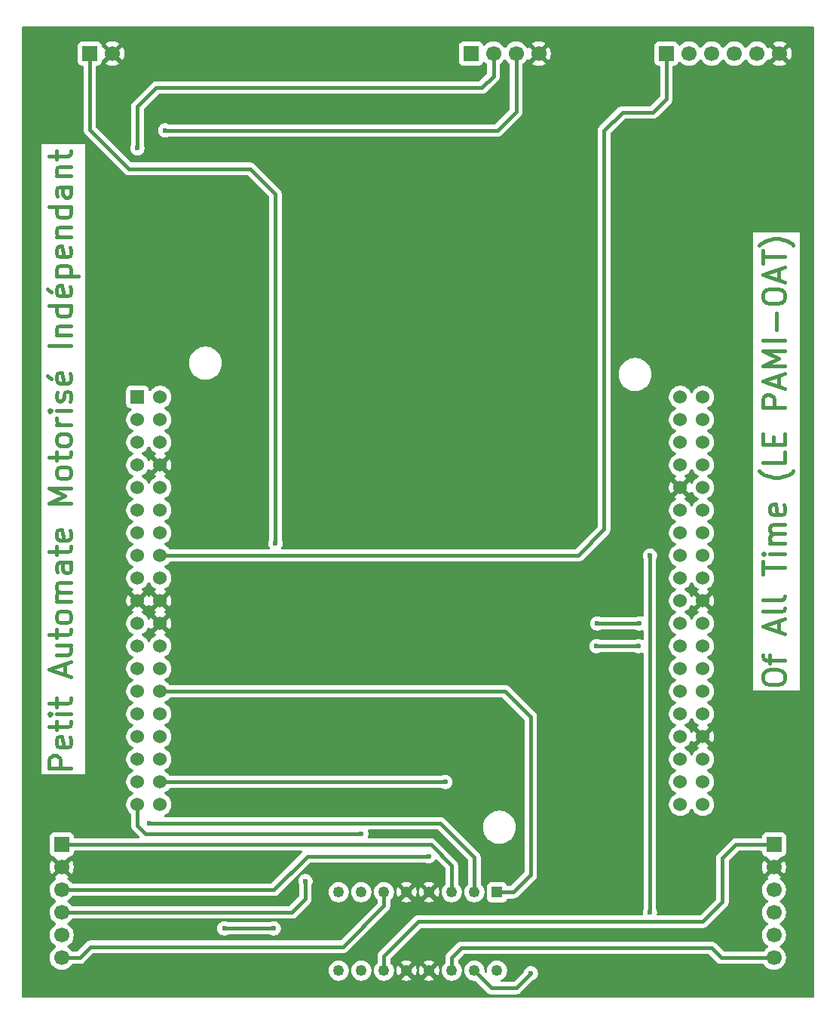
<source format=gbr>
%TF.GenerationSoftware,KiCad,Pcbnew,9.0.4*%
%TF.CreationDate,2025-11-20T13:42:00+01:00*%
%TF.ProjectId,tuto,7475746f-2e6b-4696-9361-645f70636258,rev?*%
%TF.SameCoordinates,Original*%
%TF.FileFunction,Copper,L1,Top*%
%TF.FilePolarity,Positive*%
%FSLAX46Y46*%
G04 Gerber Fmt 4.6, Leading zero omitted, Abs format (unit mm)*
G04 Created by KiCad (PCBNEW 9.0.4) date 2025-11-20 13:42:00*
%MOMM*%
%LPD*%
G01*
G04 APERTURE LIST*
%ADD10C,0.400000*%
%TA.AperFunction,NonConductor*%
%ADD11C,0.400000*%
%TD*%
%TA.AperFunction,ComponentPad*%
%ADD12R,1.700000X1.700000*%
%TD*%
%TA.AperFunction,ComponentPad*%
%ADD13C,1.700000*%
%TD*%
%TA.AperFunction,ComponentPad*%
%ADD14R,1.250000X1.250000*%
%TD*%
%TA.AperFunction,ComponentPad*%
%ADD15C,1.250000*%
%TD*%
%TA.AperFunction,ComponentPad*%
%ADD16R,1.524000X1.524000*%
%TD*%
%TA.AperFunction,ComponentPad*%
%ADD17C,1.524000*%
%TD*%
%TA.AperFunction,ViaPad*%
%ADD18C,0.600000*%
%TD*%
%TA.AperFunction,Conductor*%
%ADD19C,0.400000*%
%TD*%
G04 APERTURE END LIST*
D10*
D11*
X142333472Y-109289285D02*
X142333472Y-108813094D01*
X142333472Y-108813094D02*
X142452520Y-108574999D01*
X142452520Y-108574999D02*
X142690615Y-108336904D01*
X142690615Y-108336904D02*
X143166805Y-108217856D01*
X143166805Y-108217856D02*
X144000139Y-108217856D01*
X144000139Y-108217856D02*
X144476329Y-108336904D01*
X144476329Y-108336904D02*
X144714425Y-108574999D01*
X144714425Y-108574999D02*
X144833472Y-108813094D01*
X144833472Y-108813094D02*
X144833472Y-109289285D01*
X144833472Y-109289285D02*
X144714425Y-109527380D01*
X144714425Y-109527380D02*
X144476329Y-109765475D01*
X144476329Y-109765475D02*
X144000139Y-109884523D01*
X144000139Y-109884523D02*
X143166805Y-109884523D01*
X143166805Y-109884523D02*
X142690615Y-109765475D01*
X142690615Y-109765475D02*
X142452520Y-109527380D01*
X142452520Y-109527380D02*
X142333472Y-109289285D01*
X143166805Y-107503570D02*
X143166805Y-106551189D01*
X144833472Y-107146427D02*
X142690615Y-107146427D01*
X142690615Y-107146427D02*
X142452520Y-107027380D01*
X142452520Y-107027380D02*
X142333472Y-106789285D01*
X142333472Y-106789285D02*
X142333472Y-106551189D01*
X144119186Y-103932142D02*
X144119186Y-102741666D01*
X144833472Y-104170237D02*
X142333472Y-103336904D01*
X142333472Y-103336904D02*
X144833472Y-102503571D01*
X144833472Y-101313095D02*
X144714425Y-101551190D01*
X144714425Y-101551190D02*
X144476329Y-101670237D01*
X144476329Y-101670237D02*
X142333472Y-101670237D01*
X144833472Y-100003571D02*
X144714425Y-100241666D01*
X144714425Y-100241666D02*
X144476329Y-100360713D01*
X144476329Y-100360713D02*
X142333472Y-100360713D01*
X142333472Y-97503570D02*
X142333472Y-96074999D01*
X144833472Y-96789285D02*
X142333472Y-96789285D01*
X144833472Y-95241665D02*
X143166805Y-95241665D01*
X142333472Y-95241665D02*
X142452520Y-95360713D01*
X142452520Y-95360713D02*
X142571567Y-95241665D01*
X142571567Y-95241665D02*
X142452520Y-95122618D01*
X142452520Y-95122618D02*
X142333472Y-95241665D01*
X142333472Y-95241665D02*
X142571567Y-95241665D01*
X144833472Y-94051189D02*
X143166805Y-94051189D01*
X143404901Y-94051189D02*
X143285853Y-93932142D01*
X143285853Y-93932142D02*
X143166805Y-93694047D01*
X143166805Y-93694047D02*
X143166805Y-93336904D01*
X143166805Y-93336904D02*
X143285853Y-93098808D01*
X143285853Y-93098808D02*
X143523948Y-92979761D01*
X143523948Y-92979761D02*
X144833472Y-92979761D01*
X143523948Y-92979761D02*
X143285853Y-92860713D01*
X143285853Y-92860713D02*
X143166805Y-92622618D01*
X143166805Y-92622618D02*
X143166805Y-92265475D01*
X143166805Y-92265475D02*
X143285853Y-92027380D01*
X143285853Y-92027380D02*
X143523948Y-91908332D01*
X143523948Y-91908332D02*
X144833472Y-91908332D01*
X144714425Y-89765475D02*
X144833472Y-90003571D01*
X144833472Y-90003571D02*
X144833472Y-90479761D01*
X144833472Y-90479761D02*
X144714425Y-90717856D01*
X144714425Y-90717856D02*
X144476329Y-90836904D01*
X144476329Y-90836904D02*
X143523948Y-90836904D01*
X143523948Y-90836904D02*
X143285853Y-90717856D01*
X143285853Y-90717856D02*
X143166805Y-90479761D01*
X143166805Y-90479761D02*
X143166805Y-90003571D01*
X143166805Y-90003571D02*
X143285853Y-89765475D01*
X143285853Y-89765475D02*
X143523948Y-89646428D01*
X143523948Y-89646428D02*
X143762044Y-89646428D01*
X143762044Y-89646428D02*
X144000139Y-90836904D01*
X145785853Y-85955952D02*
X145666805Y-86074999D01*
X145666805Y-86074999D02*
X145309663Y-86313095D01*
X145309663Y-86313095D02*
X145071567Y-86432142D01*
X145071567Y-86432142D02*
X144714425Y-86551190D01*
X144714425Y-86551190D02*
X144119186Y-86670237D01*
X144119186Y-86670237D02*
X143642996Y-86670237D01*
X143642996Y-86670237D02*
X143047758Y-86551190D01*
X143047758Y-86551190D02*
X142690615Y-86432142D01*
X142690615Y-86432142D02*
X142452520Y-86313095D01*
X142452520Y-86313095D02*
X142095377Y-86074999D01*
X142095377Y-86074999D02*
X141976329Y-85955952D01*
X144833472Y-83813094D02*
X144833472Y-85003570D01*
X144833472Y-85003570D02*
X142333472Y-85003570D01*
X143523948Y-82979760D02*
X143523948Y-82146427D01*
X144833472Y-81789284D02*
X144833472Y-82979760D01*
X144833472Y-82979760D02*
X142333472Y-82979760D01*
X142333472Y-82979760D02*
X142333472Y-81789284D01*
X144833472Y-78813093D02*
X142333472Y-78813093D01*
X142333472Y-78813093D02*
X142333472Y-77860712D01*
X142333472Y-77860712D02*
X142452520Y-77622617D01*
X142452520Y-77622617D02*
X142571567Y-77503570D01*
X142571567Y-77503570D02*
X142809663Y-77384522D01*
X142809663Y-77384522D02*
X143166805Y-77384522D01*
X143166805Y-77384522D02*
X143404901Y-77503570D01*
X143404901Y-77503570D02*
X143523948Y-77622617D01*
X143523948Y-77622617D02*
X143642996Y-77860712D01*
X143642996Y-77860712D02*
X143642996Y-78813093D01*
X144119186Y-76432141D02*
X144119186Y-75241665D01*
X144833472Y-76670236D02*
X142333472Y-75836903D01*
X142333472Y-75836903D02*
X144833472Y-75003570D01*
X144833472Y-74170236D02*
X142333472Y-74170236D01*
X142333472Y-74170236D02*
X144119186Y-73336903D01*
X144119186Y-73336903D02*
X142333472Y-72503570D01*
X142333472Y-72503570D02*
X144833472Y-72503570D01*
X144833472Y-71313093D02*
X142333472Y-71313093D01*
X143881091Y-70122617D02*
X143881091Y-68217856D01*
X142333472Y-66551189D02*
X142333472Y-66074998D01*
X142333472Y-66074998D02*
X142452520Y-65836903D01*
X142452520Y-65836903D02*
X142690615Y-65598808D01*
X142690615Y-65598808D02*
X143166805Y-65479760D01*
X143166805Y-65479760D02*
X144000139Y-65479760D01*
X144000139Y-65479760D02*
X144476329Y-65598808D01*
X144476329Y-65598808D02*
X144714425Y-65836903D01*
X144714425Y-65836903D02*
X144833472Y-66074998D01*
X144833472Y-66074998D02*
X144833472Y-66551189D01*
X144833472Y-66551189D02*
X144714425Y-66789284D01*
X144714425Y-66789284D02*
X144476329Y-67027379D01*
X144476329Y-67027379D02*
X144000139Y-67146427D01*
X144000139Y-67146427D02*
X143166805Y-67146427D01*
X143166805Y-67146427D02*
X142690615Y-67027379D01*
X142690615Y-67027379D02*
X142452520Y-66789284D01*
X142452520Y-66789284D02*
X142333472Y-66551189D01*
X144119186Y-64527379D02*
X144119186Y-63336903D01*
X144833472Y-64765474D02*
X142333472Y-63932141D01*
X142333472Y-63932141D02*
X144833472Y-63098808D01*
X142333472Y-62622617D02*
X142333472Y-61194046D01*
X144833472Y-61908332D02*
X142333472Y-61908332D01*
X145785853Y-60598808D02*
X145666805Y-60479760D01*
X145666805Y-60479760D02*
X145309663Y-60241665D01*
X145309663Y-60241665D02*
X145071567Y-60122617D01*
X145071567Y-60122617D02*
X144714425Y-60003570D01*
X144714425Y-60003570D02*
X144119186Y-59884522D01*
X144119186Y-59884522D02*
X143642996Y-59884522D01*
X143642996Y-59884522D02*
X143047758Y-60003570D01*
X143047758Y-60003570D02*
X142690615Y-60122617D01*
X142690615Y-60122617D02*
X142452520Y-60241665D01*
X142452520Y-60241665D02*
X142095377Y-60479760D01*
X142095377Y-60479760D02*
X141976329Y-60598808D01*
D10*
D11*
X64668322Y-119289284D02*
X62168322Y-119289284D01*
X62168322Y-119289284D02*
X62168322Y-118336903D01*
X62168322Y-118336903D02*
X62287370Y-118098808D01*
X62287370Y-118098808D02*
X62406417Y-117979761D01*
X62406417Y-117979761D02*
X62644513Y-117860713D01*
X62644513Y-117860713D02*
X63001655Y-117860713D01*
X63001655Y-117860713D02*
X63239751Y-117979761D01*
X63239751Y-117979761D02*
X63358798Y-118098808D01*
X63358798Y-118098808D02*
X63477846Y-118336903D01*
X63477846Y-118336903D02*
X63477846Y-119289284D01*
X64549275Y-115836903D02*
X64668322Y-116074999D01*
X64668322Y-116074999D02*
X64668322Y-116551189D01*
X64668322Y-116551189D02*
X64549275Y-116789284D01*
X64549275Y-116789284D02*
X64311179Y-116908332D01*
X64311179Y-116908332D02*
X63358798Y-116908332D01*
X63358798Y-116908332D02*
X63120703Y-116789284D01*
X63120703Y-116789284D02*
X63001655Y-116551189D01*
X63001655Y-116551189D02*
X63001655Y-116074999D01*
X63001655Y-116074999D02*
X63120703Y-115836903D01*
X63120703Y-115836903D02*
X63358798Y-115717856D01*
X63358798Y-115717856D02*
X63596894Y-115717856D01*
X63596894Y-115717856D02*
X63834989Y-116908332D01*
X63001655Y-115003570D02*
X63001655Y-114051189D01*
X62168322Y-114646427D02*
X64311179Y-114646427D01*
X64311179Y-114646427D02*
X64549275Y-114527380D01*
X64549275Y-114527380D02*
X64668322Y-114289285D01*
X64668322Y-114289285D02*
X64668322Y-114051189D01*
X64668322Y-113217856D02*
X63001655Y-113217856D01*
X62168322Y-113217856D02*
X62287370Y-113336904D01*
X62287370Y-113336904D02*
X62406417Y-113217856D01*
X62406417Y-113217856D02*
X62287370Y-113098809D01*
X62287370Y-113098809D02*
X62168322Y-113217856D01*
X62168322Y-113217856D02*
X62406417Y-113217856D01*
X63001655Y-112384523D02*
X63001655Y-111432142D01*
X62168322Y-112027380D02*
X64311179Y-112027380D01*
X64311179Y-112027380D02*
X64549275Y-111908333D01*
X64549275Y-111908333D02*
X64668322Y-111670238D01*
X64668322Y-111670238D02*
X64668322Y-111432142D01*
X63954036Y-108813095D02*
X63954036Y-107622619D01*
X64668322Y-109051190D02*
X62168322Y-108217857D01*
X62168322Y-108217857D02*
X64668322Y-107384524D01*
X63001655Y-105479762D02*
X64668322Y-105479762D01*
X63001655Y-106551190D02*
X64311179Y-106551190D01*
X64311179Y-106551190D02*
X64549275Y-106432143D01*
X64549275Y-106432143D02*
X64668322Y-106194048D01*
X64668322Y-106194048D02*
X64668322Y-105836905D01*
X64668322Y-105836905D02*
X64549275Y-105598809D01*
X64549275Y-105598809D02*
X64430227Y-105479762D01*
X63001655Y-104646428D02*
X63001655Y-103694047D01*
X62168322Y-104289285D02*
X64311179Y-104289285D01*
X64311179Y-104289285D02*
X64549275Y-104170238D01*
X64549275Y-104170238D02*
X64668322Y-103932143D01*
X64668322Y-103932143D02*
X64668322Y-103694047D01*
X64668322Y-102503572D02*
X64549275Y-102741667D01*
X64549275Y-102741667D02*
X64430227Y-102860714D01*
X64430227Y-102860714D02*
X64192132Y-102979762D01*
X64192132Y-102979762D02*
X63477846Y-102979762D01*
X63477846Y-102979762D02*
X63239751Y-102860714D01*
X63239751Y-102860714D02*
X63120703Y-102741667D01*
X63120703Y-102741667D02*
X63001655Y-102503572D01*
X63001655Y-102503572D02*
X63001655Y-102146429D01*
X63001655Y-102146429D02*
X63120703Y-101908333D01*
X63120703Y-101908333D02*
X63239751Y-101789286D01*
X63239751Y-101789286D02*
X63477846Y-101670238D01*
X63477846Y-101670238D02*
X64192132Y-101670238D01*
X64192132Y-101670238D02*
X64430227Y-101789286D01*
X64430227Y-101789286D02*
X64549275Y-101908333D01*
X64549275Y-101908333D02*
X64668322Y-102146429D01*
X64668322Y-102146429D02*
X64668322Y-102503572D01*
X64668322Y-100598809D02*
X63001655Y-100598809D01*
X63239751Y-100598809D02*
X63120703Y-100479762D01*
X63120703Y-100479762D02*
X63001655Y-100241667D01*
X63001655Y-100241667D02*
X63001655Y-99884524D01*
X63001655Y-99884524D02*
X63120703Y-99646428D01*
X63120703Y-99646428D02*
X63358798Y-99527381D01*
X63358798Y-99527381D02*
X64668322Y-99527381D01*
X63358798Y-99527381D02*
X63120703Y-99408333D01*
X63120703Y-99408333D02*
X63001655Y-99170238D01*
X63001655Y-99170238D02*
X63001655Y-98813095D01*
X63001655Y-98813095D02*
X63120703Y-98575000D01*
X63120703Y-98575000D02*
X63358798Y-98455952D01*
X63358798Y-98455952D02*
X64668322Y-98455952D01*
X64668322Y-96194048D02*
X63358798Y-96194048D01*
X63358798Y-96194048D02*
X63120703Y-96313095D01*
X63120703Y-96313095D02*
X63001655Y-96551191D01*
X63001655Y-96551191D02*
X63001655Y-97027381D01*
X63001655Y-97027381D02*
X63120703Y-97265476D01*
X64549275Y-96194048D02*
X64668322Y-96432143D01*
X64668322Y-96432143D02*
X64668322Y-97027381D01*
X64668322Y-97027381D02*
X64549275Y-97265476D01*
X64549275Y-97265476D02*
X64311179Y-97384524D01*
X64311179Y-97384524D02*
X64073084Y-97384524D01*
X64073084Y-97384524D02*
X63834989Y-97265476D01*
X63834989Y-97265476D02*
X63715941Y-97027381D01*
X63715941Y-97027381D02*
X63715941Y-96432143D01*
X63715941Y-96432143D02*
X63596894Y-96194048D01*
X63001655Y-95360714D02*
X63001655Y-94408333D01*
X62168322Y-95003571D02*
X64311179Y-95003571D01*
X64311179Y-95003571D02*
X64549275Y-94884524D01*
X64549275Y-94884524D02*
X64668322Y-94646429D01*
X64668322Y-94646429D02*
X64668322Y-94408333D01*
X64549275Y-92622619D02*
X64668322Y-92860715D01*
X64668322Y-92860715D02*
X64668322Y-93336905D01*
X64668322Y-93336905D02*
X64549275Y-93575000D01*
X64549275Y-93575000D02*
X64311179Y-93694048D01*
X64311179Y-93694048D02*
X63358798Y-93694048D01*
X63358798Y-93694048D02*
X63120703Y-93575000D01*
X63120703Y-93575000D02*
X63001655Y-93336905D01*
X63001655Y-93336905D02*
X63001655Y-92860715D01*
X63001655Y-92860715D02*
X63120703Y-92622619D01*
X63120703Y-92622619D02*
X63358798Y-92503572D01*
X63358798Y-92503572D02*
X63596894Y-92503572D01*
X63596894Y-92503572D02*
X63834989Y-93694048D01*
X64668322Y-89527381D02*
X62168322Y-89527381D01*
X62168322Y-89527381D02*
X63954036Y-88694048D01*
X63954036Y-88694048D02*
X62168322Y-87860715D01*
X62168322Y-87860715D02*
X64668322Y-87860715D01*
X64668322Y-86313096D02*
X64549275Y-86551191D01*
X64549275Y-86551191D02*
X64430227Y-86670238D01*
X64430227Y-86670238D02*
X64192132Y-86789286D01*
X64192132Y-86789286D02*
X63477846Y-86789286D01*
X63477846Y-86789286D02*
X63239751Y-86670238D01*
X63239751Y-86670238D02*
X63120703Y-86551191D01*
X63120703Y-86551191D02*
X63001655Y-86313096D01*
X63001655Y-86313096D02*
X63001655Y-85955953D01*
X63001655Y-85955953D02*
X63120703Y-85717857D01*
X63120703Y-85717857D02*
X63239751Y-85598810D01*
X63239751Y-85598810D02*
X63477846Y-85479762D01*
X63477846Y-85479762D02*
X64192132Y-85479762D01*
X64192132Y-85479762D02*
X64430227Y-85598810D01*
X64430227Y-85598810D02*
X64549275Y-85717857D01*
X64549275Y-85717857D02*
X64668322Y-85955953D01*
X64668322Y-85955953D02*
X64668322Y-86313096D01*
X63001655Y-84765476D02*
X63001655Y-83813095D01*
X62168322Y-84408333D02*
X64311179Y-84408333D01*
X64311179Y-84408333D02*
X64549275Y-84289286D01*
X64549275Y-84289286D02*
X64668322Y-84051191D01*
X64668322Y-84051191D02*
X64668322Y-83813095D01*
X64668322Y-82622620D02*
X64549275Y-82860715D01*
X64549275Y-82860715D02*
X64430227Y-82979762D01*
X64430227Y-82979762D02*
X64192132Y-83098810D01*
X64192132Y-83098810D02*
X63477846Y-83098810D01*
X63477846Y-83098810D02*
X63239751Y-82979762D01*
X63239751Y-82979762D02*
X63120703Y-82860715D01*
X63120703Y-82860715D02*
X63001655Y-82622620D01*
X63001655Y-82622620D02*
X63001655Y-82265477D01*
X63001655Y-82265477D02*
X63120703Y-82027381D01*
X63120703Y-82027381D02*
X63239751Y-81908334D01*
X63239751Y-81908334D02*
X63477846Y-81789286D01*
X63477846Y-81789286D02*
X64192132Y-81789286D01*
X64192132Y-81789286D02*
X64430227Y-81908334D01*
X64430227Y-81908334D02*
X64549275Y-82027381D01*
X64549275Y-82027381D02*
X64668322Y-82265477D01*
X64668322Y-82265477D02*
X64668322Y-82622620D01*
X64668322Y-80717857D02*
X63001655Y-80717857D01*
X63477846Y-80717857D02*
X63239751Y-80598810D01*
X63239751Y-80598810D02*
X63120703Y-80479762D01*
X63120703Y-80479762D02*
X63001655Y-80241667D01*
X63001655Y-80241667D02*
X63001655Y-80003572D01*
X64668322Y-79170238D02*
X63001655Y-79170238D01*
X62168322Y-79170238D02*
X62287370Y-79289286D01*
X62287370Y-79289286D02*
X62406417Y-79170238D01*
X62406417Y-79170238D02*
X62287370Y-79051191D01*
X62287370Y-79051191D02*
X62168322Y-79170238D01*
X62168322Y-79170238D02*
X62406417Y-79170238D01*
X64549275Y-78098810D02*
X64668322Y-77860715D01*
X64668322Y-77860715D02*
X64668322Y-77384524D01*
X64668322Y-77384524D02*
X64549275Y-77146429D01*
X64549275Y-77146429D02*
X64311179Y-77027381D01*
X64311179Y-77027381D02*
X64192132Y-77027381D01*
X64192132Y-77027381D02*
X63954036Y-77146429D01*
X63954036Y-77146429D02*
X63834989Y-77384524D01*
X63834989Y-77384524D02*
X63834989Y-77741667D01*
X63834989Y-77741667D02*
X63715941Y-77979762D01*
X63715941Y-77979762D02*
X63477846Y-78098810D01*
X63477846Y-78098810D02*
X63358798Y-78098810D01*
X63358798Y-78098810D02*
X63120703Y-77979762D01*
X63120703Y-77979762D02*
X63001655Y-77741667D01*
X63001655Y-77741667D02*
X63001655Y-77384524D01*
X63001655Y-77384524D02*
X63120703Y-77146429D01*
X64549275Y-75003571D02*
X64668322Y-75241667D01*
X64668322Y-75241667D02*
X64668322Y-75717857D01*
X64668322Y-75717857D02*
X64549275Y-75955952D01*
X64549275Y-75955952D02*
X64311179Y-76075000D01*
X64311179Y-76075000D02*
X63358798Y-76075000D01*
X63358798Y-76075000D02*
X63120703Y-75955952D01*
X63120703Y-75955952D02*
X63001655Y-75717857D01*
X63001655Y-75717857D02*
X63001655Y-75241667D01*
X63001655Y-75241667D02*
X63120703Y-75003571D01*
X63120703Y-75003571D02*
X63358798Y-74884524D01*
X63358798Y-74884524D02*
X63596894Y-74884524D01*
X63596894Y-74884524D02*
X63834989Y-76075000D01*
X62049275Y-75241667D02*
X62406417Y-75598810D01*
X64668322Y-71908333D02*
X62168322Y-71908333D01*
X63001655Y-70717857D02*
X64668322Y-70717857D01*
X63239751Y-70717857D02*
X63120703Y-70598810D01*
X63120703Y-70598810D02*
X63001655Y-70360715D01*
X63001655Y-70360715D02*
X63001655Y-70003572D01*
X63001655Y-70003572D02*
X63120703Y-69765476D01*
X63120703Y-69765476D02*
X63358798Y-69646429D01*
X63358798Y-69646429D02*
X64668322Y-69646429D01*
X64668322Y-67384524D02*
X62168322Y-67384524D01*
X64549275Y-67384524D02*
X64668322Y-67622619D01*
X64668322Y-67622619D02*
X64668322Y-68098810D01*
X64668322Y-68098810D02*
X64549275Y-68336905D01*
X64549275Y-68336905D02*
X64430227Y-68455952D01*
X64430227Y-68455952D02*
X64192132Y-68575000D01*
X64192132Y-68575000D02*
X63477846Y-68575000D01*
X63477846Y-68575000D02*
X63239751Y-68455952D01*
X63239751Y-68455952D02*
X63120703Y-68336905D01*
X63120703Y-68336905D02*
X63001655Y-68098810D01*
X63001655Y-68098810D02*
X63001655Y-67622619D01*
X63001655Y-67622619D02*
X63120703Y-67384524D01*
X64549275Y-65241666D02*
X64668322Y-65479762D01*
X64668322Y-65479762D02*
X64668322Y-65955952D01*
X64668322Y-65955952D02*
X64549275Y-66194047D01*
X64549275Y-66194047D02*
X64311179Y-66313095D01*
X64311179Y-66313095D02*
X63358798Y-66313095D01*
X63358798Y-66313095D02*
X63120703Y-66194047D01*
X63120703Y-66194047D02*
X63001655Y-65955952D01*
X63001655Y-65955952D02*
X63001655Y-65479762D01*
X63001655Y-65479762D02*
X63120703Y-65241666D01*
X63120703Y-65241666D02*
X63358798Y-65122619D01*
X63358798Y-65122619D02*
X63596894Y-65122619D01*
X63596894Y-65122619D02*
X63834989Y-66313095D01*
X62049275Y-65479762D02*
X62406417Y-65836905D01*
X63001655Y-64051190D02*
X65501655Y-64051190D01*
X63120703Y-64051190D02*
X63001655Y-63813095D01*
X63001655Y-63813095D02*
X63001655Y-63336905D01*
X63001655Y-63336905D02*
X63120703Y-63098809D01*
X63120703Y-63098809D02*
X63239751Y-62979762D01*
X63239751Y-62979762D02*
X63477846Y-62860714D01*
X63477846Y-62860714D02*
X64192132Y-62860714D01*
X64192132Y-62860714D02*
X64430227Y-62979762D01*
X64430227Y-62979762D02*
X64549275Y-63098809D01*
X64549275Y-63098809D02*
X64668322Y-63336905D01*
X64668322Y-63336905D02*
X64668322Y-63813095D01*
X64668322Y-63813095D02*
X64549275Y-64051190D01*
X64549275Y-60836904D02*
X64668322Y-61075000D01*
X64668322Y-61075000D02*
X64668322Y-61551190D01*
X64668322Y-61551190D02*
X64549275Y-61789285D01*
X64549275Y-61789285D02*
X64311179Y-61908333D01*
X64311179Y-61908333D02*
X63358798Y-61908333D01*
X63358798Y-61908333D02*
X63120703Y-61789285D01*
X63120703Y-61789285D02*
X63001655Y-61551190D01*
X63001655Y-61551190D02*
X63001655Y-61075000D01*
X63001655Y-61075000D02*
X63120703Y-60836904D01*
X63120703Y-60836904D02*
X63358798Y-60717857D01*
X63358798Y-60717857D02*
X63596894Y-60717857D01*
X63596894Y-60717857D02*
X63834989Y-61908333D01*
X63001655Y-59646428D02*
X64668322Y-59646428D01*
X63239751Y-59646428D02*
X63120703Y-59527381D01*
X63120703Y-59527381D02*
X63001655Y-59289286D01*
X63001655Y-59289286D02*
X63001655Y-58932143D01*
X63001655Y-58932143D02*
X63120703Y-58694047D01*
X63120703Y-58694047D02*
X63358798Y-58575000D01*
X63358798Y-58575000D02*
X64668322Y-58575000D01*
X64668322Y-56313095D02*
X62168322Y-56313095D01*
X64549275Y-56313095D02*
X64668322Y-56551190D01*
X64668322Y-56551190D02*
X64668322Y-57027381D01*
X64668322Y-57027381D02*
X64549275Y-57265476D01*
X64549275Y-57265476D02*
X64430227Y-57384523D01*
X64430227Y-57384523D02*
X64192132Y-57503571D01*
X64192132Y-57503571D02*
X63477846Y-57503571D01*
X63477846Y-57503571D02*
X63239751Y-57384523D01*
X63239751Y-57384523D02*
X63120703Y-57265476D01*
X63120703Y-57265476D02*
X63001655Y-57027381D01*
X63001655Y-57027381D02*
X63001655Y-56551190D01*
X63001655Y-56551190D02*
X63120703Y-56313095D01*
X64668322Y-54051190D02*
X63358798Y-54051190D01*
X63358798Y-54051190D02*
X63120703Y-54170237D01*
X63120703Y-54170237D02*
X63001655Y-54408333D01*
X63001655Y-54408333D02*
X63001655Y-54884523D01*
X63001655Y-54884523D02*
X63120703Y-55122618D01*
X64549275Y-54051190D02*
X64668322Y-54289285D01*
X64668322Y-54289285D02*
X64668322Y-54884523D01*
X64668322Y-54884523D02*
X64549275Y-55122618D01*
X64549275Y-55122618D02*
X64311179Y-55241666D01*
X64311179Y-55241666D02*
X64073084Y-55241666D01*
X64073084Y-55241666D02*
X63834989Y-55122618D01*
X63834989Y-55122618D02*
X63715941Y-54884523D01*
X63715941Y-54884523D02*
X63715941Y-54289285D01*
X63715941Y-54289285D02*
X63596894Y-54051190D01*
X63001655Y-52860713D02*
X64668322Y-52860713D01*
X63239751Y-52860713D02*
X63120703Y-52741666D01*
X63120703Y-52741666D02*
X63001655Y-52503571D01*
X63001655Y-52503571D02*
X63001655Y-52146428D01*
X63001655Y-52146428D02*
X63120703Y-51908332D01*
X63120703Y-51908332D02*
X63358798Y-51789285D01*
X63358798Y-51789285D02*
X64668322Y-51789285D01*
X63001655Y-50955951D02*
X63001655Y-50003570D01*
X62168322Y-50598808D02*
X64311179Y-50598808D01*
X64311179Y-50598808D02*
X64549275Y-50479761D01*
X64549275Y-50479761D02*
X64668322Y-50241666D01*
X64668322Y-50241666D02*
X64668322Y-50003570D01*
D12*
%TO.P,J4,1,Pin_1*%
%TO.N,+3V3*%
X131538735Y-39100000D03*
D13*
%TO.P,J4,2,Pin_2*%
%TO.N,/X4*%
X134078735Y-39100000D03*
%TO.P,J4,3,Pin_3*%
%TO.N,/X3*%
X136618735Y-39100000D03*
%TO.P,J4,4,Pin_4*%
%TO.N,/X2*%
X139158735Y-39100000D03*
%TO.P,J4,5,Pin_5*%
%TO.N,/X1*%
X141698735Y-39100000D03*
%TO.P,J4,6,Pin_6*%
%TO.N,GND*%
X144238735Y-39100000D03*
%TD*%
D12*
%TO.P,J2,1,Pin_1*%
%TO.N,/Out3*%
X143615150Y-127850000D03*
D13*
%TO.P,J2,2,Pin_2*%
%TO.N,GND*%
X143615150Y-130390000D03*
%TO.P,J2,3,Pin_3*%
%TO.N,/right_enc_A*%
X143615150Y-132930000D03*
%TO.P,J2,4,Pin_4*%
%TO.N,/right_enc_B*%
X143615150Y-135470000D03*
%TO.P,J2,5,Pin_5*%
%TO.N,+3V3*%
X143615150Y-138010000D03*
%TO.P,J2,6,Pin_6*%
%TO.N,/Out4*%
X143615150Y-140550000D03*
%TD*%
D12*
%TO.P,J5,1,Pin_1*%
%TO.N,+6V*%
X66753391Y-39100000D03*
D13*
%TO.P,J5,2,Pin_2*%
%TO.N,GND*%
X69293391Y-39100000D03*
%TD*%
D14*
%TO.P,U2,1,ENABLE1*%
%TO.N,/EN1*%
X112505150Y-133200000D03*
D15*
%TO.P,U2,2,INPUT1*%
%TO.N,/IN1*%
X109965150Y-133200000D03*
%TO.P,U2,3,OUTPUT1*%
%TO.N,/Out1*%
X107425150Y-133200000D03*
%TO.P,U2,4,GND*%
%TO.N,GND*%
X104885150Y-133200000D03*
%TO.P,U2,5,GND*%
X102345150Y-133200000D03*
%TO.P,U2,6,OUTPUT2*%
%TO.N,/Out2*%
X99805150Y-133200000D03*
%TO.P,U2,7,INPUT2*%
%TO.N,/IN2*%
X97265150Y-133200000D03*
%TO.P,U2,8,VS*%
%TO.N,+6V*%
X94725150Y-133200000D03*
%TO.P,U2,9,ENABLE2*%
%TO.N,/EN2*%
X94725150Y-142000000D03*
%TO.P,U2,10,INPUT3*%
%TO.N,/IN3*%
X97265150Y-142000000D03*
%TO.P,U2,11,OUTPUT3*%
%TO.N,/Out3*%
X99805150Y-142000000D03*
%TO.P,U2,12,GND*%
%TO.N,GND*%
X102345150Y-142000000D03*
%TO.P,U2,13,GND*%
X104885150Y-142000000D03*
%TO.P,U2,14,OUTPUT4*%
%TO.N,/Out4*%
X107425150Y-142000000D03*
%TO.P,U2,15,INPUT4*%
%TO.N,/IN4*%
X109965150Y-142000000D03*
%TO.P,U2,16,VSS*%
%TO.N,+6V*%
X112505150Y-142000000D03*
%TD*%
D12*
%TO.P,J6,1,Pin_1*%
%TO.N,/Out1*%
X63615150Y-127850000D03*
D13*
%TO.P,J6,2,Pin_2*%
%TO.N,GND*%
X63615150Y-130390000D03*
%TO.P,J6,3,Pin_3*%
%TO.N,/left_enc_A*%
X63615150Y-132930000D03*
%TO.P,J6,4,Pin_4*%
%TO.N,/left_enc_B*%
X63615150Y-135470000D03*
%TO.P,J6,5,Pin_5*%
%TO.N,+3V3*%
X63615150Y-138010000D03*
%TO.P,J6,6,Pin_6*%
%TO.N,/Out2*%
X63615150Y-140550000D03*
%TD*%
D12*
%TO.P,J1,1,Pin_1*%
%TO.N,+3V3*%
X109576593Y-39100000D03*
D13*
%TO.P,J1,2,Pin_2*%
%TO.N,/Trig*%
X112116593Y-39100000D03*
%TO.P,J1,3,Pin_3*%
%TO.N,/Echo*%
X114656593Y-39100000D03*
%TO.P,J1,4,Pin_4*%
%TO.N,GND*%
X117196593Y-39100000D03*
%TD*%
D16*
%TO.P,U1,CN7_1,PC10*%
%TO.N,/Trig*%
X72120000Y-77640000D03*
D17*
%TO.P,U1,CN7_2,PC11*%
%TO.N,unconnected-(U1A-PC11-PadCN7_2)*%
X74660000Y-77640000D03*
%TO.P,U1,CN7_3,PC12*%
%TO.N,/Echo*%
X72120000Y-80180000D03*
%TO.P,U1,CN7_4,PD2*%
%TO.N,unconnected-(U1A-PD2-PadCN7_4)*%
X74660000Y-80180000D03*
%TO.P,U1,CN7_5,VDD*%
%TO.N,unconnected-(U1A-VDD-PadCN7_5)*%
X72120000Y-82720000D03*
%TO.P,U1,CN7_6,E5V*%
%TO.N,unconnected-(U1A-E5V-PadCN7_6)*%
X74660000Y-82720000D03*
%TO.P,U1,CN7_7,BOOT0*%
%TO.N,unconnected-(U1A-BOOT0-PadCN7_7)*%
X72120000Y-85260000D03*
%TO.P,U1,CN7_8,GND_CN7_8*%
%TO.N,GND*%
X74660000Y-85260000D03*
%TO.P,U1,CN7_9,NC_CN7_9*%
%TO.N,unconnected-(U1A-NC_CN7_9-PadCN7_9)*%
X72120000Y-87800000D03*
%TO.P,U1,CN7_10,NC_CN7_10*%
%TO.N,unconnected-(U1A-NC_CN7_10-PadCN7_10)*%
X74660000Y-87800000D03*
%TO.P,U1,CN7_11,NC_CN7_11*%
%TO.N,unconnected-(U1A-NC_CN7_11-PadCN7_11)*%
X72120000Y-90340000D03*
%TO.P,U1,CN7_12,IOREF*%
%TO.N,unconnected-(U1A-IOREF-PadCN7_12)*%
X74660000Y-90340000D03*
%TO.P,U1,CN7_13,PA13*%
%TO.N,unconnected-(U1A-PA13-PadCN7_13)*%
X72120000Y-92880000D03*
%TO.P,U1,CN7_14,RESET*%
%TO.N,unconnected-(U1A-RESET-PadCN7_14)*%
X74660000Y-92880000D03*
%TO.P,U1,CN7_15,PA14*%
%TO.N,unconnected-(U1A-PA14-PadCN7_15)*%
X72120000Y-95420000D03*
%TO.P,U1,CN7_16,+3V3*%
%TO.N,+3V3*%
X74660000Y-95420000D03*
%TO.P,U1,CN7_17,PA15*%
%TO.N,unconnected-(U1A-PA15-PadCN7_17)*%
X72120000Y-97960000D03*
%TO.P,U1,CN7_18,+5V*%
%TO.N,unconnected-(U1A-+5V-PadCN7_18)*%
X74660000Y-97960000D03*
%TO.P,U1,CN7_19,GND_CN7_19*%
%TO.N,GND*%
X72120000Y-100500000D03*
%TO.P,U1,CN7_20,GND_CN7_20*%
X74660000Y-100500000D03*
%TO.P,U1,CN7_21,PB7*%
%TO.N,unconnected-(U1A-PB7-PadCN7_21)*%
X72120000Y-103040000D03*
%TO.P,U1,CN7_22,GND_CN7_22*%
%TO.N,GND*%
X74660000Y-103040000D03*
%TO.P,U1,CN7_23,PC13*%
%TO.N,unconnected-(U1A-PC13-PadCN7_23)*%
X72120000Y-105580000D03*
%TO.P,U1,CN7_24,VIN*%
%TO.N,+6V*%
X74660000Y-105580000D03*
%TO.P,U1,CN7_25,PC14*%
%TO.N,unconnected-(U1A-PC14-PadCN7_25)*%
X72120000Y-108120000D03*
%TO.P,U1,CN7_26,NC_CN7_26*%
%TO.N,unconnected-(U1A-NC_CN7_26-PadCN7_26)*%
X74660000Y-108120000D03*
%TO.P,U1,CN7_27,PC15*%
%TO.N,unconnected-(U1A-PC15-PadCN7_27)*%
X72120000Y-110660000D03*
%TO.P,U1,CN7_28,PA0*%
%TO.N,/EN1*%
X74660000Y-110660000D03*
%TO.P,U1,CN7_29,PH0*%
%TO.N,unconnected-(U1A-PH0-PadCN7_29)*%
X72120000Y-113200000D03*
%TO.P,U1,CN7_30,PA1*%
%TO.N,/EN2*%
X74660000Y-113200000D03*
%TO.P,U1,CN7_31,PH1*%
%TO.N,unconnected-(U1A-PH1-PadCN7_31)*%
X72120000Y-115740000D03*
%TO.P,U1,CN7_32,PA4*%
%TO.N,unconnected-(U1A-PA4-PadCN7_32)*%
X74660000Y-115740000D03*
%TO.P,U1,CN7_33,VBAT*%
%TO.N,unconnected-(U1A-VBAT-PadCN7_33)*%
X72120000Y-118280000D03*
%TO.P,U1,CN7_34,PB0*%
%TO.N,unconnected-(U1A-PB0-PadCN7_34)*%
X74660000Y-118280000D03*
%TO.P,U1,CN7_35,PC2*%
%TO.N,/IN1*%
X72120000Y-120820000D03*
%TO.P,U1,CN7_36,PC1*%
%TO.N,/IN4*%
X74660000Y-120820000D03*
%TO.P,U1,CN7_37,PC3*%
%TO.N,/IN2*%
X72120000Y-123360000D03*
%TO.P,U1,CN7_38,PC0*%
%TO.N,/IN3*%
X74660000Y-123360000D03*
%TO.P,U1,CN10_1,PC9*%
%TO.N,unconnected-(U1B-PC9-PadCN10_1)*%
X133080000Y-77640000D03*
%TO.P,U1,CN10_2,PC8*%
%TO.N,unconnected-(U1B-PC8-PadCN10_2)*%
X135620000Y-77640000D03*
%TO.P,U1,CN10_3,PB8*%
%TO.N,unconnected-(U1B-PB8-PadCN10_3)*%
X133080000Y-80180000D03*
%TO.P,U1,CN10_4,PC6*%
%TO.N,/X4*%
X135620000Y-80180000D03*
%TO.P,U1,CN10_5,PB9*%
%TO.N,unconnected-(U1B-PB9-PadCN10_5)*%
X133080000Y-82720000D03*
%TO.P,U1,CN10_6,PC5*%
%TO.N,unconnected-(U1B-PC5-PadCN10_6)*%
X135620000Y-82720000D03*
%TO.P,U1,CN10_7,AVDD*%
%TO.N,unconnected-(U1B-AVDD-PadCN10_7)*%
X133080000Y-85260000D03*
%TO.P,U1,CN10_8,U5V*%
%TO.N,unconnected-(U1B-U5V-PadCN10_8)*%
X135620000Y-85260000D03*
%TO.P,U1,CN10_9,GND_CN10_9*%
%TO.N,GND*%
X133080000Y-87800000D03*
%TO.P,U1,CN10_10,NC_CN10_10*%
%TO.N,unconnected-(U1B-NC_CN10_10-PadCN10_10)*%
X135620000Y-87800000D03*
%TO.P,U1,CN10_11,PA5*%
%TO.N,unconnected-(U1B-PA5-PadCN10_11)*%
X133080000Y-90340000D03*
%TO.P,U1,CN10_12,PA12*%
%TO.N,unconnected-(U1B-PA12-PadCN10_12)*%
X135620000Y-90340000D03*
%TO.P,U1,CN10_13,PA6*%
%TO.N,/right_enc_A*%
X133080000Y-92880000D03*
%TO.P,U1,CN10_14,PA11*%
%TO.N,unconnected-(U1B-PA11-PadCN10_14)*%
X135620000Y-92880000D03*
%TO.P,U1,CN10_15,PA7*%
%TO.N,/right_enc_B*%
X133080000Y-95420000D03*
%TO.P,U1,CN10_16,PB12*%
%TO.N,unconnected-(U1B-PB12-PadCN10_16)*%
X135620000Y-95420000D03*
%TO.P,U1,CN10_17,PB6*%
%TO.N,unconnected-(U1B-PB6-PadCN10_17)*%
X133080000Y-97960000D03*
%TO.P,U1,CN10_18,PB11*%
%TO.N,unconnected-(U1B-PB11-PadCN10_18)*%
X135620000Y-97960000D03*
%TO.P,U1,CN10_19,PC7*%
%TO.N,unconnected-(U1B-PC7-PadCN10_19)*%
X133080000Y-100500000D03*
%TO.P,U1,CN10_20,GND_CN10_20*%
%TO.N,GND*%
X135620000Y-100500000D03*
%TO.P,U1,CN10_21,PA9*%
%TO.N,/left_enc_B*%
X133080000Y-103040000D03*
%TO.P,U1,CN10_22,PB2*%
%TO.N,unconnected-(U1B-PB2-PadCN10_22)*%
X135620000Y-103040000D03*
%TO.P,U1,CN10_23,PA8*%
%TO.N,/left_enc_A*%
X133080000Y-105580000D03*
%TO.P,U1,CN10_24,PB1*%
%TO.N,unconnected-(U1B-PB1-PadCN10_24)*%
X135620000Y-105580000D03*
%TO.P,U1,CN10_25,PB10*%
%TO.N,unconnected-(U1B-PB10-PadCN10_25)*%
X133080000Y-108120000D03*
%TO.P,U1,CN10_26,PB15*%
%TO.N,/X3*%
X135620000Y-108120000D03*
%TO.P,U1,CN10_27,PB4*%
%TO.N,unconnected-(U1B-PB4-PadCN10_27)*%
X133080000Y-110660000D03*
%TO.P,U1,CN10_28,PB14*%
%TO.N,/X2*%
X135620000Y-110660000D03*
%TO.P,U1,CN10_29,PB5*%
%TO.N,unconnected-(U1B-PB5-PadCN10_29)*%
X133080000Y-113200000D03*
%TO.P,U1,CN10_30,PB13*%
%TO.N,/X1*%
X135620000Y-113200000D03*
%TO.P,U1,CN10_31,PB3*%
%TO.N,unconnected-(U1B-PB3-PadCN10_31)*%
X133080000Y-115740000D03*
%TO.P,U1,CN10_32,AGND*%
%TO.N,GND*%
X135620000Y-115740000D03*
%TO.P,U1,CN10_33,PA10*%
%TO.N,unconnected-(U1B-PA10-PadCN10_33)*%
X133080000Y-118280000D03*
%TO.P,U1,CN10_34,PC4*%
%TO.N,unconnected-(U1B-PC4-PadCN10_34)*%
X135620000Y-118280000D03*
%TO.P,U1,CN10_35,PA2*%
%TO.N,unconnected-(U1B-PA2-PadCN10_35)*%
X133080000Y-120820000D03*
%TO.P,U1,CN10_36,NC_CN10_36*%
%TO.N,unconnected-(U1B-NC_CN10_36-PadCN10_36)*%
X135620000Y-120820000D03*
%TO.P,U1,CN10_37,PA3*%
%TO.N,unconnected-(U1B-PA3-PadCN10_37)*%
X133080000Y-123360000D03*
%TO.P,U1,CN10_38,NC_CN10_38*%
%TO.N,unconnected-(U1B-NC_CN10_38-PadCN10_38)*%
X135620000Y-123360000D03*
%TD*%
D18*
%TO.N,/Echo*%
X75225000Y-47725000D03*
%TO.N,/Trig*%
X72120000Y-49725000D03*
%TO.N,/right_enc_B*%
X129675000Y-95420000D03*
X129675000Y-135470000D03*
%TO.N,+6V*%
X87625000Y-94050000D03*
%TO.N,/left_enc_A*%
X123675000Y-105580000D03*
X104825000Y-129150000D03*
X128425000Y-105580000D03*
%TO.N,/left_enc_B*%
X123775000Y-103040000D03*
X90975000Y-131950000D03*
X128500000Y-103040000D03*
%TO.N,/IN2*%
X97265150Y-126625000D03*
%TO.N,/IN1*%
X73475000Y-125450000D03*
%TO.N,/IN4*%
X106700000Y-120820000D03*
X116300000Y-142300000D03*
%TO.N,/IN3*%
X87425000Y-137250000D03*
X81875000Y-137250000D03*
%TD*%
D19*
%TO.N,/Echo*%
X112525000Y-47725000D02*
X114656593Y-45593407D01*
X75225000Y-47725000D02*
X112525000Y-47725000D01*
X114656593Y-45593407D02*
X114656593Y-39100000D01*
%TO.N,/Trig*%
X74225000Y-42925000D02*
X110800000Y-42925000D01*
X110800000Y-42925000D02*
X112116593Y-41608407D01*
X72120000Y-45030000D02*
X74225000Y-42925000D01*
X72120000Y-49725000D02*
X72120000Y-45030000D01*
X112116593Y-41608407D02*
X112116593Y-39100000D01*
%TO.N,+3V3*%
X74660000Y-95420000D02*
X121580000Y-95420000D01*
X124525000Y-92475000D02*
X124525000Y-47750000D01*
X131538735Y-44186265D02*
X131538735Y-39100000D01*
X130025000Y-45700000D02*
X131538735Y-44186265D01*
X124525000Y-47750000D02*
X126575000Y-45700000D01*
X126575000Y-45700000D02*
X130025000Y-45700000D01*
X121580000Y-95420000D02*
X124525000Y-92475000D01*
%TO.N,/right_enc_B*%
X129675000Y-135470000D02*
X129675000Y-95420000D01*
%TO.N,/Out4*%
X143615150Y-140550000D02*
X137675000Y-140550000D01*
X136575000Y-139450000D02*
X108475000Y-139450000D01*
X108475000Y-139450000D02*
X107425150Y-140499850D01*
X107425150Y-140499850D02*
X107425150Y-142000000D01*
X137675000Y-140550000D02*
X136575000Y-139450000D01*
%TO.N,/Out3*%
X99805150Y-140344850D02*
X99805150Y-142000000D01*
X143615150Y-127850000D02*
X139325000Y-127850000D01*
X139325000Y-127850000D02*
X137825000Y-129350000D01*
X137825000Y-129350000D02*
X137825000Y-134275000D01*
X103650000Y-136500000D02*
X99805150Y-140344850D01*
X137825000Y-134275000D02*
X135600000Y-136500000D01*
X135600000Y-136500000D02*
X103650000Y-136500000D01*
%TO.N,+6V*%
X87625000Y-54875000D02*
X84775000Y-52025000D01*
X87625000Y-94050000D02*
X87625000Y-54875000D01*
X84775000Y-52025000D02*
X71150000Y-52025000D01*
X71150000Y-52025000D02*
X66753391Y-47628391D01*
X66753391Y-47628391D02*
X66753391Y-39100000D01*
%TO.N,/left_enc_A*%
X104825000Y-129150000D02*
X91225000Y-129150000D01*
X91225000Y-129150000D02*
X87445000Y-132930000D01*
X87445000Y-132930000D02*
X63615150Y-132930000D01*
X123675000Y-105580000D02*
X128425000Y-105580000D01*
%TO.N,/left_enc_B*%
X63615150Y-135470000D02*
X89455000Y-135470000D01*
X90975000Y-133950000D02*
X90975000Y-131950000D01*
X123775000Y-103040000D02*
X128500000Y-103040000D01*
X90225000Y-134700000D02*
X90975000Y-133950000D01*
X89455000Y-135470000D02*
X90225000Y-134700000D01*
%TO.N,/Out2*%
X95200000Y-139325000D02*
X99805150Y-134719850D01*
X99805150Y-134719850D02*
X99805150Y-133200000D01*
X63615150Y-140550000D02*
X65625000Y-140550000D01*
X65625000Y-140550000D02*
X66850000Y-139325000D01*
X66850000Y-139325000D02*
X95200000Y-139325000D01*
%TO.N,/Out1*%
X63615150Y-127850000D02*
X105075000Y-127850000D01*
X107425150Y-130200150D02*
X107425150Y-133200000D01*
X105075000Y-127850000D02*
X107425150Y-130200150D01*
%TO.N,/IN2*%
X73025000Y-126625000D02*
X72120000Y-125720000D01*
X97265150Y-126625000D02*
X73025000Y-126625000D01*
X72120000Y-125720000D02*
X72120000Y-123360000D01*
%TO.N,/IN1*%
X109965150Y-133200000D02*
X109965150Y-129290150D01*
X108250000Y-127575000D02*
X106125000Y-125450000D01*
X109965150Y-129290150D02*
X108250000Y-127575000D01*
X106125000Y-125450000D02*
X73475000Y-125450000D01*
%TO.N,/IN4*%
X116300000Y-142300000D02*
X114650000Y-143950000D01*
X114650000Y-143950000D02*
X111915150Y-143950000D01*
X111915150Y-143950000D02*
X109965150Y-142000000D01*
X106700000Y-120820000D02*
X74660000Y-120820000D01*
%TO.N,/EN1*%
X114300000Y-133200000D02*
X112505150Y-133200000D01*
X116300000Y-131200000D02*
X114300000Y-133200000D01*
X113435000Y-110660000D02*
X116300000Y-113525000D01*
X74660000Y-110660000D02*
X113435000Y-110660000D01*
X116300000Y-113525000D02*
X116300000Y-131200000D01*
%TO.N,/IN3*%
X87425000Y-137250000D02*
X81875000Y-137250000D01*
%TD*%
%TA.AperFunction,Conductor*%
%TO.N,GND*%
G36*
X90601519Y-128570185D02*
G01*
X90647274Y-128622989D01*
X90657218Y-128692147D01*
X90628193Y-128755703D01*
X90622161Y-128762181D01*
X87191162Y-132193181D01*
X87129839Y-132226666D01*
X87103481Y-132229500D01*
X64838697Y-132229500D01*
X64771658Y-132209815D01*
X64738380Y-132178385D01*
X64683392Y-132102701D01*
X64645257Y-132050211D01*
X64494936Y-131899890D01*
X64322967Y-131774949D01*
X64313654Y-131770204D01*
X64262857Y-131722230D01*
X64246062Y-131654409D01*
X64268599Y-131588274D01*
X64313657Y-131549232D01*
X64322705Y-131544622D01*
X64376866Y-131505270D01*
X64376867Y-131505270D01*
X63744558Y-130872962D01*
X63808143Y-130855925D01*
X63922157Y-130790099D01*
X64015249Y-130697007D01*
X64081075Y-130582993D01*
X64098112Y-130519409D01*
X64730420Y-131151717D01*
X64730420Y-131151716D01*
X64769772Y-131097554D01*
X64866245Y-130908217D01*
X64931907Y-130706130D01*
X64931907Y-130706127D01*
X64965150Y-130496246D01*
X64965150Y-130283753D01*
X64931907Y-130073872D01*
X64931907Y-130073869D01*
X64866245Y-129871782D01*
X64769774Y-129682449D01*
X64730420Y-129628282D01*
X64730419Y-129628282D01*
X64098112Y-130260590D01*
X64081075Y-130197007D01*
X64015249Y-130082993D01*
X63922157Y-129989901D01*
X63808143Y-129924075D01*
X63744559Y-129907037D01*
X64414777Y-129236818D01*
X64476100Y-129203333D01*
X64502457Y-129200499D01*
X64513022Y-129200499D01*
X64572633Y-129194091D01*
X64707481Y-129143796D01*
X64822696Y-129057546D01*
X64908946Y-128942331D01*
X64959241Y-128807483D01*
X64965650Y-128747873D01*
X64965650Y-128674500D01*
X64985335Y-128607461D01*
X65038139Y-128561706D01*
X65089650Y-128550500D01*
X90534480Y-128550500D01*
X90601519Y-128570185D01*
G37*
%TD.AperFunction*%
%TA.AperFunction,Conductor*%
G36*
X74186619Y-103236081D02*
G01*
X74253498Y-103351920D01*
X74348080Y-103446502D01*
X74463919Y-103513381D01*
X74524057Y-103529494D01*
X73961283Y-104092268D01*
X73961283Y-104092269D01*
X73998567Y-104119358D01*
X74155331Y-104199234D01*
X74206127Y-104247209D01*
X74222922Y-104315030D01*
X74200384Y-104381165D01*
X74155331Y-104420204D01*
X73998305Y-104500213D01*
X73837533Y-104617021D01*
X73697021Y-104757533D01*
X73580213Y-104918305D01*
X73500485Y-105074780D01*
X73452510Y-105125576D01*
X73384689Y-105142371D01*
X73318554Y-105119833D01*
X73279515Y-105074780D01*
X73240099Y-104997422D01*
X73199787Y-104918306D01*
X73082981Y-104757536D01*
X72942464Y-104617019D01*
X72781694Y-104500213D01*
X72625218Y-104420484D01*
X72574423Y-104372510D01*
X72557628Y-104304689D01*
X72580165Y-104238554D01*
X72625218Y-104199515D01*
X72781694Y-104119787D01*
X72942464Y-104002981D01*
X73082981Y-103862464D01*
X73199787Y-103701694D01*
X73279796Y-103544667D01*
X73327769Y-103493872D01*
X73395590Y-103477077D01*
X73461725Y-103499614D01*
X73500765Y-103544668D01*
X73580641Y-103701432D01*
X73607730Y-103738715D01*
X73607731Y-103738716D01*
X74170504Y-103175942D01*
X74186619Y-103236081D01*
G37*
%TD.AperFunction*%
%TA.AperFunction,Conductor*%
G36*
X74186619Y-100696081D02*
G01*
X74253498Y-100811920D01*
X74348080Y-100906502D01*
X74463919Y-100973381D01*
X74524057Y-100989494D01*
X73961283Y-101552268D01*
X73961283Y-101552269D01*
X73998567Y-101579358D01*
X74155882Y-101659515D01*
X74206678Y-101707490D01*
X74223473Y-101775311D01*
X74200935Y-101841446D01*
X74155882Y-101880485D01*
X73998564Y-101960643D01*
X73961283Y-101987729D01*
X73961282Y-101987730D01*
X74524058Y-102550504D01*
X74463919Y-102566619D01*
X74348080Y-102633498D01*
X74253498Y-102728080D01*
X74186619Y-102843919D01*
X74170504Y-102904057D01*
X73607730Y-102341282D01*
X73607729Y-102341283D01*
X73580641Y-102378566D01*
X73500764Y-102535332D01*
X73452790Y-102586127D01*
X73384969Y-102602922D01*
X73318834Y-102580384D01*
X73279796Y-102535332D01*
X73199787Y-102378306D01*
X73082981Y-102217536D01*
X72942464Y-102077019D01*
X72781694Y-101960213D01*
X72624667Y-101880203D01*
X72573872Y-101832229D01*
X72557077Y-101764408D01*
X72579614Y-101698273D01*
X72624669Y-101659234D01*
X72781422Y-101579364D01*
X72818716Y-101552268D01*
X72255942Y-100989494D01*
X72316081Y-100973381D01*
X72431920Y-100906502D01*
X72526502Y-100811920D01*
X72593381Y-100696081D01*
X72609495Y-100635942D01*
X73172268Y-101198715D01*
X73199362Y-101161425D01*
X73279515Y-101004117D01*
X73327489Y-100953321D01*
X73395310Y-100936526D01*
X73461445Y-100959063D01*
X73500485Y-101004117D01*
X73580641Y-101161432D01*
X73607730Y-101198715D01*
X73607731Y-101198716D01*
X74170504Y-100635942D01*
X74186619Y-100696081D01*
G37*
%TD.AperFunction*%
%TA.AperFunction,Conductor*%
G36*
X73461446Y-98420165D02*
G01*
X73500484Y-98465218D01*
X73580213Y-98621694D01*
X73697019Y-98782464D01*
X73837536Y-98922981D01*
X73998306Y-99039787D01*
X74155332Y-99119796D01*
X74206127Y-99167769D01*
X74222922Y-99235590D01*
X74200385Y-99301725D01*
X74155332Y-99340764D01*
X73998566Y-99420641D01*
X73961283Y-99447729D01*
X73961282Y-99447730D01*
X74524058Y-100010504D01*
X74463919Y-100026619D01*
X74348080Y-100093498D01*
X74253498Y-100188080D01*
X74186619Y-100303919D01*
X74170504Y-100364057D01*
X73607730Y-99801282D01*
X73607729Y-99801283D01*
X73580643Y-99838564D01*
X73500485Y-99995882D01*
X73452510Y-100046678D01*
X73384689Y-100063473D01*
X73318554Y-100040935D01*
X73279515Y-99995882D01*
X73199358Y-99838567D01*
X73172268Y-99801283D01*
X72609494Y-100364057D01*
X72593381Y-100303919D01*
X72526502Y-100188080D01*
X72431920Y-100093498D01*
X72316081Y-100026619D01*
X72255942Y-100010504D01*
X72818716Y-99447731D01*
X72818715Y-99447730D01*
X72781432Y-99420641D01*
X72624668Y-99340765D01*
X72573872Y-99292790D01*
X72557077Y-99224969D01*
X72579615Y-99158834D01*
X72624667Y-99119796D01*
X72781694Y-99039787D01*
X72942464Y-98922981D01*
X73082981Y-98782464D01*
X73199787Y-98621694D01*
X73279515Y-98465218D01*
X73327490Y-98414423D01*
X73395311Y-98397628D01*
X73461446Y-98420165D01*
G37*
%TD.AperFunction*%
%TA.AperFunction,Conductor*%
G36*
X74186619Y-85456081D02*
G01*
X74253498Y-85571920D01*
X74348080Y-85666502D01*
X74463919Y-85733381D01*
X74524057Y-85749494D01*
X73961283Y-86312268D01*
X73961283Y-86312269D01*
X73998567Y-86339358D01*
X74155331Y-86419234D01*
X74206127Y-86467209D01*
X74222922Y-86535030D01*
X74200384Y-86601165D01*
X74155331Y-86640204D01*
X73998305Y-86720213D01*
X73837533Y-86837021D01*
X73697021Y-86977533D01*
X73580213Y-87138305D01*
X73500485Y-87294780D01*
X73452510Y-87345576D01*
X73384689Y-87362371D01*
X73318554Y-87339833D01*
X73279515Y-87294780D01*
X73260179Y-87256832D01*
X73199787Y-87138306D01*
X73082981Y-86977536D01*
X72942464Y-86837019D01*
X72781694Y-86720213D01*
X72625218Y-86640484D01*
X72574423Y-86592510D01*
X72557628Y-86524689D01*
X72580165Y-86458554D01*
X72625218Y-86419515D01*
X72781694Y-86339787D01*
X72942464Y-86222981D01*
X73082981Y-86082464D01*
X73199787Y-85921694D01*
X73279796Y-85764667D01*
X73327769Y-85713872D01*
X73395590Y-85697077D01*
X73461725Y-85719614D01*
X73500765Y-85764668D01*
X73580641Y-85921432D01*
X73607730Y-85958715D01*
X73607731Y-85958716D01*
X74170504Y-85395942D01*
X74186619Y-85456081D01*
G37*
%TD.AperFunction*%
%TA.AperFunction,Conductor*%
G36*
X73461446Y-83180165D02*
G01*
X73500484Y-83225218D01*
X73580213Y-83381694D01*
X73697019Y-83542464D01*
X73837536Y-83682981D01*
X73998306Y-83799787D01*
X74155332Y-83879796D01*
X74206127Y-83927769D01*
X74222922Y-83995590D01*
X74200385Y-84061725D01*
X74155332Y-84100764D01*
X73998566Y-84180641D01*
X73961283Y-84207729D01*
X73961282Y-84207730D01*
X74524058Y-84770504D01*
X74463919Y-84786619D01*
X74348080Y-84853498D01*
X74253498Y-84948080D01*
X74186619Y-85063919D01*
X74170504Y-85124057D01*
X73607730Y-84561282D01*
X73607729Y-84561283D01*
X73580641Y-84598566D01*
X73500764Y-84755332D01*
X73452790Y-84806127D01*
X73384969Y-84822922D01*
X73318834Y-84800384D01*
X73279796Y-84755332D01*
X73199787Y-84598306D01*
X73082981Y-84437536D01*
X72942464Y-84297019D01*
X72781694Y-84180213D01*
X72625218Y-84100484D01*
X72574423Y-84052510D01*
X72557628Y-83984689D01*
X72580165Y-83918554D01*
X72625218Y-83879515D01*
X72781694Y-83799787D01*
X72942464Y-83682981D01*
X73082981Y-83542464D01*
X73199787Y-83381694D01*
X73279515Y-83225218D01*
X73327490Y-83174423D01*
X73395311Y-83157628D01*
X73461446Y-83180165D01*
G37*
%TD.AperFunction*%
%TA.AperFunction,Conductor*%
G36*
X135146619Y-115936081D02*
G01*
X135213498Y-116051920D01*
X135308080Y-116146502D01*
X135423919Y-116213381D01*
X135484057Y-116229494D01*
X134921283Y-116792268D01*
X134921283Y-116792269D01*
X134958567Y-116819358D01*
X135115331Y-116899234D01*
X135166127Y-116947209D01*
X135182922Y-117015030D01*
X135160384Y-117081165D01*
X135115331Y-117120204D01*
X134958305Y-117200213D01*
X134797533Y-117317021D01*
X134657021Y-117457533D01*
X134540213Y-117618305D01*
X134460485Y-117774780D01*
X134412510Y-117825576D01*
X134344689Y-117842371D01*
X134278554Y-117819833D01*
X134239515Y-117774780D01*
X134159786Y-117618305D01*
X134042981Y-117457536D01*
X133902464Y-117317019D01*
X133741694Y-117200213D01*
X133585218Y-117120484D01*
X133534423Y-117072510D01*
X133517628Y-117004689D01*
X133540165Y-116938554D01*
X133585218Y-116899515D01*
X133741694Y-116819787D01*
X133902464Y-116702981D01*
X134042981Y-116562464D01*
X134159787Y-116401694D01*
X134239796Y-116244667D01*
X134287769Y-116193872D01*
X134355590Y-116177077D01*
X134421725Y-116199614D01*
X134460765Y-116244668D01*
X134540641Y-116401432D01*
X134567730Y-116438715D01*
X134567731Y-116438716D01*
X135130504Y-115875942D01*
X135146619Y-115936081D01*
G37*
%TD.AperFunction*%
%TA.AperFunction,Conductor*%
G36*
X134421446Y-113660165D02*
G01*
X134460484Y-113705218D01*
X134540213Y-113861694D01*
X134657019Y-114022464D01*
X134797536Y-114162981D01*
X134958306Y-114279787D01*
X135115332Y-114359796D01*
X135166127Y-114407769D01*
X135182922Y-114475590D01*
X135160385Y-114541725D01*
X135115332Y-114580764D01*
X134958566Y-114660641D01*
X134921283Y-114687729D01*
X134921282Y-114687730D01*
X135484058Y-115250504D01*
X135423919Y-115266619D01*
X135308080Y-115333498D01*
X135213498Y-115428080D01*
X135146619Y-115543919D01*
X135130504Y-115604057D01*
X134567730Y-115041282D01*
X134567729Y-115041283D01*
X134540641Y-115078566D01*
X134460764Y-115235332D01*
X134412790Y-115286127D01*
X134344969Y-115302922D01*
X134278834Y-115280384D01*
X134239796Y-115235332D01*
X134159787Y-115078306D01*
X134042981Y-114917536D01*
X133902464Y-114777019D01*
X133741694Y-114660213D01*
X133585218Y-114580484D01*
X133534423Y-114532510D01*
X133517628Y-114464689D01*
X133540165Y-114398554D01*
X133585218Y-114359515D01*
X133741694Y-114279787D01*
X133902464Y-114162981D01*
X134042981Y-114022464D01*
X134159787Y-113861694D01*
X134239515Y-113705218D01*
X134287490Y-113654423D01*
X134355311Y-113637628D01*
X134421446Y-113660165D01*
G37*
%TD.AperFunction*%
%TA.AperFunction,Conductor*%
G36*
X135146619Y-100696081D02*
G01*
X135213498Y-100811920D01*
X135308080Y-100906502D01*
X135423919Y-100973381D01*
X135484057Y-100989494D01*
X134921283Y-101552268D01*
X134921283Y-101552269D01*
X134958567Y-101579358D01*
X135115331Y-101659234D01*
X135166127Y-101707209D01*
X135182922Y-101775030D01*
X135160384Y-101841165D01*
X135115331Y-101880204D01*
X134958305Y-101960213D01*
X134797533Y-102077021D01*
X134657021Y-102217533D01*
X134540213Y-102378305D01*
X134460485Y-102534780D01*
X134412510Y-102585576D01*
X134344689Y-102602371D01*
X134278554Y-102579833D01*
X134239515Y-102534780D01*
X134220179Y-102496832D01*
X134159787Y-102378306D01*
X134042981Y-102217536D01*
X133902464Y-102077019D01*
X133741694Y-101960213D01*
X133585218Y-101880484D01*
X133534423Y-101832510D01*
X133517628Y-101764689D01*
X133540165Y-101698554D01*
X133585218Y-101659515D01*
X133741694Y-101579787D01*
X133902464Y-101462981D01*
X134042981Y-101322464D01*
X134159787Y-101161694D01*
X134239796Y-101004667D01*
X134287769Y-100953872D01*
X134355590Y-100937077D01*
X134421725Y-100959614D01*
X134460765Y-101004668D01*
X134540641Y-101161432D01*
X134567730Y-101198715D01*
X134567731Y-101198716D01*
X135130504Y-100635942D01*
X135146619Y-100696081D01*
G37*
%TD.AperFunction*%
%TA.AperFunction,Conductor*%
G36*
X134421446Y-98420165D02*
G01*
X134460484Y-98465218D01*
X134540213Y-98621694D01*
X134657019Y-98782464D01*
X134797536Y-98922981D01*
X134958306Y-99039787D01*
X135115332Y-99119796D01*
X135166127Y-99167769D01*
X135182922Y-99235590D01*
X135160385Y-99301725D01*
X135115332Y-99340764D01*
X134958566Y-99420641D01*
X134921283Y-99447729D01*
X134921282Y-99447730D01*
X135484058Y-100010504D01*
X135423919Y-100026619D01*
X135308080Y-100093498D01*
X135213498Y-100188080D01*
X135146619Y-100303919D01*
X135130504Y-100364057D01*
X134567730Y-99801282D01*
X134567729Y-99801283D01*
X134540641Y-99838566D01*
X134460764Y-99995332D01*
X134412790Y-100046127D01*
X134344969Y-100062922D01*
X134278834Y-100040384D01*
X134239796Y-99995332D01*
X134159787Y-99838306D01*
X134042981Y-99677536D01*
X133902464Y-99537019D01*
X133741694Y-99420213D01*
X133585218Y-99340484D01*
X133534423Y-99292510D01*
X133517628Y-99224689D01*
X133540165Y-99158554D01*
X133585218Y-99119515D01*
X133741694Y-99039787D01*
X133902464Y-98922981D01*
X134042981Y-98782464D01*
X134159787Y-98621694D01*
X134239515Y-98465218D01*
X134287490Y-98414423D01*
X134355311Y-98397628D01*
X134421446Y-98420165D01*
G37*
%TD.AperFunction*%
%TA.AperFunction,Conductor*%
G36*
X134132268Y-88498715D02*
G01*
X134159364Y-88461422D01*
X134239234Y-88304669D01*
X134287208Y-88253872D01*
X134355029Y-88237077D01*
X134421164Y-88259614D01*
X134460203Y-88304667D01*
X134540213Y-88461694D01*
X134657019Y-88622464D01*
X134797536Y-88762981D01*
X134958306Y-88879787D01*
X135076832Y-88940179D01*
X135114780Y-88959515D01*
X135165576Y-89007490D01*
X135182371Y-89075311D01*
X135159833Y-89141446D01*
X135114780Y-89180485D01*
X134958305Y-89260213D01*
X134797533Y-89377021D01*
X134657021Y-89517533D01*
X134540213Y-89678305D01*
X134460485Y-89834780D01*
X134412510Y-89885576D01*
X134344689Y-89902371D01*
X134278554Y-89879833D01*
X134239515Y-89834780D01*
X134159786Y-89678305D01*
X134042981Y-89517536D01*
X133902464Y-89377019D01*
X133741694Y-89260213D01*
X133584667Y-89180203D01*
X133533872Y-89132229D01*
X133517077Y-89064408D01*
X133539614Y-88998273D01*
X133584669Y-88959234D01*
X133741422Y-88879364D01*
X133778716Y-88852268D01*
X133215942Y-88289494D01*
X133276081Y-88273381D01*
X133391920Y-88206502D01*
X133486502Y-88111920D01*
X133553381Y-87996081D01*
X133569495Y-87935942D01*
X134132268Y-88498715D01*
G37*
%TD.AperFunction*%
%TA.AperFunction,Conductor*%
G36*
X134421446Y-85720165D02*
G01*
X134460484Y-85765218D01*
X134540213Y-85921694D01*
X134657019Y-86082464D01*
X134797536Y-86222981D01*
X134958306Y-86339787D01*
X135076832Y-86400179D01*
X135114780Y-86419515D01*
X135165576Y-86467490D01*
X135182371Y-86535311D01*
X135159833Y-86601446D01*
X135114780Y-86640485D01*
X134958305Y-86720213D01*
X134797533Y-86837021D01*
X134657021Y-86977533D01*
X134540213Y-87138305D01*
X134460204Y-87295331D01*
X134412229Y-87346127D01*
X134344408Y-87362922D01*
X134278273Y-87340384D01*
X134239234Y-87295331D01*
X134159358Y-87138567D01*
X134132268Y-87101283D01*
X133569494Y-87664057D01*
X133553381Y-87603919D01*
X133486502Y-87488080D01*
X133391920Y-87393498D01*
X133276081Y-87326619D01*
X133215942Y-87310504D01*
X133778716Y-86747731D01*
X133778715Y-86747730D01*
X133741432Y-86720641D01*
X133584668Y-86640765D01*
X133533872Y-86592790D01*
X133517077Y-86524969D01*
X133539615Y-86458834D01*
X133584667Y-86419796D01*
X133741694Y-86339787D01*
X133902464Y-86222981D01*
X134042981Y-86082464D01*
X134159787Y-85921694D01*
X134239515Y-85765218D01*
X134287490Y-85714423D01*
X134355311Y-85697628D01*
X134421446Y-85720165D01*
G37*
%TD.AperFunction*%
%TA.AperFunction,Conductor*%
G36*
X148057689Y-36070185D02*
G01*
X148103444Y-36122989D01*
X148114650Y-36174500D01*
X148114650Y-144925500D01*
X148094965Y-144992539D01*
X148042161Y-145038294D01*
X147990650Y-145049500D01*
X59239650Y-145049500D01*
X59172611Y-145029815D01*
X59126856Y-144977011D01*
X59115650Y-144925500D01*
X59115650Y-141911421D01*
X93599650Y-141911421D01*
X93599650Y-142088578D01*
X93627364Y-142263556D01*
X93682106Y-142432039D01*
X93682107Y-142432042D01*
X93733798Y-142533489D01*
X93762536Y-142589890D01*
X93866667Y-142733214D01*
X93991936Y-142858483D01*
X94135260Y-142962614D01*
X94212679Y-143002061D01*
X94293107Y-143043042D01*
X94293110Y-143043043D01*
X94373584Y-143069190D01*
X94461595Y-143097786D01*
X94636571Y-143125500D01*
X94636572Y-143125500D01*
X94813728Y-143125500D01*
X94813729Y-143125500D01*
X94988705Y-143097786D01*
X95157192Y-143043042D01*
X95315040Y-142962614D01*
X95458364Y-142858483D01*
X95583633Y-142733214D01*
X95687764Y-142589890D01*
X95768192Y-142432042D01*
X95822936Y-142263555D01*
X95850650Y-142088579D01*
X95850650Y-141911421D01*
X96139650Y-141911421D01*
X96139650Y-142088578D01*
X96167364Y-142263556D01*
X96222106Y-142432039D01*
X96222107Y-142432042D01*
X96273798Y-142533489D01*
X96302536Y-142589890D01*
X96406667Y-142733214D01*
X96531936Y-142858483D01*
X96675260Y-142962614D01*
X96752679Y-143002061D01*
X96833107Y-143043042D01*
X96833110Y-143043043D01*
X96913584Y-143069190D01*
X97001595Y-143097786D01*
X97176571Y-143125500D01*
X97176572Y-143125500D01*
X97353728Y-143125500D01*
X97353729Y-143125500D01*
X97528705Y-143097786D01*
X97697192Y-143043042D01*
X97855040Y-142962614D01*
X97998364Y-142858483D01*
X98123633Y-142733214D01*
X98227764Y-142589890D01*
X98308192Y-142432042D01*
X98362936Y-142263555D01*
X98390650Y-142088579D01*
X98390650Y-141911421D01*
X98679650Y-141911421D01*
X98679650Y-142088578D01*
X98707364Y-142263556D01*
X98762106Y-142432039D01*
X98762107Y-142432042D01*
X98813798Y-142533489D01*
X98842536Y-142589890D01*
X98946667Y-142733214D01*
X99071936Y-142858483D01*
X99215260Y-142962614D01*
X99292679Y-143002061D01*
X99373107Y-143043042D01*
X99373110Y-143043043D01*
X99453584Y-143069190D01*
X99541595Y-143097786D01*
X99716571Y-143125500D01*
X99716572Y-143125500D01*
X99893728Y-143125500D01*
X99893729Y-143125500D01*
X100068705Y-143097786D01*
X100237192Y-143043042D01*
X100395040Y-142962614D01*
X100538364Y-142858483D01*
X100663633Y-142733214D01*
X100767764Y-142589890D01*
X100848192Y-142432042D01*
X100902936Y-142263555D01*
X100930650Y-142088579D01*
X100930650Y-141911455D01*
X101220150Y-141911455D01*
X101220150Y-142088544D01*
X101247851Y-142263439D01*
X101302569Y-142431847D01*
X101302573Y-142431855D01*
X101382958Y-142589621D01*
X101382966Y-142589635D01*
X101390959Y-142600634D01*
X101390961Y-142600635D01*
X101903011Y-142088584D01*
X101925817Y-142173694D01*
X101985060Y-142276306D01*
X102068844Y-142360090D01*
X102171456Y-142419333D01*
X102256565Y-142442138D01*
X101744514Y-142954189D01*
X101755518Y-142962185D01*
X101913299Y-143042579D01*
X101913302Y-143042580D01*
X102081710Y-143097298D01*
X102256606Y-143125000D01*
X102433694Y-143125000D01*
X102608589Y-143097298D01*
X102776997Y-143042580D01*
X102777000Y-143042578D01*
X102934783Y-142962184D01*
X102945784Y-142954189D01*
X102945785Y-142954188D01*
X102433735Y-142442138D01*
X102518844Y-142419333D01*
X102621456Y-142360090D01*
X102705240Y-142276306D01*
X102764483Y-142173694D01*
X102787288Y-142088584D01*
X103299338Y-142600635D01*
X103299339Y-142600634D01*
X103307334Y-142589633D01*
X103387728Y-142431850D01*
X103387730Y-142431847D01*
X103442448Y-142263439D01*
X103470150Y-142088544D01*
X103470150Y-141911455D01*
X103760150Y-141911455D01*
X103760150Y-142088544D01*
X103787851Y-142263439D01*
X103842569Y-142431847D01*
X103842573Y-142431855D01*
X103922958Y-142589621D01*
X103922966Y-142589635D01*
X103930959Y-142600634D01*
X103930961Y-142600635D01*
X104443011Y-142088584D01*
X104465817Y-142173694D01*
X104525060Y-142276306D01*
X104608844Y-142360090D01*
X104711456Y-142419333D01*
X104796565Y-142442138D01*
X104284514Y-142954189D01*
X104295518Y-142962185D01*
X104453299Y-143042579D01*
X104453302Y-143042580D01*
X104621710Y-143097298D01*
X104796606Y-143125000D01*
X104973694Y-143125000D01*
X105148589Y-143097298D01*
X105316997Y-143042580D01*
X105317000Y-143042578D01*
X105474783Y-142962184D01*
X105485784Y-142954189D01*
X105485785Y-142954188D01*
X104973735Y-142442138D01*
X105058844Y-142419333D01*
X105161456Y-142360090D01*
X105245240Y-142276306D01*
X105304483Y-142173694D01*
X105327288Y-142088584D01*
X105839339Y-142600635D01*
X105839339Y-142600634D01*
X105847334Y-142589633D01*
X105927728Y-142431850D01*
X105927730Y-142431847D01*
X105982448Y-142263439D01*
X106010150Y-142088544D01*
X106010150Y-141911455D01*
X105982448Y-141736560D01*
X105927730Y-141568152D01*
X105927729Y-141568149D01*
X105847335Y-141410368D01*
X105839339Y-141399364D01*
X105327288Y-141911414D01*
X105304483Y-141826306D01*
X105245240Y-141723694D01*
X105161456Y-141639910D01*
X105058844Y-141580667D01*
X104973734Y-141557861D01*
X105485785Y-141045811D01*
X105485784Y-141045809D01*
X105474785Y-141037816D01*
X105474771Y-141037808D01*
X105317005Y-140957423D01*
X105316997Y-140957419D01*
X105148589Y-140902701D01*
X104973694Y-140875000D01*
X104796606Y-140875000D01*
X104621710Y-140902701D01*
X104453302Y-140957419D01*
X104453299Y-140957421D01*
X104295516Y-141037815D01*
X104284514Y-141045809D01*
X104284513Y-141045810D01*
X104796565Y-141557861D01*
X104711456Y-141580667D01*
X104608844Y-141639910D01*
X104525060Y-141723694D01*
X104465817Y-141826306D01*
X104443011Y-141911414D01*
X103930960Y-141399363D01*
X103930959Y-141399364D01*
X103922965Y-141410366D01*
X103842571Y-141568149D01*
X103842569Y-141568152D01*
X103787851Y-141736560D01*
X103760150Y-141911455D01*
X103470150Y-141911455D01*
X103442448Y-141736560D01*
X103387730Y-141568152D01*
X103387729Y-141568149D01*
X103307335Y-141410368D01*
X103299339Y-141399364D01*
X102787288Y-141911414D01*
X102764483Y-141826306D01*
X102705240Y-141723694D01*
X102621456Y-141639910D01*
X102518844Y-141580667D01*
X102433734Y-141557861D01*
X102945785Y-141045810D01*
X102945784Y-141045809D01*
X102934785Y-141037816D01*
X102934771Y-141037808D01*
X102777005Y-140957423D01*
X102776997Y-140957419D01*
X102608589Y-140902701D01*
X102433694Y-140875000D01*
X102256606Y-140875000D01*
X102081710Y-140902701D01*
X101913302Y-140957419D01*
X101913299Y-140957421D01*
X101755516Y-141037815D01*
X101744514Y-141045809D01*
X101744513Y-141045810D01*
X102256565Y-141557861D01*
X102171456Y-141580667D01*
X102068844Y-141639910D01*
X101985060Y-141723694D01*
X101925817Y-141826306D01*
X101903011Y-141911414D01*
X101390960Y-141399363D01*
X101390959Y-141399364D01*
X101382965Y-141410366D01*
X101302571Y-141568149D01*
X101302569Y-141568152D01*
X101247851Y-141736560D01*
X101220150Y-141911455D01*
X100930650Y-141911455D01*
X100930650Y-141911421D01*
X100902936Y-141736445D01*
X100855551Y-141590606D01*
X100848193Y-141567960D01*
X100848192Y-141567957D01*
X100807211Y-141487529D01*
X100767764Y-141410110D01*
X100663633Y-141266786D01*
X100577598Y-141180751D01*
X100577598Y-141180750D01*
X100541969Y-141145121D01*
X100508484Y-141083798D01*
X100505650Y-141057440D01*
X100505650Y-140686369D01*
X100525335Y-140619330D01*
X100541969Y-140598688D01*
X103903838Y-137236819D01*
X103965161Y-137203334D01*
X103991519Y-137200500D01*
X135668996Y-137200500D01*
X135760040Y-137182389D01*
X135804328Y-137173580D01*
X135909038Y-137130208D01*
X135931807Y-137120777D01*
X135931808Y-137120776D01*
X135931811Y-137120775D01*
X136046543Y-137044114D01*
X138369114Y-134721543D01*
X138445775Y-134606811D01*
X138498580Y-134479329D01*
X138498580Y-134479325D01*
X138498582Y-134479322D01*
X138503934Y-134452411D01*
X138503934Y-134452409D01*
X138525500Y-134343993D01*
X138525500Y-129691518D01*
X138545185Y-129624479D01*
X138561819Y-129603837D01*
X139578837Y-128586819D01*
X139640160Y-128553334D01*
X139666518Y-128550500D01*
X142140651Y-128550500D01*
X142207690Y-128570185D01*
X142253445Y-128622989D01*
X142264651Y-128674500D01*
X142264651Y-128747876D01*
X142271058Y-128807483D01*
X142321352Y-128942328D01*
X142321356Y-128942335D01*
X142407602Y-129057544D01*
X142407605Y-129057547D01*
X142522814Y-129143793D01*
X142522821Y-129143797D01*
X142527862Y-129145677D01*
X142657667Y-129194091D01*
X142717277Y-129200500D01*
X142727835Y-129200499D01*
X142794873Y-129220179D01*
X142815522Y-129236818D01*
X143485741Y-129907037D01*
X143422157Y-129924075D01*
X143308143Y-129989901D01*
X143215051Y-130082993D01*
X143149225Y-130197007D01*
X143132187Y-130260591D01*
X142499878Y-129628282D01*
X142499877Y-129628282D01*
X142460530Y-129682439D01*
X142364054Y-129871782D01*
X142298392Y-130073869D01*
X142298392Y-130073872D01*
X142265150Y-130283753D01*
X142265150Y-130496246D01*
X142298392Y-130706127D01*
X142298392Y-130706130D01*
X142364054Y-130908217D01*
X142460525Y-131097550D01*
X142499878Y-131151716D01*
X143132187Y-130519408D01*
X143149225Y-130582993D01*
X143215051Y-130697007D01*
X143308143Y-130790099D01*
X143422157Y-130855925D01*
X143485740Y-130872962D01*
X142853432Y-131505269D01*
X142853432Y-131505270D01*
X142907602Y-131544626D01*
X142907601Y-131544626D01*
X142916645Y-131549234D01*
X142967442Y-131597208D01*
X142984237Y-131665029D01*
X142961700Y-131731164D01*
X142916649Y-131770202D01*
X142907332Y-131774949D01*
X142735363Y-131899890D01*
X142585040Y-132050213D01*
X142460101Y-132222179D01*
X142363594Y-132411585D01*
X142297903Y-132613760D01*
X142264650Y-132823713D01*
X142264650Y-133036286D01*
X142290579Y-133199999D01*
X142297904Y-133246243D01*
X142311648Y-133288544D01*
X142363594Y-133448414D01*
X142460101Y-133637820D01*
X142585040Y-133809786D01*
X142735363Y-133960109D01*
X142907332Y-134085050D01*
X142916096Y-134089516D01*
X142966892Y-134137491D01*
X142983686Y-134205312D01*
X142961148Y-134271447D01*
X142916096Y-134310484D01*
X142907332Y-134314949D01*
X142735363Y-134439890D01*
X142585040Y-134590213D01*
X142460101Y-134762179D01*
X142363594Y-134951585D01*
X142297903Y-135153760D01*
X142264650Y-135363713D01*
X142264650Y-135576286D01*
X142288522Y-135727011D01*
X142297904Y-135786243D01*
X142310958Y-135826420D01*
X142363594Y-135988414D01*
X142460101Y-136177820D01*
X142585040Y-136349786D01*
X142735363Y-136500109D01*
X142907332Y-136625050D01*
X142916096Y-136629516D01*
X142966892Y-136677491D01*
X142983686Y-136745312D01*
X142961148Y-136811447D01*
X142916096Y-136850484D01*
X142907332Y-136854949D01*
X142735363Y-136979890D01*
X142585040Y-137130213D01*
X142460101Y-137302179D01*
X142363594Y-137491585D01*
X142297903Y-137693760D01*
X142264650Y-137903713D01*
X142264650Y-138116286D01*
X142297903Y-138326239D01*
X142363594Y-138528414D01*
X142460101Y-138717820D01*
X142585040Y-138889786D01*
X142735363Y-139040109D01*
X142907332Y-139165050D01*
X142916096Y-139169516D01*
X142966892Y-139217491D01*
X142983686Y-139285312D01*
X142961148Y-139351447D01*
X142916096Y-139390484D01*
X142907332Y-139394949D01*
X142735363Y-139519890D01*
X142585042Y-139670211D01*
X142516723Y-139764247D01*
X142491920Y-139798385D01*
X142436592Y-139841051D01*
X142391603Y-139849500D01*
X138016519Y-139849500D01*
X137949480Y-139829815D01*
X137928838Y-139813181D01*
X137021546Y-138905888D01*
X137021545Y-138905887D01*
X136906807Y-138829222D01*
X136779332Y-138776421D01*
X136779322Y-138776418D01*
X136643996Y-138749500D01*
X136643994Y-138749500D01*
X136643993Y-138749500D01*
X108406007Y-138749500D01*
X108406005Y-138749500D01*
X108270677Y-138776418D01*
X108270667Y-138776421D01*
X108143192Y-138829222D01*
X108028454Y-138905887D01*
X106881035Y-140053306D01*
X106822760Y-140140523D01*
X106804380Y-140168030D01*
X106804373Y-140168042D01*
X106751570Y-140295521D01*
X106751568Y-140295527D01*
X106724650Y-140430854D01*
X106724650Y-141057440D01*
X106704965Y-141124479D01*
X106688332Y-141145121D01*
X106566666Y-141266787D01*
X106462536Y-141410109D01*
X106382107Y-141567957D01*
X106382106Y-141567960D01*
X106327364Y-141736443D01*
X106299650Y-141911421D01*
X106299650Y-142088578D01*
X106327364Y-142263556D01*
X106382106Y-142432039D01*
X106382107Y-142432042D01*
X106433798Y-142533489D01*
X106462536Y-142589890D01*
X106566667Y-142733214D01*
X106691936Y-142858483D01*
X106835260Y-142962614D01*
X106912679Y-143002061D01*
X106993107Y-143043042D01*
X106993110Y-143043043D01*
X107073584Y-143069190D01*
X107161595Y-143097786D01*
X107336571Y-143125500D01*
X107336572Y-143125500D01*
X107513728Y-143125500D01*
X107513729Y-143125500D01*
X107688705Y-143097786D01*
X107857192Y-143043042D01*
X108015040Y-142962614D01*
X108158364Y-142858483D01*
X108283633Y-142733214D01*
X108387764Y-142589890D01*
X108468192Y-142432042D01*
X108522936Y-142263555D01*
X108550650Y-142088579D01*
X108550650Y-141911421D01*
X108839650Y-141911421D01*
X108839650Y-142088578D01*
X108867364Y-142263556D01*
X108922106Y-142432039D01*
X108922107Y-142432042D01*
X108973798Y-142533489D01*
X109002536Y-142589890D01*
X109106667Y-142733214D01*
X109231936Y-142858483D01*
X109375260Y-142962614D01*
X109452679Y-143002061D01*
X109533107Y-143043042D01*
X109533110Y-143043043D01*
X109613584Y-143069190D01*
X109701595Y-143097786D01*
X109876571Y-143125500D01*
X109876572Y-143125500D01*
X110048631Y-143125500D01*
X110115670Y-143145185D01*
X110136312Y-143161819D01*
X111371036Y-144396542D01*
X111468605Y-144494111D01*
X111468609Y-144494115D01*
X111583332Y-144570771D01*
X111583336Y-144570773D01*
X111583339Y-144570775D01*
X111658016Y-144601707D01*
X111710821Y-144623580D01*
X111737741Y-144628934D01*
X111834780Y-144648237D01*
X111846156Y-144650500D01*
X111846157Y-144650500D01*
X114718996Y-144650500D01*
X114827412Y-144628934D01*
X114854328Y-144623580D01*
X114918069Y-144597177D01*
X114981807Y-144570777D01*
X114981808Y-144570776D01*
X114981811Y-144570775D01*
X115096543Y-144494114D01*
X116494587Y-143096068D01*
X116534808Y-143069193D01*
X116679179Y-143009394D01*
X116810289Y-142921789D01*
X116921789Y-142810289D01*
X117009394Y-142679179D01*
X117069737Y-142533497D01*
X117100500Y-142378842D01*
X117100500Y-142221158D01*
X117100500Y-142221155D01*
X117100499Y-142221153D01*
X117078357Y-142109839D01*
X117069737Y-142066503D01*
X117042191Y-142000000D01*
X117009397Y-141920827D01*
X117009390Y-141920814D01*
X116921789Y-141789711D01*
X116921786Y-141789707D01*
X116810292Y-141678213D01*
X116810288Y-141678210D01*
X116679185Y-141590609D01*
X116679172Y-141590602D01*
X116533501Y-141530264D01*
X116533489Y-141530261D01*
X116378845Y-141499500D01*
X116378842Y-141499500D01*
X116221158Y-141499500D01*
X116221155Y-141499500D01*
X116066510Y-141530261D01*
X116066498Y-141530264D01*
X115920827Y-141590602D01*
X115920814Y-141590609D01*
X115789711Y-141678210D01*
X115789707Y-141678213D01*
X115678213Y-141789707D01*
X115678210Y-141789711D01*
X115590609Y-141920814D01*
X115590604Y-141920824D01*
X115530808Y-142065185D01*
X115503928Y-142105413D01*
X114396162Y-143213181D01*
X114334839Y-143246666D01*
X114308481Y-143249500D01*
X113048493Y-143249500D01*
X112981454Y-143229815D01*
X112935699Y-143177011D01*
X112925755Y-143107853D01*
X112954780Y-143044297D01*
X112992198Y-143015015D01*
X113003237Y-143009390D01*
X113095040Y-142962614D01*
X113238364Y-142858483D01*
X113363633Y-142733214D01*
X113467764Y-142589890D01*
X113548192Y-142432042D01*
X113602936Y-142263555D01*
X113630650Y-142088579D01*
X113630650Y-141911421D01*
X113602936Y-141736445D01*
X113555551Y-141590606D01*
X113548193Y-141567960D01*
X113548192Y-141567957D01*
X113507211Y-141487529D01*
X113467764Y-141410110D01*
X113363633Y-141266786D01*
X113238364Y-141141517D01*
X113095040Y-141037386D01*
X112937192Y-140956957D01*
X112937189Y-140956956D01*
X112768706Y-140902214D01*
X112681217Y-140888357D01*
X112593729Y-140874500D01*
X112416571Y-140874500D01*
X112358245Y-140883738D01*
X112241593Y-140902214D01*
X112073110Y-140956956D01*
X112073107Y-140956957D01*
X111915259Y-141037386D01*
X111851379Y-141083798D01*
X111771936Y-141141517D01*
X111771934Y-141141519D01*
X111771933Y-141141519D01*
X111646669Y-141266783D01*
X111646669Y-141266784D01*
X111646667Y-141266786D01*
X111621362Y-141301616D01*
X111542536Y-141410109D01*
X111462107Y-141567957D01*
X111462106Y-141567960D01*
X111407364Y-141736443D01*
X111398928Y-141789707D01*
X111379650Y-141911421D01*
X111379650Y-142088579D01*
X111383044Y-142110005D01*
X111379001Y-142141284D01*
X111376752Y-142172735D01*
X111374557Y-142175666D01*
X111374088Y-142179298D01*
X111353778Y-142203423D01*
X111334880Y-142228668D01*
X111331449Y-142229947D01*
X111329091Y-142232749D01*
X111298966Y-142242063D01*
X111269416Y-142253085D01*
X111265837Y-142252306D01*
X111262339Y-142253388D01*
X111231959Y-142244936D01*
X111201143Y-142238233D01*
X111197169Y-142235258D01*
X111195025Y-142234662D01*
X111172889Y-142217082D01*
X111126969Y-142171162D01*
X111093484Y-142109839D01*
X111090650Y-142083481D01*
X111090650Y-141911421D01*
X111077169Y-141826306D01*
X111062936Y-141736445D01*
X111015551Y-141590606D01*
X111008193Y-141567960D01*
X111008192Y-141567957D01*
X110967211Y-141487529D01*
X110927764Y-141410110D01*
X110823633Y-141266786D01*
X110698364Y-141141517D01*
X110555040Y-141037386D01*
X110397192Y-140956957D01*
X110397189Y-140956956D01*
X110228706Y-140902214D01*
X110141217Y-140888357D01*
X110053729Y-140874500D01*
X109876571Y-140874500D01*
X109818245Y-140883738D01*
X109701593Y-140902214D01*
X109533110Y-140956956D01*
X109533107Y-140956957D01*
X109375259Y-141037386D01*
X109311379Y-141083798D01*
X109231936Y-141141517D01*
X109231934Y-141141519D01*
X109231933Y-141141519D01*
X109106669Y-141266783D01*
X109106669Y-141266784D01*
X109106667Y-141266786D01*
X109081362Y-141301616D01*
X109002536Y-141410109D01*
X108922107Y-141567957D01*
X108922106Y-141567960D01*
X108867364Y-141736443D01*
X108839650Y-141911421D01*
X108550650Y-141911421D01*
X108522936Y-141736445D01*
X108475551Y-141590606D01*
X108468193Y-141567960D01*
X108468192Y-141567957D01*
X108427211Y-141487529D01*
X108387764Y-141410110D01*
X108283633Y-141266786D01*
X108161968Y-141145121D01*
X108147261Y-141118187D01*
X108130673Y-141092375D01*
X108129781Y-141086174D01*
X108128484Y-141083798D01*
X108125650Y-141057440D01*
X108125650Y-140841369D01*
X108145335Y-140774330D01*
X108161969Y-140753688D01*
X108728838Y-140186819D01*
X108790161Y-140153334D01*
X108816519Y-140150500D01*
X136233481Y-140150500D01*
X136300520Y-140170185D01*
X136321162Y-140186819D01*
X137228453Y-141094111D01*
X137228454Y-141094112D01*
X137343192Y-141170777D01*
X137470667Y-141223578D01*
X137470672Y-141223580D01*
X137470676Y-141223580D01*
X137470677Y-141223581D01*
X137606003Y-141250500D01*
X137606006Y-141250500D01*
X137606007Y-141250500D01*
X142391603Y-141250500D01*
X142458642Y-141270185D01*
X142491919Y-141301614D01*
X142526992Y-141349887D01*
X142585042Y-141429788D01*
X142735363Y-141580109D01*
X142907329Y-141705048D01*
X142907331Y-141705049D01*
X142907334Y-141705051D01*
X143096738Y-141801557D01*
X143298907Y-141867246D01*
X143508863Y-141900500D01*
X143508864Y-141900500D01*
X143721436Y-141900500D01*
X143721437Y-141900500D01*
X143931393Y-141867246D01*
X144133562Y-141801557D01*
X144322966Y-141705051D01*
X144359910Y-141678210D01*
X144494936Y-141580109D01*
X144494938Y-141580106D01*
X144494942Y-141580104D01*
X144645254Y-141429792D01*
X144645256Y-141429788D01*
X144645259Y-141429786D01*
X144770198Y-141257820D01*
X144770197Y-141257820D01*
X144770201Y-141257816D01*
X144866707Y-141068412D01*
X144932396Y-140866243D01*
X144965650Y-140656287D01*
X144965650Y-140443713D01*
X144932396Y-140233757D01*
X144866707Y-140031588D01*
X144770201Y-139842184D01*
X144770199Y-139842181D01*
X144770198Y-139842179D01*
X144645259Y-139670213D01*
X144494936Y-139519890D01*
X144322970Y-139394951D01*
X144322265Y-139394591D01*
X144314204Y-139390485D01*
X144263409Y-139342512D01*
X144246613Y-139274692D01*
X144269149Y-139208556D01*
X144314204Y-139169515D01*
X144322966Y-139165051D01*
X144344939Y-139149086D01*
X144494936Y-139040109D01*
X144494938Y-139040106D01*
X144494942Y-139040104D01*
X144645254Y-138889792D01*
X144645256Y-138889788D01*
X144645259Y-138889786D01*
X144770198Y-138717820D01*
X144770197Y-138717820D01*
X144770201Y-138717816D01*
X144866707Y-138528412D01*
X144932396Y-138326243D01*
X144965650Y-138116287D01*
X144965650Y-137903713D01*
X144932396Y-137693757D01*
X144866707Y-137491588D01*
X144770201Y-137302184D01*
X144770199Y-137302181D01*
X144770198Y-137302179D01*
X144645259Y-137130213D01*
X144494936Y-136979890D01*
X144322970Y-136854951D01*
X144322265Y-136854591D01*
X144314204Y-136850485D01*
X144263409Y-136802512D01*
X144246613Y-136734692D01*
X144269149Y-136668556D01*
X144314204Y-136629515D01*
X144322966Y-136625051D01*
X144426954Y-136549500D01*
X144494936Y-136500109D01*
X144494938Y-136500106D01*
X144494942Y-136500104D01*
X144645254Y-136349792D01*
X144645256Y-136349788D01*
X144645259Y-136349786D01*
X144770198Y-136177820D01*
X144770197Y-136177820D01*
X144770201Y-136177816D01*
X144866707Y-135988412D01*
X144932396Y-135786243D01*
X144965650Y-135576287D01*
X144965650Y-135363713D01*
X144932396Y-135153757D01*
X144866707Y-134951588D01*
X144770201Y-134762184D01*
X144770199Y-134762181D01*
X144770198Y-134762179D01*
X144645259Y-134590213D01*
X144494936Y-134439890D01*
X144322970Y-134314951D01*
X144322265Y-134314591D01*
X144314204Y-134310485D01*
X144263409Y-134262512D01*
X144246613Y-134194692D01*
X144269149Y-134128556D01*
X144314204Y-134089515D01*
X144322966Y-134085051D01*
X144364496Y-134054878D01*
X144494936Y-133960109D01*
X144494938Y-133960106D01*
X144494942Y-133960104D01*
X144645254Y-133809792D01*
X144645256Y-133809788D01*
X144645259Y-133809786D01*
X144770198Y-133637820D01*
X144770197Y-133637820D01*
X144770201Y-133637816D01*
X144866707Y-133448412D01*
X144932396Y-133246243D01*
X144965650Y-133036287D01*
X144965650Y-132823713D01*
X144932396Y-132613757D01*
X144866707Y-132411588D01*
X144770201Y-132222184D01*
X144770199Y-132222181D01*
X144770198Y-132222179D01*
X144645259Y-132050213D01*
X144494936Y-131899890D01*
X144322967Y-131774949D01*
X144313654Y-131770204D01*
X144262857Y-131722230D01*
X144246062Y-131654409D01*
X144268599Y-131588274D01*
X144313657Y-131549232D01*
X144322705Y-131544622D01*
X144376866Y-131505270D01*
X144376867Y-131505270D01*
X143744558Y-130872962D01*
X143808143Y-130855925D01*
X143922157Y-130790099D01*
X144015249Y-130697007D01*
X144081075Y-130582993D01*
X144098112Y-130519408D01*
X144730420Y-131151717D01*
X144730420Y-131151716D01*
X144769772Y-131097554D01*
X144866245Y-130908217D01*
X144931907Y-130706130D01*
X144931907Y-130706127D01*
X144965150Y-130496246D01*
X144965150Y-130283753D01*
X144931907Y-130073872D01*
X144931907Y-130073869D01*
X144866245Y-129871782D01*
X144769774Y-129682449D01*
X144730420Y-129628282D01*
X144730419Y-129628282D01*
X144098112Y-130260590D01*
X144081075Y-130197007D01*
X144015249Y-130082993D01*
X143922157Y-129989901D01*
X143808143Y-129924075D01*
X143744559Y-129907037D01*
X144414777Y-129236818D01*
X144476100Y-129203333D01*
X144502457Y-129200499D01*
X144513022Y-129200499D01*
X144572633Y-129194091D01*
X144707481Y-129143796D01*
X144822696Y-129057546D01*
X144908946Y-128942331D01*
X144959241Y-128807483D01*
X144965650Y-128747873D01*
X144965649Y-126952128D01*
X144959241Y-126892517D01*
X144946552Y-126858497D01*
X144908947Y-126757671D01*
X144908943Y-126757664D01*
X144822697Y-126642455D01*
X144822694Y-126642452D01*
X144707485Y-126556206D01*
X144707478Y-126556202D01*
X144572632Y-126505908D01*
X144572633Y-126505908D01*
X144513033Y-126499501D01*
X144513031Y-126499500D01*
X144513023Y-126499500D01*
X144513014Y-126499500D01*
X142717279Y-126499500D01*
X142717273Y-126499501D01*
X142657666Y-126505908D01*
X142522821Y-126556202D01*
X142522814Y-126556206D01*
X142407605Y-126642452D01*
X142407602Y-126642455D01*
X142321356Y-126757664D01*
X142321352Y-126757671D01*
X142271058Y-126892517D01*
X142266997Y-126930293D01*
X142264651Y-126952123D01*
X142264650Y-126952135D01*
X142264650Y-127025500D01*
X142244965Y-127092539D01*
X142192161Y-127138294D01*
X142140650Y-127149500D01*
X139256003Y-127149500D01*
X139147590Y-127171065D01*
X139147589Y-127171065D01*
X139134131Y-127173742D01*
X139120673Y-127176419D01*
X139094268Y-127187356D01*
X139067866Y-127198292D01*
X139067864Y-127198293D01*
X139067863Y-127198292D01*
X138993191Y-127229223D01*
X138889393Y-127298580D01*
X138889389Y-127298583D01*
X138878457Y-127305886D01*
X137280888Y-128903453D01*
X137280887Y-128903454D01*
X137204222Y-129018192D01*
X137151421Y-129145667D01*
X137151418Y-129145677D01*
X137124500Y-129281004D01*
X137124500Y-133933481D01*
X137104815Y-134000520D01*
X137088181Y-134021162D01*
X135346162Y-135763181D01*
X135284839Y-135796666D01*
X135258481Y-135799500D01*
X130576735Y-135799500D01*
X130509696Y-135779815D01*
X130463941Y-135727011D01*
X130453997Y-135657853D01*
X130455118Y-135651308D01*
X130475500Y-135548844D01*
X130475500Y-135391155D01*
X130475499Y-135391153D01*
X130448282Y-135254326D01*
X130444737Y-135236503D01*
X130384939Y-135092136D01*
X130375500Y-135044684D01*
X130375500Y-95845316D01*
X130384939Y-95797864D01*
X130444735Y-95653501D01*
X130444737Y-95653497D01*
X130475500Y-95498842D01*
X130475500Y-95341158D01*
X130475500Y-95341155D01*
X130475499Y-95341153D01*
X130444738Y-95186510D01*
X130444737Y-95186503D01*
X130444735Y-95186498D01*
X130384397Y-95040827D01*
X130384390Y-95040814D01*
X130296789Y-94909711D01*
X130296786Y-94909707D01*
X130185292Y-94798213D01*
X130185288Y-94798210D01*
X130054185Y-94710609D01*
X130054172Y-94710602D01*
X129908501Y-94650264D01*
X129908489Y-94650261D01*
X129753845Y-94619500D01*
X129753842Y-94619500D01*
X129596158Y-94619500D01*
X129596155Y-94619500D01*
X129441510Y-94650261D01*
X129441498Y-94650264D01*
X129295827Y-94710602D01*
X129295814Y-94710609D01*
X129164711Y-94798210D01*
X129164707Y-94798213D01*
X129053213Y-94909707D01*
X129053210Y-94909711D01*
X128965609Y-95040814D01*
X128965602Y-95040827D01*
X128905264Y-95186498D01*
X128905261Y-95186510D01*
X128874500Y-95341153D01*
X128874500Y-95498846D01*
X128905261Y-95653489D01*
X128905264Y-95653501D01*
X128965061Y-95797864D01*
X128974500Y-95845316D01*
X128974500Y-102184510D01*
X128954815Y-102251549D01*
X128902011Y-102297304D01*
X128832853Y-102307248D01*
X128803048Y-102299071D01*
X128733501Y-102270264D01*
X128733489Y-102270261D01*
X128578845Y-102239500D01*
X128578842Y-102239500D01*
X128421158Y-102239500D01*
X128421155Y-102239500D01*
X128266510Y-102270261D01*
X128266498Y-102270264D01*
X128122136Y-102330061D01*
X128074684Y-102339500D01*
X124200316Y-102339500D01*
X124152864Y-102330061D01*
X124008501Y-102270264D01*
X124008489Y-102270261D01*
X123853845Y-102239500D01*
X123853842Y-102239500D01*
X123696158Y-102239500D01*
X123696155Y-102239500D01*
X123541510Y-102270261D01*
X123541498Y-102270264D01*
X123395827Y-102330602D01*
X123395814Y-102330609D01*
X123264711Y-102418210D01*
X123264707Y-102418213D01*
X123153213Y-102529707D01*
X123153210Y-102529711D01*
X123065609Y-102660814D01*
X123065602Y-102660827D01*
X123005264Y-102806498D01*
X123005261Y-102806510D01*
X122974500Y-102961153D01*
X122974500Y-103118846D01*
X123005261Y-103273489D01*
X123005264Y-103273501D01*
X123065602Y-103419172D01*
X123065609Y-103419185D01*
X123153210Y-103550288D01*
X123153213Y-103550292D01*
X123264707Y-103661786D01*
X123264711Y-103661789D01*
X123395814Y-103749390D01*
X123395827Y-103749397D01*
X123541498Y-103809735D01*
X123541503Y-103809737D01*
X123696153Y-103840499D01*
X123696156Y-103840500D01*
X123696158Y-103840500D01*
X123853844Y-103840500D01*
X123853845Y-103840499D01*
X124008497Y-103809737D01*
X124096081Y-103773459D01*
X124152864Y-103749939D01*
X124200316Y-103740500D01*
X128074684Y-103740500D01*
X128122136Y-103749939D01*
X128266498Y-103809735D01*
X128266503Y-103809737D01*
X128421153Y-103840499D01*
X128421156Y-103840500D01*
X128421158Y-103840500D01*
X128578844Y-103840500D01*
X128578845Y-103840499D01*
X128733497Y-103809737D01*
X128803049Y-103780927D01*
X128872516Y-103773459D01*
X128934996Y-103804734D01*
X128970648Y-103864823D01*
X128974500Y-103895489D01*
X128974500Y-104755575D01*
X128954815Y-104822614D01*
X128902011Y-104868369D01*
X128832853Y-104878313D01*
X128803048Y-104870137D01*
X128755314Y-104850365D01*
X128658497Y-104810263D01*
X128658492Y-104810262D01*
X128658489Y-104810261D01*
X128503845Y-104779500D01*
X128503842Y-104779500D01*
X128346158Y-104779500D01*
X128346155Y-104779500D01*
X128191510Y-104810261D01*
X128191498Y-104810264D01*
X128047136Y-104870061D01*
X127999684Y-104879500D01*
X124100316Y-104879500D01*
X124052864Y-104870061D01*
X123908501Y-104810264D01*
X123908489Y-104810261D01*
X123753845Y-104779500D01*
X123753842Y-104779500D01*
X123596158Y-104779500D01*
X123596155Y-104779500D01*
X123441510Y-104810261D01*
X123441498Y-104810264D01*
X123295827Y-104870602D01*
X123295814Y-104870609D01*
X123164711Y-104958210D01*
X123164707Y-104958213D01*
X123053213Y-105069707D01*
X123053210Y-105069711D01*
X122965609Y-105200814D01*
X122965602Y-105200827D01*
X122905264Y-105346498D01*
X122905261Y-105346510D01*
X122874500Y-105501153D01*
X122874500Y-105658846D01*
X122905261Y-105813489D01*
X122905264Y-105813501D01*
X122965602Y-105959172D01*
X122965609Y-105959185D01*
X123053210Y-106090288D01*
X123053213Y-106090292D01*
X123164707Y-106201786D01*
X123164711Y-106201789D01*
X123295814Y-106289390D01*
X123295827Y-106289397D01*
X123354426Y-106313669D01*
X123441503Y-106349737D01*
X123562269Y-106373759D01*
X123596153Y-106380499D01*
X123596156Y-106380500D01*
X123596158Y-106380500D01*
X123753844Y-106380500D01*
X123753845Y-106380499D01*
X123908497Y-106349737D01*
X123995574Y-106313669D01*
X124052864Y-106289939D01*
X124100316Y-106280500D01*
X127999684Y-106280500D01*
X128047136Y-106289939D01*
X128104426Y-106313669D01*
X128191503Y-106349737D01*
X128312269Y-106373759D01*
X128346153Y-106380499D01*
X128346156Y-106380500D01*
X128346158Y-106380500D01*
X128503844Y-106380500D01*
X128503845Y-106380499D01*
X128658497Y-106349737D01*
X128745574Y-106313669D01*
X128803048Y-106289863D01*
X128872517Y-106282394D01*
X128934996Y-106313669D01*
X128970648Y-106373759D01*
X128974500Y-106404424D01*
X128974500Y-135044684D01*
X128965061Y-135092136D01*
X128905264Y-135236498D01*
X128905261Y-135236510D01*
X128874500Y-135391153D01*
X128874500Y-135391158D01*
X128874500Y-135548842D01*
X128874500Y-135548844D01*
X128874499Y-135548844D01*
X128894882Y-135651308D01*
X128888655Y-135720900D01*
X128845792Y-135776077D01*
X128779903Y-135799322D01*
X128773265Y-135799500D01*
X103581004Y-135799500D01*
X103445677Y-135826418D01*
X103445667Y-135826421D01*
X103318192Y-135879222D01*
X103203454Y-135955887D01*
X99261035Y-139898306D01*
X99197019Y-139994115D01*
X99184380Y-140013030D01*
X99184373Y-140013042D01*
X99131570Y-140140521D01*
X99131568Y-140140527D01*
X99104650Y-140275854D01*
X99104650Y-141057440D01*
X99084965Y-141124479D01*
X99068332Y-141145121D01*
X98946666Y-141266787D01*
X98842536Y-141410109D01*
X98762107Y-141567957D01*
X98762106Y-141567960D01*
X98707364Y-141736443D01*
X98679650Y-141911421D01*
X98390650Y-141911421D01*
X98362936Y-141736445D01*
X98315551Y-141590606D01*
X98308193Y-141567960D01*
X98308192Y-141567957D01*
X98267211Y-141487529D01*
X98227764Y-141410110D01*
X98123633Y-141266786D01*
X97998364Y-141141517D01*
X97855040Y-141037386D01*
X97697192Y-140956957D01*
X97697189Y-140956956D01*
X97528706Y-140902214D01*
X97441217Y-140888357D01*
X97353729Y-140874500D01*
X97176571Y-140874500D01*
X97118245Y-140883738D01*
X97001593Y-140902214D01*
X96833110Y-140956956D01*
X96833107Y-140956957D01*
X96675259Y-141037386D01*
X96611379Y-141083798D01*
X96531936Y-141141517D01*
X96531934Y-141141519D01*
X96531933Y-141141519D01*
X96406669Y-141266783D01*
X96406669Y-141266784D01*
X96406667Y-141266786D01*
X96381362Y-141301616D01*
X96302536Y-141410109D01*
X96222107Y-141567957D01*
X96222106Y-141567960D01*
X96167364Y-141736443D01*
X96139650Y-141911421D01*
X95850650Y-141911421D01*
X95822936Y-141736445D01*
X95775551Y-141590606D01*
X95768193Y-141567960D01*
X95768192Y-141567957D01*
X95727211Y-141487529D01*
X95687764Y-141410110D01*
X95583633Y-141266786D01*
X95458364Y-141141517D01*
X95315040Y-141037386D01*
X95157192Y-140956957D01*
X95157189Y-140956956D01*
X94988706Y-140902214D01*
X94901217Y-140888357D01*
X94813729Y-140874500D01*
X94636571Y-140874500D01*
X94578245Y-140883738D01*
X94461593Y-140902214D01*
X94293110Y-140956956D01*
X94293107Y-140956957D01*
X94135259Y-141037386D01*
X94071379Y-141083798D01*
X93991936Y-141141517D01*
X93991934Y-141141519D01*
X93991933Y-141141519D01*
X93866669Y-141266783D01*
X93866669Y-141266784D01*
X93866667Y-141266786D01*
X93841362Y-141301616D01*
X93762536Y-141410109D01*
X93682107Y-141567957D01*
X93682106Y-141567960D01*
X93627364Y-141736443D01*
X93599650Y-141911421D01*
X59115650Y-141911421D01*
X59115650Y-126952135D01*
X62264650Y-126952135D01*
X62264650Y-128747870D01*
X62264651Y-128747876D01*
X62271058Y-128807483D01*
X62321352Y-128942328D01*
X62321356Y-128942335D01*
X62407602Y-129057544D01*
X62407605Y-129057547D01*
X62522814Y-129143793D01*
X62522821Y-129143797D01*
X62527862Y-129145677D01*
X62657667Y-129194091D01*
X62717277Y-129200500D01*
X62727835Y-129200499D01*
X62794873Y-129220179D01*
X62815522Y-129236818D01*
X63485741Y-129907037D01*
X63422157Y-129924075D01*
X63308143Y-129989901D01*
X63215051Y-130082993D01*
X63149225Y-130197007D01*
X63132187Y-130260591D01*
X62499878Y-129628282D01*
X62499877Y-129628282D01*
X62460530Y-129682439D01*
X62364054Y-129871782D01*
X62298392Y-130073869D01*
X62298392Y-130073872D01*
X62265150Y-130283753D01*
X62265150Y-130496246D01*
X62298392Y-130706127D01*
X62298392Y-130706130D01*
X62364054Y-130908217D01*
X62460525Y-131097550D01*
X62499878Y-131151716D01*
X63132187Y-130519408D01*
X63149225Y-130582993D01*
X63215051Y-130697007D01*
X63308143Y-130790099D01*
X63422157Y-130855925D01*
X63485740Y-130872962D01*
X62853432Y-131505269D01*
X62853432Y-131505270D01*
X62907602Y-131544626D01*
X62907601Y-131544626D01*
X62916645Y-131549234D01*
X62967442Y-131597208D01*
X62984237Y-131665029D01*
X62961700Y-131731164D01*
X62916649Y-131770202D01*
X62907332Y-131774949D01*
X62735363Y-131899890D01*
X62585040Y-132050213D01*
X62460101Y-132222179D01*
X62363594Y-132411585D01*
X62297903Y-132613760D01*
X62264650Y-132823713D01*
X62264650Y-133036286D01*
X62290579Y-133199999D01*
X62297904Y-133246243D01*
X62311648Y-133288544D01*
X62363594Y-133448414D01*
X62460101Y-133637820D01*
X62585040Y-133809786D01*
X62735363Y-133960109D01*
X62907332Y-134085050D01*
X62916096Y-134089516D01*
X62966892Y-134137491D01*
X62983686Y-134205312D01*
X62961148Y-134271447D01*
X62916096Y-134310484D01*
X62907332Y-134314949D01*
X62735363Y-134439890D01*
X62585040Y-134590213D01*
X62460101Y-134762179D01*
X62363594Y-134951585D01*
X62297903Y-135153760D01*
X62264650Y-135363713D01*
X62264650Y-135576286D01*
X62288522Y-135727011D01*
X62297904Y-135786243D01*
X62310958Y-135826420D01*
X62363594Y-135988414D01*
X62460101Y-136177820D01*
X62585040Y-136349786D01*
X62735363Y-136500109D01*
X62907332Y-136625050D01*
X62916096Y-136629516D01*
X62966892Y-136677491D01*
X62983686Y-136745312D01*
X62961148Y-136811447D01*
X62916096Y-136850484D01*
X62907332Y-136854949D01*
X62735363Y-136979890D01*
X62585040Y-137130213D01*
X62460101Y-137302179D01*
X62363594Y-137491585D01*
X62297903Y-137693760D01*
X62264650Y-137903713D01*
X62264650Y-138116286D01*
X62297903Y-138326239D01*
X62363594Y-138528414D01*
X62460101Y-138717820D01*
X62585040Y-138889786D01*
X62735363Y-139040109D01*
X62907332Y-139165050D01*
X62916096Y-139169516D01*
X62966892Y-139217491D01*
X62983686Y-139285312D01*
X62961148Y-139351447D01*
X62916096Y-139390484D01*
X62907332Y-139394949D01*
X62735363Y-139519890D01*
X62585040Y-139670213D01*
X62460101Y-139842179D01*
X62363594Y-140031585D01*
X62297903Y-140233760D01*
X62266687Y-140430854D01*
X62264650Y-140443713D01*
X62264650Y-140656287D01*
X62297904Y-140866243D01*
X62356249Y-141045811D01*
X62363594Y-141068414D01*
X62460101Y-141257820D01*
X62585040Y-141429786D01*
X62735363Y-141580109D01*
X62907329Y-141705048D01*
X62907331Y-141705049D01*
X62907334Y-141705051D01*
X63096738Y-141801557D01*
X63298907Y-141867246D01*
X63508863Y-141900500D01*
X63508864Y-141900500D01*
X63721436Y-141900500D01*
X63721437Y-141900500D01*
X63931393Y-141867246D01*
X64133562Y-141801557D01*
X64322966Y-141705051D01*
X64359910Y-141678210D01*
X64494936Y-141580109D01*
X64494938Y-141580106D01*
X64494942Y-141580104D01*
X64645254Y-141429792D01*
X64738379Y-141301614D01*
X64793708Y-141258949D01*
X64838697Y-141250500D01*
X65693996Y-141250500D01*
X65785040Y-141232389D01*
X65829328Y-141223580D01*
X65932727Y-141180751D01*
X65956807Y-141170777D01*
X65956808Y-141170776D01*
X65956811Y-141170775D01*
X66071543Y-141094114D01*
X67103838Y-140061819D01*
X67165161Y-140028334D01*
X67191519Y-140025500D01*
X95268996Y-140025500D01*
X95360040Y-140007389D01*
X95404328Y-139998580D01*
X95468069Y-139972177D01*
X95531807Y-139945777D01*
X95531808Y-139945776D01*
X95531811Y-139945775D01*
X95646543Y-139869114D01*
X100349264Y-135166393D01*
X100425925Y-135051661D01*
X100478730Y-134924178D01*
X100505650Y-134788844D01*
X100505650Y-134650856D01*
X100505650Y-134142559D01*
X100514294Y-134113118D01*
X100520818Y-134083132D01*
X100524572Y-134078116D01*
X100525335Y-134075520D01*
X100541969Y-134054878D01*
X100577600Y-134019247D01*
X100615681Y-133981166D01*
X100663633Y-133933214D01*
X100767764Y-133789890D01*
X100848192Y-133632042D01*
X100902936Y-133463555D01*
X100930650Y-133288579D01*
X100930650Y-133111455D01*
X101220150Y-133111455D01*
X101220150Y-133288544D01*
X101247851Y-133463439D01*
X101302569Y-133631847D01*
X101302573Y-133631855D01*
X101382958Y-133789621D01*
X101382966Y-133789635D01*
X101390959Y-133800634D01*
X101390961Y-133800635D01*
X101903011Y-133288584D01*
X101925817Y-133373694D01*
X101985060Y-133476306D01*
X102068844Y-133560090D01*
X102171456Y-133619333D01*
X102256565Y-133642138D01*
X101744514Y-134154189D01*
X101755518Y-134162185D01*
X101913299Y-134242579D01*
X101913302Y-134242580D01*
X102081710Y-134297298D01*
X102256606Y-134325000D01*
X102433694Y-134325000D01*
X102608589Y-134297298D01*
X102776997Y-134242580D01*
X102777000Y-134242578D01*
X102934783Y-134162184D01*
X102945784Y-134154189D01*
X102945785Y-134154188D01*
X102433735Y-133642138D01*
X102518844Y-133619333D01*
X102621456Y-133560090D01*
X102705240Y-133476306D01*
X102764483Y-133373694D01*
X102787288Y-133288584D01*
X103299338Y-133800635D01*
X103299339Y-133800634D01*
X103307334Y-133789633D01*
X103387728Y-133631850D01*
X103387730Y-133631847D01*
X103442448Y-133463439D01*
X103470150Y-133288544D01*
X103470150Y-133111455D01*
X103760150Y-133111455D01*
X103760150Y-133288544D01*
X103787851Y-133463439D01*
X103842569Y-133631847D01*
X103842573Y-133631855D01*
X103922958Y-133789621D01*
X103922966Y-133789635D01*
X103930959Y-133800634D01*
X103930961Y-133800635D01*
X104443011Y-133288584D01*
X104465817Y-133373694D01*
X104525060Y-133476306D01*
X104608844Y-133560090D01*
X104711456Y-133619333D01*
X104796565Y-133642138D01*
X104284514Y-134154189D01*
X104295518Y-134162185D01*
X104453299Y-134242579D01*
X104453302Y-134242580D01*
X104621710Y-134297298D01*
X104796606Y-134325000D01*
X104973694Y-134325000D01*
X105148589Y-134297298D01*
X105316997Y-134242580D01*
X105317000Y-134242578D01*
X105474783Y-134162184D01*
X105485784Y-134154189D01*
X105485785Y-134154188D01*
X104973735Y-133642138D01*
X105058844Y-133619333D01*
X105161456Y-133560090D01*
X105245240Y-133476306D01*
X105304483Y-133373694D01*
X105327288Y-133288584D01*
X105839339Y-133800635D01*
X105839339Y-133800634D01*
X105847334Y-133789633D01*
X105927728Y-133631850D01*
X105927730Y-133631847D01*
X105982448Y-133463439D01*
X106010150Y-133288544D01*
X106010150Y-133111455D01*
X105982448Y-132936560D01*
X105927730Y-132768152D01*
X105927729Y-132768149D01*
X105847335Y-132610368D01*
X105839339Y-132599364D01*
X105327288Y-133111414D01*
X105304483Y-133026306D01*
X105245240Y-132923694D01*
X105161456Y-132839910D01*
X105058844Y-132780667D01*
X104973734Y-132757861D01*
X105485785Y-132245811D01*
X105485784Y-132245809D01*
X105474785Y-132237816D01*
X105474771Y-132237808D01*
X105317005Y-132157423D01*
X105316997Y-132157419D01*
X105148589Y-132102701D01*
X104973694Y-132075000D01*
X104796606Y-132075000D01*
X104621710Y-132102701D01*
X104453302Y-132157419D01*
X104453299Y-132157421D01*
X104295516Y-132237815D01*
X104284514Y-132245809D01*
X104284513Y-132245810D01*
X104796565Y-132757861D01*
X104711456Y-132780667D01*
X104608844Y-132839910D01*
X104525060Y-132923694D01*
X104465817Y-133026306D01*
X104443011Y-133111414D01*
X103930960Y-132599363D01*
X103930959Y-132599364D01*
X103922965Y-132610366D01*
X103842571Y-132768149D01*
X103842569Y-132768152D01*
X103787851Y-132936560D01*
X103760150Y-133111455D01*
X103470150Y-133111455D01*
X103442448Y-132936560D01*
X103387730Y-132768152D01*
X103387729Y-132768149D01*
X103307335Y-132610368D01*
X103299339Y-132599364D01*
X102787288Y-133111414D01*
X102764483Y-133026306D01*
X102705240Y-132923694D01*
X102621456Y-132839910D01*
X102518844Y-132780667D01*
X102433734Y-132757861D01*
X102945785Y-132245810D01*
X102945784Y-132245809D01*
X102934785Y-132237816D01*
X102934771Y-132237808D01*
X102777005Y-132157423D01*
X102776997Y-132157419D01*
X102608589Y-132102701D01*
X102433694Y-132075000D01*
X102256606Y-132075000D01*
X102081710Y-132102701D01*
X101913302Y-132157419D01*
X101913299Y-132157421D01*
X101755516Y-132237815D01*
X101744514Y-132245809D01*
X101744513Y-132245810D01*
X102256565Y-132757861D01*
X102171456Y-132780667D01*
X102068844Y-132839910D01*
X101985060Y-132923694D01*
X101925817Y-133026306D01*
X101903011Y-133111414D01*
X101390960Y-132599363D01*
X101390959Y-132599364D01*
X101382965Y-132610366D01*
X101302571Y-132768149D01*
X101302569Y-132768152D01*
X101247851Y-132936560D01*
X101220150Y-133111455D01*
X100930650Y-133111455D01*
X100930650Y-133111421D01*
X100902936Y-132936445D01*
X100866308Y-132823713D01*
X100848193Y-132767960D01*
X100848192Y-132767957D01*
X100807211Y-132687529D01*
X100767764Y-132610110D01*
X100663633Y-132466786D01*
X100538364Y-132341517D01*
X100395040Y-132237386D01*
X100365195Y-132222179D01*
X100237192Y-132156957D01*
X100237189Y-132156956D01*
X100068706Y-132102214D01*
X99934193Y-132080909D01*
X99893729Y-132074500D01*
X99716571Y-132074500D01*
X99676107Y-132080909D01*
X99541593Y-132102214D01*
X99373110Y-132156956D01*
X99373107Y-132156957D01*
X99215259Y-132237386D01*
X99151379Y-132283798D01*
X99071936Y-132341517D01*
X99071934Y-132341519D01*
X99071933Y-132341519D01*
X98946669Y-132466783D01*
X98946669Y-132466784D01*
X98946667Y-132466786D01*
X98925901Y-132495368D01*
X98842536Y-132610109D01*
X98762107Y-132767957D01*
X98762106Y-132767960D01*
X98707364Y-132936443D01*
X98679650Y-133111421D01*
X98679650Y-133288578D01*
X98707364Y-133463556D01*
X98762106Y-133632039D01*
X98762107Y-133632042D01*
X98819211Y-133744112D01*
X98842536Y-133789890D01*
X98946667Y-133933214D01*
X98946669Y-133933216D01*
X99068331Y-134054878D01*
X99083034Y-134081805D01*
X99099627Y-134107624D01*
X99100518Y-134113824D01*
X99101816Y-134116201D01*
X99104650Y-134142559D01*
X99104650Y-134378331D01*
X99084965Y-134445370D01*
X99068331Y-134466012D01*
X94946162Y-138588181D01*
X94884839Y-138621666D01*
X94858481Y-138624500D01*
X66781004Y-138624500D01*
X66645677Y-138651418D01*
X66645667Y-138651421D01*
X66518192Y-138704222D01*
X66403454Y-138780887D01*
X66403453Y-138780888D01*
X65371162Y-139813181D01*
X65309839Y-139846666D01*
X65283481Y-139849500D01*
X64838697Y-139849500D01*
X64771658Y-139829815D01*
X64738380Y-139798385D01*
X64645258Y-139670213D01*
X64645257Y-139670211D01*
X64494936Y-139519890D01*
X64322970Y-139394951D01*
X64322265Y-139394591D01*
X64314204Y-139390485D01*
X64263409Y-139342512D01*
X64246613Y-139274692D01*
X64269149Y-139208556D01*
X64314204Y-139169515D01*
X64322966Y-139165051D01*
X64344939Y-139149086D01*
X64494936Y-139040109D01*
X64494938Y-139040106D01*
X64494942Y-139040104D01*
X64645254Y-138889792D01*
X64645256Y-138889788D01*
X64645259Y-138889786D01*
X64770198Y-138717820D01*
X64770197Y-138717820D01*
X64770201Y-138717816D01*
X64866707Y-138528412D01*
X64932396Y-138326243D01*
X64965650Y-138116287D01*
X64965650Y-137903713D01*
X64932396Y-137693757D01*
X64866707Y-137491588D01*
X64770201Y-137302184D01*
X64764526Y-137294373D01*
X64723534Y-137237951D01*
X64675003Y-137171153D01*
X81074500Y-137171153D01*
X81074500Y-137328846D01*
X81105261Y-137483489D01*
X81105264Y-137483501D01*
X81165602Y-137629172D01*
X81165609Y-137629185D01*
X81253210Y-137760288D01*
X81253213Y-137760292D01*
X81364707Y-137871786D01*
X81364711Y-137871789D01*
X81495814Y-137959390D01*
X81495827Y-137959397D01*
X81641498Y-138019735D01*
X81641503Y-138019737D01*
X81796153Y-138050499D01*
X81796156Y-138050500D01*
X81796158Y-138050500D01*
X81953844Y-138050500D01*
X81953845Y-138050499D01*
X82108497Y-138019737D01*
X82183963Y-137988478D01*
X82252864Y-137959939D01*
X82300316Y-137950500D01*
X86999684Y-137950500D01*
X87047136Y-137959939D01*
X87191498Y-138019735D01*
X87191503Y-138019737D01*
X87346153Y-138050499D01*
X87346156Y-138050500D01*
X87346158Y-138050500D01*
X87503844Y-138050500D01*
X87503845Y-138050499D01*
X87658497Y-138019737D01*
X87804179Y-137959394D01*
X87935289Y-137871789D01*
X88046789Y-137760289D01*
X88134394Y-137629179D01*
X88194737Y-137483497D01*
X88225500Y-137328842D01*
X88225500Y-137171158D01*
X88225500Y-137171155D01*
X88225499Y-137171153D01*
X88217354Y-137130208D01*
X88194737Y-137016503D01*
X88179572Y-136979890D01*
X88134397Y-136870827D01*
X88134390Y-136870814D01*
X88046789Y-136739711D01*
X88046786Y-136739707D01*
X87935292Y-136628213D01*
X87935288Y-136628210D01*
X87804185Y-136540609D01*
X87804172Y-136540602D01*
X87658501Y-136480264D01*
X87658489Y-136480261D01*
X87503845Y-136449500D01*
X87503842Y-136449500D01*
X87346158Y-136449500D01*
X87346155Y-136449500D01*
X87191510Y-136480261D01*
X87191498Y-136480264D01*
X87047136Y-136540061D01*
X86999684Y-136549500D01*
X82300316Y-136549500D01*
X82252864Y-136540061D01*
X82108501Y-136480264D01*
X82108489Y-136480261D01*
X81953845Y-136449500D01*
X81953842Y-136449500D01*
X81796158Y-136449500D01*
X81796155Y-136449500D01*
X81641510Y-136480261D01*
X81641498Y-136480264D01*
X81495827Y-136540602D01*
X81495814Y-136540609D01*
X81364711Y-136628210D01*
X81364707Y-136628213D01*
X81253213Y-136739707D01*
X81253210Y-136739711D01*
X81165609Y-136870814D01*
X81165602Y-136870827D01*
X81105264Y-137016498D01*
X81105261Y-137016510D01*
X81074500Y-137171153D01*
X64675003Y-137171153D01*
X64645259Y-137130213D01*
X64494936Y-136979890D01*
X64322970Y-136854951D01*
X64322265Y-136854591D01*
X64314204Y-136850485D01*
X64263409Y-136802512D01*
X64246613Y-136734692D01*
X64269149Y-136668556D01*
X64314204Y-136629515D01*
X64322966Y-136625051D01*
X64426954Y-136549500D01*
X64494936Y-136500109D01*
X64494938Y-136500106D01*
X64494942Y-136500104D01*
X64645254Y-136349792D01*
X64738379Y-136221614D01*
X64793708Y-136178949D01*
X64838697Y-136170500D01*
X89523996Y-136170500D01*
X89615040Y-136152389D01*
X89659328Y-136143580D01*
X89723069Y-136117177D01*
X89786807Y-136090777D01*
X89786808Y-136090776D01*
X89786811Y-136090775D01*
X89901543Y-136014114D01*
X90661333Y-135254321D01*
X90661338Y-135254318D01*
X90671541Y-135244114D01*
X90671543Y-135244114D01*
X91519114Y-134396543D01*
X91595775Y-134281811D01*
X91648580Y-134154329D01*
X91656607Y-134113973D01*
X91675069Y-134021162D01*
X91675500Y-134018994D01*
X91675500Y-133111421D01*
X93599650Y-133111421D01*
X93599650Y-133288578D01*
X93627364Y-133463556D01*
X93682106Y-133632039D01*
X93682107Y-133632042D01*
X93739211Y-133744112D01*
X93762536Y-133789890D01*
X93866667Y-133933214D01*
X93991936Y-134058483D01*
X94135260Y-134162614D01*
X94172438Y-134181557D01*
X94293107Y-134243042D01*
X94293110Y-134243043D01*
X94372372Y-134268796D01*
X94461595Y-134297786D01*
X94636571Y-134325500D01*
X94636572Y-134325500D01*
X94813728Y-134325500D01*
X94813729Y-134325500D01*
X94988705Y-134297786D01*
X95157192Y-134243042D01*
X95315040Y-134162614D01*
X95458364Y-134058483D01*
X95583633Y-133933214D01*
X95687764Y-133789890D01*
X95768192Y-133632042D01*
X95822936Y-133463555D01*
X95850650Y-133288579D01*
X95850650Y-133111421D01*
X96139650Y-133111421D01*
X96139650Y-133288578D01*
X96167364Y-133463556D01*
X96222106Y-133632039D01*
X96222107Y-133632042D01*
X96279211Y-133744112D01*
X96302536Y-133789890D01*
X96406667Y-133933214D01*
X96531936Y-134058483D01*
X96675260Y-134162614D01*
X96712438Y-134181557D01*
X96833107Y-134243042D01*
X96833110Y-134243043D01*
X96912372Y-134268796D01*
X97001595Y-134297786D01*
X97176571Y-134325500D01*
X97176572Y-134325500D01*
X97353728Y-134325500D01*
X97353729Y-134325500D01*
X97528705Y-134297786D01*
X97697192Y-134243042D01*
X97855040Y-134162614D01*
X97998364Y-134058483D01*
X98123633Y-133933214D01*
X98227764Y-133789890D01*
X98308192Y-133632042D01*
X98362936Y-133463555D01*
X98390650Y-133288579D01*
X98390650Y-133111421D01*
X98362936Y-132936445D01*
X98326308Y-132823713D01*
X98308193Y-132767960D01*
X98308192Y-132767957D01*
X98267211Y-132687529D01*
X98227764Y-132610110D01*
X98123633Y-132466786D01*
X97998364Y-132341517D01*
X97855040Y-132237386D01*
X97825195Y-132222179D01*
X97697192Y-132156957D01*
X97697189Y-132156956D01*
X97528706Y-132102214D01*
X97394193Y-132080909D01*
X97353729Y-132074500D01*
X97176571Y-132074500D01*
X97136107Y-132080909D01*
X97001593Y-132102214D01*
X96833110Y-132156956D01*
X96833107Y-132156957D01*
X96675259Y-132237386D01*
X96611379Y-132283798D01*
X96531936Y-132341517D01*
X96531934Y-132341519D01*
X96531933Y-132341519D01*
X96406669Y-132466783D01*
X96406669Y-132466784D01*
X96406667Y-132466786D01*
X96385901Y-132495368D01*
X96302536Y-132610109D01*
X96222107Y-132767957D01*
X96222106Y-132767960D01*
X96167364Y-132936443D01*
X96139650Y-133111421D01*
X95850650Y-133111421D01*
X95822936Y-132936445D01*
X95786308Y-132823713D01*
X95768193Y-132767960D01*
X95768192Y-132767957D01*
X95727211Y-132687529D01*
X95687764Y-132610110D01*
X95583633Y-132466786D01*
X95458364Y-132341517D01*
X95315040Y-132237386D01*
X95285195Y-132222179D01*
X95157192Y-132156957D01*
X95157189Y-132156956D01*
X94988706Y-132102214D01*
X94854193Y-132080909D01*
X94813729Y-132074500D01*
X94636571Y-132074500D01*
X94596107Y-132080909D01*
X94461593Y-132102214D01*
X94293110Y-132156956D01*
X94293107Y-132156957D01*
X94135259Y-132237386D01*
X94071379Y-132283798D01*
X93991936Y-132341517D01*
X93991934Y-132341519D01*
X93991933Y-132341519D01*
X93866669Y-132466783D01*
X93866669Y-132466784D01*
X93866667Y-132466786D01*
X93845901Y-132495368D01*
X93762536Y-132610109D01*
X93682107Y-132767957D01*
X93682106Y-132767960D01*
X93627364Y-132936443D01*
X93599650Y-133111421D01*
X91675500Y-133111421D01*
X91675500Y-132375316D01*
X91684939Y-132327864D01*
X91718927Y-132245809D01*
X91744737Y-132183497D01*
X91775500Y-132028842D01*
X91775500Y-131871158D01*
X91775500Y-131871155D01*
X91775499Y-131871153D01*
X91744737Y-131716503D01*
X91695324Y-131597208D01*
X91684397Y-131570827D01*
X91684390Y-131570814D01*
X91596789Y-131439711D01*
X91596786Y-131439707D01*
X91485292Y-131328213D01*
X91485288Y-131328210D01*
X91354185Y-131240609D01*
X91354172Y-131240602D01*
X91208501Y-131180264D01*
X91208489Y-131180261D01*
X91053845Y-131149500D01*
X91053842Y-131149500D01*
X90896158Y-131149500D01*
X90896155Y-131149500D01*
X90741510Y-131180261D01*
X90741498Y-131180264D01*
X90595827Y-131240602D01*
X90595814Y-131240609D01*
X90464711Y-131328210D01*
X90464707Y-131328213D01*
X90353213Y-131439707D01*
X90353210Y-131439711D01*
X90265609Y-131570814D01*
X90265602Y-131570827D01*
X90205264Y-131716498D01*
X90205261Y-131716510D01*
X90174500Y-131871153D01*
X90174500Y-132028846D01*
X90205261Y-132183489D01*
X90205264Y-132183501D01*
X90265061Y-132327864D01*
X90274500Y-132375316D01*
X90274500Y-133608481D01*
X90254815Y-133675520D01*
X90238181Y-133696162D01*
X89201162Y-134733181D01*
X89139839Y-134766666D01*
X89113481Y-134769500D01*
X64838697Y-134769500D01*
X64771658Y-134749815D01*
X64738380Y-134718385D01*
X64657317Y-134606811D01*
X64645257Y-134590211D01*
X64494936Y-134439890D01*
X64322970Y-134314951D01*
X64322265Y-134314591D01*
X64314204Y-134310485D01*
X64263409Y-134262512D01*
X64246613Y-134194692D01*
X64269149Y-134128556D01*
X64314204Y-134089515D01*
X64322966Y-134085051D01*
X64364496Y-134054878D01*
X64494936Y-133960109D01*
X64494938Y-133960106D01*
X64494942Y-133960104D01*
X64645254Y-133809792D01*
X64738379Y-133681614D01*
X64793708Y-133638949D01*
X64838697Y-133630500D01*
X87513996Y-133630500D01*
X87624689Y-133608481D01*
X87649328Y-133603580D01*
X87754323Y-133560090D01*
X87776807Y-133550777D01*
X87776808Y-133550776D01*
X87776811Y-133550775D01*
X87891543Y-133474114D01*
X91478838Y-129886819D01*
X91540161Y-129853334D01*
X91566519Y-129850500D01*
X104399684Y-129850500D01*
X104447136Y-129859939D01*
X104512031Y-129886819D01*
X104591503Y-129919737D01*
X104746153Y-129950499D01*
X104746156Y-129950500D01*
X104746158Y-129950500D01*
X104903844Y-129950500D01*
X104903845Y-129950499D01*
X105058497Y-129919737D01*
X105171166Y-129873067D01*
X105204172Y-129859397D01*
X105204172Y-129859396D01*
X105204179Y-129859394D01*
X105335289Y-129771789D01*
X105446789Y-129660289D01*
X105534394Y-129529179D01*
X105534393Y-129529179D01*
X105535389Y-129527318D01*
X105536168Y-129526524D01*
X105537779Y-129524114D01*
X105538236Y-129524419D01*
X105584350Y-129477472D01*
X105652487Y-129462010D01*
X105718168Y-129485840D01*
X105732430Y-129498087D01*
X106688331Y-130453988D01*
X106721816Y-130515311D01*
X106724650Y-130541669D01*
X106724650Y-132257440D01*
X106704965Y-132324479D01*
X106688332Y-132345121D01*
X106566666Y-132466787D01*
X106462536Y-132610109D01*
X106382107Y-132767957D01*
X106382106Y-132767960D01*
X106327364Y-132936443D01*
X106299650Y-133111421D01*
X106299650Y-133288578D01*
X106327364Y-133463556D01*
X106382106Y-133632039D01*
X106382107Y-133632042D01*
X106439211Y-133744112D01*
X106462536Y-133789890D01*
X106566667Y-133933214D01*
X106691936Y-134058483D01*
X106835260Y-134162614D01*
X106872438Y-134181557D01*
X106993107Y-134243042D01*
X106993110Y-134243043D01*
X107072372Y-134268796D01*
X107161595Y-134297786D01*
X107336571Y-134325500D01*
X107336572Y-134325500D01*
X107513728Y-134325500D01*
X107513729Y-134325500D01*
X107688705Y-134297786D01*
X107857192Y-134243042D01*
X108015040Y-134162614D01*
X108158364Y-134058483D01*
X108283633Y-133933214D01*
X108387764Y-133789890D01*
X108468192Y-133632042D01*
X108522936Y-133463555D01*
X108550650Y-133288579D01*
X108550650Y-133111421D01*
X108522936Y-132936445D01*
X108486308Y-132823713D01*
X108468193Y-132767960D01*
X108468192Y-132767957D01*
X108427211Y-132687529D01*
X108387764Y-132610110D01*
X108283633Y-132466786D01*
X108161968Y-132345121D01*
X108128484Y-132283798D01*
X108125650Y-132257440D01*
X108125650Y-130131154D01*
X108098731Y-129995827D01*
X108098730Y-129995826D01*
X108098730Y-129995822D01*
X108098728Y-129995817D01*
X108045928Y-129868345D01*
X108045924Y-129868338D01*
X108034005Y-129850500D01*
X108016018Y-129823580D01*
X107969264Y-129753607D01*
X107969262Y-129753604D01*
X105521545Y-127305887D01*
X105406807Y-127229222D01*
X105279332Y-127176421D01*
X105279322Y-127176418D01*
X105143996Y-127149500D01*
X105143994Y-127149500D01*
X105143993Y-127149500D01*
X98099929Y-127149500D01*
X98032890Y-127129815D01*
X97987135Y-127077011D01*
X97977191Y-127007853D01*
X97985368Y-126978048D01*
X98007079Y-126925631D01*
X98034887Y-126858497D01*
X98065650Y-126703842D01*
X98065650Y-126546158D01*
X98065650Y-126546155D01*
X98065649Y-126546153D01*
X98056369Y-126499500D01*
X98034887Y-126391503D01*
X98034885Y-126391498D01*
X98006079Y-126321952D01*
X97998610Y-126252482D01*
X98029886Y-126190003D01*
X98089975Y-126154352D01*
X98120640Y-126150500D01*
X105783481Y-126150500D01*
X105850520Y-126170185D01*
X105871162Y-126186819D01*
X107705886Y-128021543D01*
X109228331Y-129543987D01*
X109261816Y-129605310D01*
X109264650Y-129631668D01*
X109264650Y-132257440D01*
X109244965Y-132324479D01*
X109228332Y-132345121D01*
X109106666Y-132466787D01*
X109002536Y-132610109D01*
X108922107Y-132767957D01*
X108922106Y-132767960D01*
X108867364Y-132936443D01*
X108839650Y-133111421D01*
X108839650Y-133288578D01*
X108867364Y-133463556D01*
X108922106Y-133632039D01*
X108922107Y-133632042D01*
X108979211Y-133744112D01*
X109002536Y-133789890D01*
X109106667Y-133933214D01*
X109231936Y-134058483D01*
X109375260Y-134162614D01*
X109412438Y-134181557D01*
X109533107Y-134243042D01*
X109533110Y-134243043D01*
X109612372Y-134268796D01*
X109701595Y-134297786D01*
X109876571Y-134325500D01*
X109876572Y-134325500D01*
X110053728Y-134325500D01*
X110053729Y-134325500D01*
X110228705Y-134297786D01*
X110397192Y-134243042D01*
X110555040Y-134162614D01*
X110698364Y-134058483D01*
X110823633Y-133933214D01*
X110927764Y-133789890D01*
X111008192Y-133632042D01*
X111062936Y-133463555D01*
X111090650Y-133288579D01*
X111090650Y-133111421D01*
X111062936Y-132936445D01*
X111026308Y-132823713D01*
X111008193Y-132767960D01*
X111008192Y-132767957D01*
X110967211Y-132687529D01*
X110927764Y-132610110D01*
X110823633Y-132466786D01*
X110701968Y-132345121D01*
X110668484Y-132283798D01*
X110665650Y-132257440D01*
X110665650Y-129221154D01*
X110665649Y-129221152D01*
X110638732Y-129085829D01*
X110638730Y-129085825D01*
X110638730Y-129085822D01*
X110636735Y-129081006D01*
X110616857Y-129033016D01*
X110610716Y-129018189D01*
X110585928Y-128958345D01*
X110585921Y-128958332D01*
X110509265Y-128843609D01*
X110473138Y-128807482D01*
X110411692Y-128746036D01*
X108696543Y-127030886D01*
X108161757Y-126496100D01*
X107527992Y-125862334D01*
X107444369Y-125778711D01*
X110909500Y-125778711D01*
X110909500Y-126021288D01*
X110941161Y-126261785D01*
X111003947Y-126496104D01*
X111064568Y-126642455D01*
X111096776Y-126720212D01*
X111218064Y-126930289D01*
X111218066Y-126930292D01*
X111218067Y-126930293D01*
X111365733Y-127122736D01*
X111365739Y-127122743D01*
X111537256Y-127294260D01*
X111537262Y-127294265D01*
X111729711Y-127441936D01*
X111939788Y-127563224D01*
X112163900Y-127656054D01*
X112398211Y-127718838D01*
X112578586Y-127742584D01*
X112638711Y-127750500D01*
X112638712Y-127750500D01*
X112881289Y-127750500D01*
X112929388Y-127744167D01*
X113121789Y-127718838D01*
X113356100Y-127656054D01*
X113580212Y-127563224D01*
X113790289Y-127441936D01*
X113982738Y-127294265D01*
X114154265Y-127122738D01*
X114301936Y-126930289D01*
X114423224Y-126720212D01*
X114516054Y-126496100D01*
X114578838Y-126261789D01*
X114610500Y-126021288D01*
X114610500Y-125778712D01*
X114578838Y-125538211D01*
X114516054Y-125303900D01*
X114423224Y-125079788D01*
X114301936Y-124869711D01*
X114202875Y-124740612D01*
X114154266Y-124677263D01*
X114154260Y-124677256D01*
X113982743Y-124505739D01*
X113982736Y-124505733D01*
X113790293Y-124358067D01*
X113790292Y-124358066D01*
X113790289Y-124358064D01*
X113580212Y-124236776D01*
X113580205Y-124236773D01*
X113356104Y-124143947D01*
X113121785Y-124081161D01*
X112881289Y-124049500D01*
X112881288Y-124049500D01*
X112638712Y-124049500D01*
X112638711Y-124049500D01*
X112398214Y-124081161D01*
X112163895Y-124143947D01*
X111939794Y-124236773D01*
X111939785Y-124236777D01*
X111729706Y-124358067D01*
X111537263Y-124505733D01*
X111537256Y-124505739D01*
X111365739Y-124677256D01*
X111365733Y-124677263D01*
X111218067Y-124869706D01*
X111096777Y-125079785D01*
X111096773Y-125079794D01*
X111003947Y-125303895D01*
X110941161Y-125538214D01*
X110909500Y-125778711D01*
X107444369Y-125778711D01*
X106571545Y-124905887D01*
X106456807Y-124829222D01*
X106329332Y-124776421D01*
X106329322Y-124776418D01*
X106193996Y-124749500D01*
X106193994Y-124749500D01*
X106193993Y-124749500D01*
X75230347Y-124749500D01*
X75163308Y-124729815D01*
X75117553Y-124677011D01*
X75107609Y-124607853D01*
X75136634Y-124544297D01*
X75174052Y-124515015D01*
X75253030Y-124474773D01*
X75321694Y-124439787D01*
X75482464Y-124322981D01*
X75622981Y-124182464D01*
X75739787Y-124021694D01*
X75830005Y-123844632D01*
X75891413Y-123655636D01*
X75922500Y-123459361D01*
X75922500Y-123260639D01*
X75891413Y-123064364D01*
X75830005Y-122875368D01*
X75830005Y-122875367D01*
X75739786Y-122698305D01*
X75622981Y-122537536D01*
X75482464Y-122397019D01*
X75321694Y-122280213D01*
X75165218Y-122200484D01*
X75114423Y-122152510D01*
X75097628Y-122084689D01*
X75120165Y-122018554D01*
X75165218Y-121979515D01*
X75321694Y-121899787D01*
X75482464Y-121782981D01*
X75622981Y-121642464D01*
X75674457Y-121571613D01*
X75729786Y-121528949D01*
X75774774Y-121520500D01*
X106274684Y-121520500D01*
X106322136Y-121529939D01*
X106422750Y-121571614D01*
X106466503Y-121589737D01*
X106621153Y-121620499D01*
X106621156Y-121620500D01*
X106621158Y-121620500D01*
X106778844Y-121620500D01*
X106778845Y-121620499D01*
X106933497Y-121589737D01*
X107079179Y-121529394D01*
X107210289Y-121441789D01*
X107321789Y-121330289D01*
X107409394Y-121199179D01*
X107469737Y-121053497D01*
X107500500Y-120898842D01*
X107500500Y-120741158D01*
X107500500Y-120741155D01*
X107500499Y-120741153D01*
X107469738Y-120586510D01*
X107469737Y-120586503D01*
X107469735Y-120586498D01*
X107409397Y-120440827D01*
X107409390Y-120440814D01*
X107321789Y-120309711D01*
X107321786Y-120309707D01*
X107210292Y-120198213D01*
X107210288Y-120198210D01*
X107079185Y-120110609D01*
X107079172Y-120110602D01*
X106933501Y-120050264D01*
X106933489Y-120050261D01*
X106778845Y-120019500D01*
X106778842Y-120019500D01*
X106621158Y-120019500D01*
X106621155Y-120019500D01*
X106466510Y-120050261D01*
X106466498Y-120050264D01*
X106322136Y-120110061D01*
X106274684Y-120119500D01*
X75774774Y-120119500D01*
X75707735Y-120099815D01*
X75674457Y-120068387D01*
X75622981Y-119997536D01*
X75482464Y-119857019D01*
X75321694Y-119740213D01*
X75165218Y-119660484D01*
X75114423Y-119612510D01*
X75097628Y-119544689D01*
X75120165Y-119478554D01*
X75165218Y-119439515D01*
X75321694Y-119359787D01*
X75482464Y-119242981D01*
X75622981Y-119102464D01*
X75739787Y-118941694D01*
X75830005Y-118764632D01*
X75891413Y-118575636D01*
X75922500Y-118379361D01*
X75922500Y-118180639D01*
X75891413Y-117984364D01*
X75830005Y-117795368D01*
X75830005Y-117795367D01*
X75739786Y-117618305D01*
X75622981Y-117457536D01*
X75482464Y-117317019D01*
X75321694Y-117200213D01*
X75165218Y-117120484D01*
X75114423Y-117072510D01*
X75097628Y-117004689D01*
X75120165Y-116938554D01*
X75165218Y-116899515D01*
X75321694Y-116819787D01*
X75482464Y-116702981D01*
X75622981Y-116562464D01*
X75739787Y-116401694D01*
X75830005Y-116224632D01*
X75891413Y-116035636D01*
X75922500Y-115839361D01*
X75922500Y-115640639D01*
X75891413Y-115444364D01*
X75830005Y-115255368D01*
X75830005Y-115255367D01*
X75784035Y-115165149D01*
X75739787Y-115078306D01*
X75622981Y-114917536D01*
X75482464Y-114777019D01*
X75321694Y-114660213D01*
X75165218Y-114580484D01*
X75114423Y-114532510D01*
X75097628Y-114464689D01*
X75120165Y-114398554D01*
X75165218Y-114359515D01*
X75321694Y-114279787D01*
X75482464Y-114162981D01*
X75622981Y-114022464D01*
X75739787Y-113861694D01*
X75830005Y-113684632D01*
X75891413Y-113495636D01*
X75922500Y-113299361D01*
X75922500Y-113100639D01*
X75891413Y-112904364D01*
X75830005Y-112715368D01*
X75830005Y-112715367D01*
X75739786Y-112538305D01*
X75622981Y-112377536D01*
X75482464Y-112237019D01*
X75321694Y-112120213D01*
X75165218Y-112040484D01*
X75114423Y-111992510D01*
X75097628Y-111924689D01*
X75120165Y-111858554D01*
X75165218Y-111819515D01*
X75321694Y-111739787D01*
X75482464Y-111622981D01*
X75622981Y-111482464D01*
X75674457Y-111411613D01*
X75729786Y-111368949D01*
X75774774Y-111360500D01*
X113093481Y-111360500D01*
X113160520Y-111380185D01*
X113181162Y-111396819D01*
X115563181Y-113778838D01*
X115596666Y-113840161D01*
X115599500Y-113866519D01*
X115599500Y-130858481D01*
X115579815Y-130925520D01*
X115563181Y-130946162D01*
X114046162Y-132463181D01*
X114019234Y-132477884D01*
X113993416Y-132494477D01*
X113987215Y-132495368D01*
X113984839Y-132496666D01*
X113958481Y-132499500D01*
X113722265Y-132499500D01*
X113655226Y-132479815D01*
X113609471Y-132427011D01*
X113606083Y-132418833D01*
X113573947Y-132332671D01*
X113573943Y-132332664D01*
X113487697Y-132217455D01*
X113487694Y-132217452D01*
X113372485Y-132131206D01*
X113372478Y-132131202D01*
X113237632Y-132080908D01*
X113237633Y-132080908D01*
X113178033Y-132074501D01*
X113178031Y-132074500D01*
X113178023Y-132074500D01*
X113178014Y-132074500D01*
X111832279Y-132074500D01*
X111832273Y-132074501D01*
X111772666Y-132080908D01*
X111637821Y-132131202D01*
X111637814Y-132131206D01*
X111522605Y-132217452D01*
X111522602Y-132217455D01*
X111436356Y-132332664D01*
X111436352Y-132332671D01*
X111386058Y-132467517D01*
X111379651Y-132527116D01*
X111379650Y-132527135D01*
X111379650Y-133872870D01*
X111379651Y-133872876D01*
X111386058Y-133932483D01*
X111436352Y-134067328D01*
X111436356Y-134067335D01*
X111522602Y-134182544D01*
X111522605Y-134182547D01*
X111637814Y-134268793D01*
X111637821Y-134268797D01*
X111772667Y-134319091D01*
X111772666Y-134319091D01*
X111779594Y-134319835D01*
X111832277Y-134325500D01*
X113178022Y-134325499D01*
X113237633Y-134319091D01*
X113372481Y-134268796D01*
X113487696Y-134182546D01*
X113573946Y-134067331D01*
X113598865Y-134000520D01*
X113606084Y-133981166D01*
X113647956Y-133925233D01*
X113713420Y-133900816D01*
X113722266Y-133900500D01*
X114368996Y-133900500D01*
X114460040Y-133882389D01*
X114504328Y-133873580D01*
X114568069Y-133847177D01*
X114631807Y-133820777D01*
X114631808Y-133820776D01*
X114631811Y-133820775D01*
X114746543Y-133744114D01*
X116844114Y-131646543D01*
X116920775Y-131531811D01*
X116973580Y-131404328D01*
X116988519Y-131329225D01*
X117000500Y-131268993D01*
X117000500Y-113456007D01*
X117000500Y-113456004D01*
X116973581Y-113320677D01*
X116973580Y-113320676D01*
X116973580Y-113320672D01*
X116964752Y-113299360D01*
X116920777Y-113193192D01*
X116844112Y-113078454D01*
X113881545Y-110115887D01*
X113766807Y-110039222D01*
X113639332Y-109986421D01*
X113639322Y-109986418D01*
X113503996Y-109959500D01*
X113503994Y-109959500D01*
X113503993Y-109959500D01*
X75774774Y-109959500D01*
X75707735Y-109939815D01*
X75674457Y-109908387D01*
X75622981Y-109837536D01*
X75482464Y-109697019D01*
X75321694Y-109580213D01*
X75165218Y-109500484D01*
X75114423Y-109452510D01*
X75097628Y-109384689D01*
X75120165Y-109318554D01*
X75165218Y-109279515D01*
X75321694Y-109199787D01*
X75482464Y-109082981D01*
X75622981Y-108942464D01*
X75739787Y-108781694D01*
X75830005Y-108604632D01*
X75891413Y-108415636D01*
X75922500Y-108219361D01*
X75922500Y-108020639D01*
X75891413Y-107824364D01*
X75830005Y-107635368D01*
X75830005Y-107635367D01*
X75739786Y-107458305D01*
X75622981Y-107297536D01*
X75482464Y-107157019D01*
X75321694Y-107040213D01*
X75165218Y-106960484D01*
X75114423Y-106912510D01*
X75097628Y-106844689D01*
X75120165Y-106778554D01*
X75165218Y-106739515D01*
X75321694Y-106659787D01*
X75482464Y-106542981D01*
X75622981Y-106402464D01*
X75739787Y-106241694D01*
X75830005Y-106064632D01*
X75891413Y-105875636D01*
X75922500Y-105679361D01*
X75922500Y-105480639D01*
X75891413Y-105284364D01*
X75830005Y-105095368D01*
X75830005Y-105095367D01*
X75780099Y-104997422D01*
X75739787Y-104918306D01*
X75622981Y-104757536D01*
X75482464Y-104617019D01*
X75321694Y-104500213D01*
X75164667Y-104420203D01*
X75113872Y-104372229D01*
X75097077Y-104304408D01*
X75119614Y-104238273D01*
X75164669Y-104199234D01*
X75321422Y-104119364D01*
X75358716Y-104092268D01*
X74795942Y-103529494D01*
X74856081Y-103513381D01*
X74971920Y-103446502D01*
X75066502Y-103351920D01*
X75133381Y-103236081D01*
X75149495Y-103175942D01*
X75712268Y-103738715D01*
X75739362Y-103701425D01*
X75829542Y-103524437D01*
X75890924Y-103335523D01*
X75890924Y-103335520D01*
X75922000Y-103139321D01*
X75922000Y-102940678D01*
X75890924Y-102744479D01*
X75890924Y-102744476D01*
X75829542Y-102555562D01*
X75739358Y-102378567D01*
X75712268Y-102341283D01*
X75149494Y-102904057D01*
X75133381Y-102843919D01*
X75066502Y-102728080D01*
X74971920Y-102633498D01*
X74856081Y-102566619D01*
X74795942Y-102550504D01*
X75358716Y-101987731D01*
X75358715Y-101987730D01*
X75321432Y-101960641D01*
X75164117Y-101880485D01*
X75113321Y-101832510D01*
X75096526Y-101764689D01*
X75119063Y-101698554D01*
X75164117Y-101659515D01*
X75321425Y-101579362D01*
X75358716Y-101552268D01*
X74795942Y-100989494D01*
X74856081Y-100973381D01*
X74971920Y-100906502D01*
X75066502Y-100811920D01*
X75133381Y-100696081D01*
X75149495Y-100635942D01*
X75712268Y-101198715D01*
X75739362Y-101161425D01*
X75829542Y-100984437D01*
X75890924Y-100795523D01*
X75890924Y-100795520D01*
X75922000Y-100599321D01*
X75922000Y-100400678D01*
X75890924Y-100204479D01*
X75890924Y-100204476D01*
X75829542Y-100015562D01*
X75739358Y-99838567D01*
X75712268Y-99801283D01*
X75149494Y-100364057D01*
X75133381Y-100303919D01*
X75066502Y-100188080D01*
X74971920Y-100093498D01*
X74856081Y-100026619D01*
X74795942Y-100010504D01*
X75358716Y-99447731D01*
X75358715Y-99447730D01*
X75321432Y-99420641D01*
X75164668Y-99340765D01*
X75113872Y-99292790D01*
X75097077Y-99224969D01*
X75119615Y-99158834D01*
X75164667Y-99119796D01*
X75321694Y-99039787D01*
X75482464Y-98922981D01*
X75622981Y-98782464D01*
X75739787Y-98621694D01*
X75830005Y-98444632D01*
X75891413Y-98255636D01*
X75922500Y-98059361D01*
X75922500Y-97860639D01*
X75891413Y-97664364D01*
X75830005Y-97475368D01*
X75830005Y-97475367D01*
X75739786Y-97298305D01*
X75622981Y-97137536D01*
X75482464Y-96997019D01*
X75321694Y-96880213D01*
X75165218Y-96800484D01*
X75114423Y-96752510D01*
X75097628Y-96684689D01*
X75120165Y-96618554D01*
X75165218Y-96579515D01*
X75321694Y-96499787D01*
X75482464Y-96382981D01*
X75622981Y-96242464D01*
X75674457Y-96171613D01*
X75729786Y-96128949D01*
X75774774Y-96120500D01*
X121648996Y-96120500D01*
X121740040Y-96102389D01*
X121784328Y-96093580D01*
X121848069Y-96067177D01*
X121911807Y-96040777D01*
X121911808Y-96040776D01*
X121911811Y-96040775D01*
X122026543Y-95964114D01*
X125069114Y-92921543D01*
X125145775Y-92806811D01*
X125198580Y-92679328D01*
X125225500Y-92543994D01*
X125225500Y-92406006D01*
X125225500Y-77540639D01*
X131817500Y-77540639D01*
X131817500Y-77739360D01*
X131848587Y-77935637D01*
X131909993Y-78124629D01*
X131909994Y-78124632D01*
X132000129Y-78301529D01*
X132000213Y-78301694D01*
X132117019Y-78462464D01*
X132257536Y-78602981D01*
X132418306Y-78719787D01*
X132496333Y-78759544D01*
X132574780Y-78799515D01*
X132625576Y-78847490D01*
X132642371Y-78915311D01*
X132619833Y-78981446D01*
X132574780Y-79020485D01*
X132418305Y-79100213D01*
X132257533Y-79217021D01*
X132117021Y-79357533D01*
X132000213Y-79518305D01*
X131909994Y-79695367D01*
X131909993Y-79695370D01*
X131848587Y-79884362D01*
X131817500Y-80080639D01*
X131817500Y-80279360D01*
X131848587Y-80475637D01*
X131909993Y-80664629D01*
X131909994Y-80664632D01*
X132000213Y-80841694D01*
X132117019Y-81002464D01*
X132257536Y-81142981D01*
X132418306Y-81259787D01*
X132536832Y-81320179D01*
X132574780Y-81339515D01*
X132625576Y-81387490D01*
X132642371Y-81455311D01*
X132619833Y-81521446D01*
X132574780Y-81560485D01*
X132418305Y-81640213D01*
X132257533Y-81757021D01*
X132117021Y-81897533D01*
X132000213Y-82058305D01*
X131909994Y-82235367D01*
X131909993Y-82235370D01*
X131848587Y-82424362D01*
X131817500Y-82620639D01*
X131817500Y-82819360D01*
X131848587Y-83015637D01*
X131909993Y-83204629D01*
X131909994Y-83204632D01*
X132000213Y-83381694D01*
X132117019Y-83542464D01*
X132257536Y-83682981D01*
X132418306Y-83799787D01*
X132536832Y-83860179D01*
X132574780Y-83879515D01*
X132625576Y-83927490D01*
X132642371Y-83995311D01*
X132619833Y-84061446D01*
X132574780Y-84100485D01*
X132418305Y-84180213D01*
X132257533Y-84297021D01*
X132117021Y-84437533D01*
X132000213Y-84598305D01*
X131909994Y-84775367D01*
X131909993Y-84775370D01*
X131848587Y-84964362D01*
X131817500Y-85160639D01*
X131817500Y-85359360D01*
X131848587Y-85555637D01*
X131909993Y-85744629D01*
X131909994Y-85744632D01*
X132000076Y-85921425D01*
X132000213Y-85921694D01*
X132117019Y-86082464D01*
X132257536Y-86222981D01*
X132418306Y-86339787D01*
X132575332Y-86419796D01*
X132626127Y-86467769D01*
X132642922Y-86535590D01*
X132620385Y-86601725D01*
X132575332Y-86640764D01*
X132418566Y-86720641D01*
X132381283Y-86747729D01*
X132381282Y-86747730D01*
X132944058Y-87310504D01*
X132883919Y-87326619D01*
X132768080Y-87393498D01*
X132673498Y-87488080D01*
X132606619Y-87603919D01*
X132590504Y-87664057D01*
X132027730Y-87101282D01*
X132027729Y-87101283D01*
X132000643Y-87138564D01*
X131910457Y-87315562D01*
X131849075Y-87504476D01*
X131849075Y-87504479D01*
X131818000Y-87700678D01*
X131818000Y-87899321D01*
X131849075Y-88095520D01*
X131849075Y-88095523D01*
X131910457Y-88284437D01*
X132000641Y-88461432D01*
X132027730Y-88498715D01*
X132027731Y-88498716D01*
X132590504Y-87935942D01*
X132606619Y-87996081D01*
X132673498Y-88111920D01*
X132768080Y-88206502D01*
X132883919Y-88273381D01*
X132944057Y-88289494D01*
X132381283Y-88852268D01*
X132381283Y-88852269D01*
X132418567Y-88879358D01*
X132575331Y-88959234D01*
X132626127Y-89007209D01*
X132642922Y-89075030D01*
X132620384Y-89141165D01*
X132575331Y-89180204D01*
X132418305Y-89260213D01*
X132257533Y-89377021D01*
X132117021Y-89517533D01*
X132000213Y-89678305D01*
X131909994Y-89855367D01*
X131909993Y-89855370D01*
X131848587Y-90044362D01*
X131817500Y-90240639D01*
X131817500Y-90439360D01*
X131848587Y-90635637D01*
X131909993Y-90824629D01*
X131909994Y-90824632D01*
X132000213Y-91001694D01*
X132117019Y-91162464D01*
X132257536Y-91302981D01*
X132418306Y-91419787D01*
X132536832Y-91480179D01*
X132574780Y-91499515D01*
X132625576Y-91547490D01*
X132642371Y-91615311D01*
X132619833Y-91681446D01*
X132574780Y-91720485D01*
X132418305Y-91800213D01*
X132257533Y-91917021D01*
X132117021Y-92057533D01*
X132000213Y-92218305D01*
X131909994Y-92395367D01*
X131909993Y-92395370D01*
X131848587Y-92584362D01*
X131817500Y-92780639D01*
X131817500Y-92979360D01*
X131848587Y-93175637D01*
X131909993Y-93364629D01*
X131909994Y-93364632D01*
X132000213Y-93541694D01*
X132117019Y-93702464D01*
X132257536Y-93842981D01*
X132418306Y-93959787D01*
X132536832Y-94020179D01*
X132574780Y-94039515D01*
X132625576Y-94087490D01*
X132642371Y-94155311D01*
X132619833Y-94221446D01*
X132574780Y-94260485D01*
X132418305Y-94340213D01*
X132257533Y-94457021D01*
X132117021Y-94597533D01*
X132000213Y-94758305D01*
X131909994Y-94935367D01*
X131909993Y-94935370D01*
X131848587Y-95124362D01*
X131817500Y-95320639D01*
X131817500Y-95519360D01*
X131848587Y-95715637D01*
X131909993Y-95904629D01*
X131909994Y-95904632D01*
X132000213Y-96081694D01*
X132117019Y-96242464D01*
X132257536Y-96382981D01*
X132418306Y-96499787D01*
X132536832Y-96560179D01*
X132574780Y-96579515D01*
X132625576Y-96627490D01*
X132642371Y-96695311D01*
X132619833Y-96761446D01*
X132574780Y-96800485D01*
X132418305Y-96880213D01*
X132257533Y-96997021D01*
X132117021Y-97137533D01*
X132000213Y-97298305D01*
X131909994Y-97475367D01*
X131909993Y-97475370D01*
X131848587Y-97664362D01*
X131817500Y-97860639D01*
X131817500Y-98059360D01*
X131848587Y-98255637D01*
X131909993Y-98444629D01*
X131909994Y-98444632D01*
X132000213Y-98621694D01*
X132117019Y-98782464D01*
X132257536Y-98922981D01*
X132418306Y-99039787D01*
X132536832Y-99100179D01*
X132574780Y-99119515D01*
X132625576Y-99167490D01*
X132642371Y-99235311D01*
X132619833Y-99301446D01*
X132574780Y-99340485D01*
X132418305Y-99420213D01*
X132257533Y-99537021D01*
X132117021Y-99677533D01*
X132000213Y-99838305D01*
X131909994Y-100015367D01*
X131909993Y-100015370D01*
X131848587Y-100204362D01*
X131817500Y-100400639D01*
X131817500Y-100599360D01*
X131848587Y-100795637D01*
X131909993Y-100984629D01*
X131909994Y-100984632D01*
X132000076Y-101161425D01*
X132000213Y-101161694D01*
X132117019Y-101322464D01*
X132257536Y-101462981D01*
X132418306Y-101579787D01*
X132536832Y-101640179D01*
X132574780Y-101659515D01*
X132625576Y-101707490D01*
X132642371Y-101775311D01*
X132619833Y-101841446D01*
X132574780Y-101880485D01*
X132418305Y-101960213D01*
X132257533Y-102077021D01*
X132117021Y-102217533D01*
X132000213Y-102378305D01*
X131909994Y-102555367D01*
X131909993Y-102555370D01*
X131848587Y-102744362D01*
X131817500Y-102940639D01*
X131817500Y-103139360D01*
X131848587Y-103335637D01*
X131909993Y-103524629D01*
X131909994Y-103524632D01*
X131923069Y-103550292D01*
X132000213Y-103701694D01*
X132117019Y-103862464D01*
X132257536Y-104002981D01*
X132418306Y-104119787D01*
X132536832Y-104180179D01*
X132574780Y-104199515D01*
X132625576Y-104247490D01*
X132642371Y-104315311D01*
X132619833Y-104381446D01*
X132574780Y-104420485D01*
X132418305Y-104500213D01*
X132257533Y-104617021D01*
X132117021Y-104757533D01*
X132000213Y-104918305D01*
X131909994Y-105095367D01*
X131909993Y-105095370D01*
X131848587Y-105284362D01*
X131817500Y-105480639D01*
X131817500Y-105679360D01*
X131848587Y-105875637D01*
X131909993Y-106064629D01*
X131909994Y-106064632D01*
X131923069Y-106090292D01*
X132000213Y-106241694D01*
X132117019Y-106402464D01*
X132257536Y-106542981D01*
X132418306Y-106659787D01*
X132536832Y-106720179D01*
X132574780Y-106739515D01*
X132625576Y-106787490D01*
X132642371Y-106855311D01*
X132619833Y-106921446D01*
X132574780Y-106960485D01*
X132418305Y-107040213D01*
X132257533Y-107157021D01*
X132117021Y-107297533D01*
X132000213Y-107458305D01*
X131909994Y-107635367D01*
X131909993Y-107635370D01*
X131848587Y-107824362D01*
X131817500Y-108020639D01*
X131817500Y-108219360D01*
X131848587Y-108415637D01*
X131909993Y-108604629D01*
X131909994Y-108604632D01*
X132000213Y-108781694D01*
X132117019Y-108942464D01*
X132257536Y-109082981D01*
X132418306Y-109199787D01*
X132536832Y-109260179D01*
X132574780Y-109279515D01*
X132625576Y-109327490D01*
X132642371Y-109395311D01*
X132619833Y-109461446D01*
X132574780Y-109500485D01*
X132418305Y-109580213D01*
X132257533Y-109697021D01*
X132117021Y-109837533D01*
X132000213Y-109998305D01*
X131909994Y-110175367D01*
X131909993Y-110175370D01*
X131848587Y-110364362D01*
X131817500Y-110560639D01*
X131817500Y-110759360D01*
X131848587Y-110955637D01*
X131909993Y-111144629D01*
X131909994Y-111144632D01*
X132000213Y-111321694D01*
X132117019Y-111482464D01*
X132257536Y-111622981D01*
X132418306Y-111739787D01*
X132536832Y-111800179D01*
X132574780Y-111819515D01*
X132625576Y-111867490D01*
X132642371Y-111935311D01*
X132619833Y-112001446D01*
X132574780Y-112040485D01*
X132418305Y-112120213D01*
X132257533Y-112237021D01*
X132117021Y-112377533D01*
X132000213Y-112538305D01*
X131909994Y-112715367D01*
X131909993Y-112715370D01*
X131848587Y-112904362D01*
X131817500Y-113100639D01*
X131817500Y-113299360D01*
X131848587Y-113495637D01*
X131909993Y-113684629D01*
X131909994Y-113684632D01*
X131976501Y-113815157D01*
X132000213Y-113861694D01*
X132117019Y-114022464D01*
X132257536Y-114162981D01*
X132418306Y-114279787D01*
X132536832Y-114340179D01*
X132574780Y-114359515D01*
X132625576Y-114407490D01*
X132642371Y-114475311D01*
X132619833Y-114541446D01*
X132574780Y-114580485D01*
X132418305Y-114660213D01*
X132257533Y-114777021D01*
X132117021Y-114917533D01*
X132000213Y-115078305D01*
X131909994Y-115255367D01*
X131909993Y-115255370D01*
X131848587Y-115444362D01*
X131817500Y-115640639D01*
X131817500Y-115839360D01*
X131848587Y-116035637D01*
X131909993Y-116224629D01*
X131909994Y-116224632D01*
X132000076Y-116401425D01*
X132000213Y-116401694D01*
X132117019Y-116562464D01*
X132257536Y-116702981D01*
X132418306Y-116819787D01*
X132536832Y-116880179D01*
X132574780Y-116899515D01*
X132625576Y-116947490D01*
X132642371Y-117015311D01*
X132619833Y-117081446D01*
X132574780Y-117120485D01*
X132418305Y-117200213D01*
X132257533Y-117317021D01*
X132117021Y-117457533D01*
X132000213Y-117618305D01*
X131909994Y-117795367D01*
X131909993Y-117795370D01*
X131848587Y-117984362D01*
X131817500Y-118180639D01*
X131817500Y-118379360D01*
X131848587Y-118575637D01*
X131909993Y-118764629D01*
X131909994Y-118764632D01*
X132000213Y-118941694D01*
X132117019Y-119102464D01*
X132257536Y-119242981D01*
X132418306Y-119359787D01*
X132536832Y-119420179D01*
X132574780Y-119439515D01*
X132625576Y-119487490D01*
X132642371Y-119555311D01*
X132619833Y-119621446D01*
X132574780Y-119660485D01*
X132418305Y-119740213D01*
X132257533Y-119857021D01*
X132117021Y-119997533D01*
X132000213Y-120158305D01*
X131909994Y-120335367D01*
X131909993Y-120335370D01*
X131848587Y-120524362D01*
X131817500Y-120720639D01*
X131817500Y-120919360D01*
X131848587Y-121115637D01*
X131909993Y-121304629D01*
X131909994Y-121304632D01*
X131923069Y-121330292D01*
X132000213Y-121481694D01*
X132117019Y-121642464D01*
X132257536Y-121782981D01*
X132418306Y-121899787D01*
X132536832Y-121960179D01*
X132574780Y-121979515D01*
X132625576Y-122027490D01*
X132642371Y-122095311D01*
X132619833Y-122161446D01*
X132574780Y-122200485D01*
X132418305Y-122280213D01*
X132257533Y-122397021D01*
X132117021Y-122537533D01*
X132000213Y-122698305D01*
X131909994Y-122875367D01*
X131909993Y-122875370D01*
X131848587Y-123064362D01*
X131817500Y-123260639D01*
X131817500Y-123459360D01*
X131848587Y-123655637D01*
X131909993Y-123844629D01*
X131909994Y-123844632D01*
X132000213Y-124021694D01*
X132117019Y-124182464D01*
X132257536Y-124322981D01*
X132418306Y-124439787D01*
X132486970Y-124474773D01*
X132595367Y-124530005D01*
X132595370Y-124530006D01*
X132689866Y-124560709D01*
X132784364Y-124591413D01*
X132980639Y-124622500D01*
X132980640Y-124622500D01*
X133179360Y-124622500D01*
X133179361Y-124622500D01*
X133375636Y-124591413D01*
X133564632Y-124530005D01*
X133741694Y-124439787D01*
X133902464Y-124322981D01*
X134042981Y-124182464D01*
X134159787Y-124021694D01*
X134239515Y-123865218D01*
X134287490Y-123814423D01*
X134355311Y-123797628D01*
X134421446Y-123820165D01*
X134460484Y-123865218D01*
X134540213Y-124021694D01*
X134657019Y-124182464D01*
X134797536Y-124322981D01*
X134958306Y-124439787D01*
X135026970Y-124474773D01*
X135135367Y-124530005D01*
X135135370Y-124530006D01*
X135229866Y-124560709D01*
X135324364Y-124591413D01*
X135520639Y-124622500D01*
X135520640Y-124622500D01*
X135719360Y-124622500D01*
X135719361Y-124622500D01*
X135915636Y-124591413D01*
X136104632Y-124530005D01*
X136281694Y-124439787D01*
X136442464Y-124322981D01*
X136582981Y-124182464D01*
X136699787Y-124021694D01*
X136790005Y-123844632D01*
X136851413Y-123655636D01*
X136882500Y-123459361D01*
X136882500Y-123260639D01*
X136851413Y-123064364D01*
X136790005Y-122875368D01*
X136790005Y-122875367D01*
X136699786Y-122698305D01*
X136582981Y-122537536D01*
X136442464Y-122397019D01*
X136281694Y-122280213D01*
X136125218Y-122200484D01*
X136074423Y-122152510D01*
X136057628Y-122084689D01*
X136080165Y-122018554D01*
X136125218Y-121979515D01*
X136281694Y-121899787D01*
X136442464Y-121782981D01*
X136582981Y-121642464D01*
X136699787Y-121481694D01*
X136790005Y-121304632D01*
X136851413Y-121115636D01*
X136882500Y-120919361D01*
X136882500Y-120720639D01*
X136851413Y-120524364D01*
X136790005Y-120335368D01*
X136790005Y-120335367D01*
X136744035Y-120245149D01*
X136699787Y-120158306D01*
X136582981Y-119997536D01*
X136442464Y-119857019D01*
X136281694Y-119740213D01*
X136125218Y-119660484D01*
X136074423Y-119612510D01*
X136057628Y-119544689D01*
X136080165Y-119478554D01*
X136125218Y-119439515D01*
X136281694Y-119359787D01*
X136442464Y-119242981D01*
X136582981Y-119102464D01*
X136699787Y-118941694D01*
X136790005Y-118764632D01*
X136851413Y-118575636D01*
X136882500Y-118379361D01*
X136882500Y-118180639D01*
X136851413Y-117984364D01*
X136790005Y-117795368D01*
X136790005Y-117795367D01*
X136699786Y-117618305D01*
X136582981Y-117457536D01*
X136442464Y-117317019D01*
X136281694Y-117200213D01*
X136124667Y-117120203D01*
X136073872Y-117072229D01*
X136057077Y-117004408D01*
X136079614Y-116938273D01*
X136124669Y-116899234D01*
X136281422Y-116819364D01*
X136318716Y-116792268D01*
X135755942Y-116229494D01*
X135816081Y-116213381D01*
X135931920Y-116146502D01*
X136026502Y-116051920D01*
X136093381Y-115936081D01*
X136109495Y-115875942D01*
X136672268Y-116438715D01*
X136699362Y-116401425D01*
X136789542Y-116224437D01*
X136850924Y-116035523D01*
X136850924Y-116035520D01*
X136882000Y-115839321D01*
X136882000Y-115640678D01*
X136850924Y-115444479D01*
X136850924Y-115444476D01*
X136789542Y-115255562D01*
X136699358Y-115078567D01*
X136672268Y-115041283D01*
X136109494Y-115604057D01*
X136093381Y-115543919D01*
X136026502Y-115428080D01*
X135931920Y-115333498D01*
X135816081Y-115266619D01*
X135755942Y-115250504D01*
X136318716Y-114687731D01*
X136318715Y-114687730D01*
X136281432Y-114660641D01*
X136124668Y-114580765D01*
X136073872Y-114532790D01*
X136057077Y-114464969D01*
X136079615Y-114398834D01*
X136124667Y-114359796D01*
X136281694Y-114279787D01*
X136442464Y-114162981D01*
X136582981Y-114022464D01*
X136699787Y-113861694D01*
X136790005Y-113684632D01*
X136851413Y-113495636D01*
X136882500Y-113299361D01*
X136882500Y-113100639D01*
X136851413Y-112904364D01*
X136790005Y-112715368D01*
X136790005Y-112715367D01*
X136699786Y-112538305D01*
X136582981Y-112377536D01*
X136442464Y-112237019D01*
X136281694Y-112120213D01*
X136125218Y-112040484D01*
X136074423Y-111992510D01*
X136057628Y-111924689D01*
X136080165Y-111858554D01*
X136125218Y-111819515D01*
X136281694Y-111739787D01*
X136442464Y-111622981D01*
X136582981Y-111482464D01*
X136699787Y-111321694D01*
X136790005Y-111144632D01*
X136851413Y-110955636D01*
X136882500Y-110759361D01*
X136882500Y-110593646D01*
X141270829Y-110593646D01*
X146491354Y-110593646D01*
X146491354Y-59175199D01*
X141270829Y-59175199D01*
X141270829Y-110593646D01*
X136882500Y-110593646D01*
X136882500Y-110560639D01*
X136851413Y-110364364D01*
X136790005Y-110175368D01*
X136790005Y-110175367D01*
X136699786Y-109998305D01*
X136691150Y-109986418D01*
X136582981Y-109837536D01*
X136442464Y-109697019D01*
X136281694Y-109580213D01*
X136125218Y-109500484D01*
X136074423Y-109452510D01*
X136057628Y-109384689D01*
X136080165Y-109318554D01*
X136125218Y-109279515D01*
X136281694Y-109199787D01*
X136442464Y-109082981D01*
X136582981Y-108942464D01*
X136699787Y-108781694D01*
X136790005Y-108604632D01*
X136851413Y-108415636D01*
X136882500Y-108219361D01*
X136882500Y-108020639D01*
X136851413Y-107824364D01*
X136790005Y-107635368D01*
X136790005Y-107635367D01*
X136699786Y-107458305D01*
X136582981Y-107297536D01*
X136442464Y-107157019D01*
X136281694Y-107040213D01*
X136125218Y-106960484D01*
X136074423Y-106912510D01*
X136057628Y-106844689D01*
X136080165Y-106778554D01*
X136125218Y-106739515D01*
X136281694Y-106659787D01*
X136442464Y-106542981D01*
X136582981Y-106402464D01*
X136699787Y-106241694D01*
X136790005Y-106064632D01*
X136851413Y-105875636D01*
X136882500Y-105679361D01*
X136882500Y-105480639D01*
X136851413Y-105284364D01*
X136790005Y-105095368D01*
X136790005Y-105095367D01*
X136740099Y-104997422D01*
X136699787Y-104918306D01*
X136582981Y-104757536D01*
X136442464Y-104617019D01*
X136281694Y-104500213D01*
X136125218Y-104420484D01*
X136074423Y-104372510D01*
X136057628Y-104304689D01*
X136080165Y-104238554D01*
X136125218Y-104199515D01*
X136281694Y-104119787D01*
X136442464Y-104002981D01*
X136582981Y-103862464D01*
X136699787Y-103701694D01*
X136790005Y-103524632D01*
X136851413Y-103335636D01*
X136882500Y-103139361D01*
X136882500Y-102940639D01*
X136851413Y-102744364D01*
X136790005Y-102555368D01*
X136790005Y-102555367D01*
X136744035Y-102465149D01*
X136699787Y-102378306D01*
X136582981Y-102217536D01*
X136442464Y-102077019D01*
X136281694Y-101960213D01*
X136124667Y-101880203D01*
X136073872Y-101832229D01*
X136057077Y-101764408D01*
X136079614Y-101698273D01*
X136124669Y-101659234D01*
X136281422Y-101579364D01*
X136318716Y-101552268D01*
X135755942Y-100989494D01*
X135816081Y-100973381D01*
X135931920Y-100906502D01*
X136026502Y-100811920D01*
X136093381Y-100696081D01*
X136109495Y-100635942D01*
X136672268Y-101198715D01*
X136699362Y-101161425D01*
X136789542Y-100984437D01*
X136850924Y-100795523D01*
X136850924Y-100795520D01*
X136882000Y-100599321D01*
X136882000Y-100400678D01*
X136850924Y-100204479D01*
X136850924Y-100204476D01*
X136789542Y-100015562D01*
X136699358Y-99838567D01*
X136672268Y-99801283D01*
X136109494Y-100364057D01*
X136093381Y-100303919D01*
X136026502Y-100188080D01*
X135931920Y-100093498D01*
X135816081Y-100026619D01*
X135755942Y-100010504D01*
X136318716Y-99447731D01*
X136318715Y-99447730D01*
X136281432Y-99420641D01*
X136124668Y-99340765D01*
X136073872Y-99292790D01*
X136057077Y-99224969D01*
X136079615Y-99158834D01*
X136124667Y-99119796D01*
X136281694Y-99039787D01*
X136442464Y-98922981D01*
X136582981Y-98782464D01*
X136699787Y-98621694D01*
X136790005Y-98444632D01*
X136851413Y-98255636D01*
X136882500Y-98059361D01*
X136882500Y-97860639D01*
X136851413Y-97664364D01*
X136790005Y-97475368D01*
X136790005Y-97475367D01*
X136699786Y-97298305D01*
X136582981Y-97137536D01*
X136442464Y-96997019D01*
X136281694Y-96880213D01*
X136125218Y-96800484D01*
X136074423Y-96752510D01*
X136057628Y-96684689D01*
X136080165Y-96618554D01*
X136125218Y-96579515D01*
X136281694Y-96499787D01*
X136442464Y-96382981D01*
X136582981Y-96242464D01*
X136699787Y-96081694D01*
X136790005Y-95904632D01*
X136851413Y-95715636D01*
X136882500Y-95519361D01*
X136882500Y-95320639D01*
X136851413Y-95124364D01*
X136790005Y-94935368D01*
X136790005Y-94935367D01*
X136744035Y-94845149D01*
X136699787Y-94758306D01*
X136582981Y-94597536D01*
X136442464Y-94457019D01*
X136281694Y-94340213D01*
X136125218Y-94260484D01*
X136074423Y-94212510D01*
X136057628Y-94144689D01*
X136080165Y-94078554D01*
X136125218Y-94039515D01*
X136281694Y-93959787D01*
X136442464Y-93842981D01*
X136582981Y-93702464D01*
X136699787Y-93541694D01*
X136790005Y-93364632D01*
X136851413Y-93175636D01*
X136882500Y-92979361D01*
X136882500Y-92780639D01*
X136851413Y-92584364D01*
X136797954Y-92419833D01*
X136790006Y-92395370D01*
X136790005Y-92395367D01*
X136699786Y-92218305D01*
X136582981Y-92057536D01*
X136442464Y-91917019D01*
X136281694Y-91800213D01*
X136125218Y-91720484D01*
X136074423Y-91672510D01*
X136057628Y-91604689D01*
X136080165Y-91538554D01*
X136125218Y-91499515D01*
X136281694Y-91419787D01*
X136442464Y-91302981D01*
X136582981Y-91162464D01*
X136699787Y-91001694D01*
X136790005Y-90824632D01*
X136851413Y-90635636D01*
X136882500Y-90439361D01*
X136882500Y-90240639D01*
X136851413Y-90044364D01*
X136790005Y-89855368D01*
X136790005Y-89855367D01*
X136699786Y-89678305D01*
X136582981Y-89517536D01*
X136442464Y-89377019D01*
X136281694Y-89260213D01*
X136125218Y-89180484D01*
X136074423Y-89132510D01*
X136057628Y-89064689D01*
X136080165Y-88998554D01*
X136125218Y-88959515D01*
X136281694Y-88879787D01*
X136442464Y-88762981D01*
X136582981Y-88622464D01*
X136699787Y-88461694D01*
X136790005Y-88284632D01*
X136851413Y-88095636D01*
X136882500Y-87899361D01*
X136882500Y-87700639D01*
X136851413Y-87504364D01*
X136790005Y-87315368D01*
X136790005Y-87315367D01*
X136744035Y-87225149D01*
X136699787Y-87138306D01*
X136582981Y-86977536D01*
X136442464Y-86837019D01*
X136281694Y-86720213D01*
X136125218Y-86640484D01*
X136074423Y-86592510D01*
X136057628Y-86524689D01*
X136080165Y-86458554D01*
X136125218Y-86419515D01*
X136281694Y-86339787D01*
X136442464Y-86222981D01*
X136582981Y-86082464D01*
X136699787Y-85921694D01*
X136790005Y-85744632D01*
X136851413Y-85555636D01*
X136882500Y-85359361D01*
X136882500Y-85160639D01*
X136851413Y-84964364D01*
X136790005Y-84775368D01*
X136790005Y-84775367D01*
X136744035Y-84685149D01*
X136699787Y-84598306D01*
X136582981Y-84437536D01*
X136442464Y-84297019D01*
X136281694Y-84180213D01*
X136125218Y-84100484D01*
X136074423Y-84052510D01*
X136057628Y-83984689D01*
X136080165Y-83918554D01*
X136125218Y-83879515D01*
X136281694Y-83799787D01*
X136442464Y-83682981D01*
X136582981Y-83542464D01*
X136699787Y-83381694D01*
X136790005Y-83204632D01*
X136851413Y-83015636D01*
X136882500Y-82819361D01*
X136882500Y-82620639D01*
X136851413Y-82424364D01*
X136790005Y-82235368D01*
X136790005Y-82235367D01*
X136699786Y-82058305D01*
X136582981Y-81897536D01*
X136442464Y-81757019D01*
X136281694Y-81640213D01*
X136125218Y-81560484D01*
X136074423Y-81512510D01*
X136057628Y-81444689D01*
X136080165Y-81378554D01*
X136125218Y-81339515D01*
X136281694Y-81259787D01*
X136442464Y-81142981D01*
X136582981Y-81002464D01*
X136699787Y-80841694D01*
X136790005Y-80664632D01*
X136851413Y-80475636D01*
X136882500Y-80279361D01*
X136882500Y-80080639D01*
X136851413Y-79884364D01*
X136790005Y-79695368D01*
X136790005Y-79695367D01*
X136699786Y-79518305D01*
X136582981Y-79357536D01*
X136442464Y-79217019D01*
X136281694Y-79100213D01*
X136125218Y-79020484D01*
X136074423Y-78972510D01*
X136057628Y-78904689D01*
X136080165Y-78838554D01*
X136125218Y-78799515D01*
X136281694Y-78719787D01*
X136442464Y-78602981D01*
X136582981Y-78462464D01*
X136699787Y-78301694D01*
X136790005Y-78124632D01*
X136851413Y-77935636D01*
X136882500Y-77739361D01*
X136882500Y-77540639D01*
X136851413Y-77344364D01*
X136790005Y-77155368D01*
X136790005Y-77155367D01*
X136744035Y-77065149D01*
X136699787Y-76978306D01*
X136582981Y-76817536D01*
X136442464Y-76677019D01*
X136281694Y-76560213D01*
X136104632Y-76469994D01*
X136104629Y-76469993D01*
X135915637Y-76408587D01*
X135817498Y-76393043D01*
X135719361Y-76377500D01*
X135520639Y-76377500D01*
X135455214Y-76387862D01*
X135324362Y-76408587D01*
X135135370Y-76469993D01*
X135135367Y-76469994D01*
X134958305Y-76560213D01*
X134797533Y-76677021D01*
X134657021Y-76817533D01*
X134540213Y-76978305D01*
X134460485Y-77134780D01*
X134412510Y-77185576D01*
X134344689Y-77202371D01*
X134278554Y-77179833D01*
X134239515Y-77134780D01*
X134220179Y-77096832D01*
X134159787Y-76978306D01*
X134042981Y-76817536D01*
X133902464Y-76677019D01*
X133741694Y-76560213D01*
X133564632Y-76469994D01*
X133564629Y-76469993D01*
X133375637Y-76408587D01*
X133277498Y-76393043D01*
X133179361Y-76377500D01*
X132980639Y-76377500D01*
X132915214Y-76387862D01*
X132784362Y-76408587D01*
X132595370Y-76469993D01*
X132595367Y-76469994D01*
X132418305Y-76560213D01*
X132257533Y-76677021D01*
X132117021Y-76817533D01*
X132000213Y-76978305D01*
X131909994Y-77155367D01*
X131909993Y-77155370D01*
X131848587Y-77344362D01*
X131817500Y-77540639D01*
X125225500Y-77540639D01*
X125225500Y-74978711D01*
X126149500Y-74978711D01*
X126149500Y-75221288D01*
X126181161Y-75461785D01*
X126243947Y-75696104D01*
X126336773Y-75920205D01*
X126336776Y-75920212D01*
X126458064Y-76130289D01*
X126458066Y-76130292D01*
X126458067Y-76130293D01*
X126605733Y-76322736D01*
X126605739Y-76322743D01*
X126777256Y-76494260D01*
X126777263Y-76494266D01*
X126863207Y-76560213D01*
X126969711Y-76641936D01*
X127179788Y-76763224D01*
X127403900Y-76856054D01*
X127638211Y-76918838D01*
X127811777Y-76941688D01*
X127878711Y-76950500D01*
X127878712Y-76950500D01*
X128121289Y-76950500D01*
X128188223Y-76941688D01*
X128361789Y-76918838D01*
X128596100Y-76856054D01*
X128820212Y-76763224D01*
X129030289Y-76641936D01*
X129222738Y-76494265D01*
X129394265Y-76322738D01*
X129541936Y-76130289D01*
X129663224Y-75920212D01*
X129756054Y-75696100D01*
X129818838Y-75461789D01*
X129850500Y-75221288D01*
X129850500Y-74978712D01*
X129818838Y-74738211D01*
X129756054Y-74503900D01*
X129663224Y-74279788D01*
X129541936Y-74069711D01*
X129394265Y-73877262D01*
X129394260Y-73877256D01*
X129222743Y-73705739D01*
X129222736Y-73705733D01*
X129030293Y-73558067D01*
X129030292Y-73558066D01*
X129030289Y-73558064D01*
X128820212Y-73436776D01*
X128820205Y-73436773D01*
X128596104Y-73343947D01*
X128361785Y-73281161D01*
X128121289Y-73249500D01*
X128121288Y-73249500D01*
X127878712Y-73249500D01*
X127878711Y-73249500D01*
X127638214Y-73281161D01*
X127403895Y-73343947D01*
X127179794Y-73436773D01*
X127179785Y-73436777D01*
X126969706Y-73558067D01*
X126777263Y-73705733D01*
X126777256Y-73705739D01*
X126605739Y-73877256D01*
X126605733Y-73877263D01*
X126458067Y-74069706D01*
X126336777Y-74279785D01*
X126336773Y-74279794D01*
X126243947Y-74503895D01*
X126181161Y-74738214D01*
X126149500Y-74978711D01*
X125225500Y-74978711D01*
X125225500Y-48091519D01*
X125245185Y-48024480D01*
X125261819Y-48003838D01*
X126828838Y-46436819D01*
X126890161Y-46403334D01*
X126916519Y-46400500D01*
X130093996Y-46400500D01*
X130185040Y-46382389D01*
X130229328Y-46373580D01*
X130293069Y-46347177D01*
X130356807Y-46320777D01*
X130356808Y-46320776D01*
X130356811Y-46320775D01*
X130471543Y-46244114D01*
X132082849Y-44632808D01*
X132159510Y-44518076D01*
X132212315Y-44390593D01*
X132239235Y-44255259D01*
X132239235Y-44117271D01*
X132239235Y-40574499D01*
X132258920Y-40507460D01*
X132311724Y-40461705D01*
X132363235Y-40450499D01*
X132436606Y-40450499D01*
X132436607Y-40450499D01*
X132496218Y-40444091D01*
X132631066Y-40393796D01*
X132746281Y-40307546D01*
X132832531Y-40192331D01*
X132881545Y-40060916D01*
X132923416Y-40004984D01*
X132988880Y-39980566D01*
X133057153Y-39995417D01*
X133085408Y-40016569D01*
X133198948Y-40130109D01*
X133370914Y-40255048D01*
X133370916Y-40255049D01*
X133370919Y-40255051D01*
X133560323Y-40351557D01*
X133762492Y-40417246D01*
X133972448Y-40450500D01*
X133972449Y-40450500D01*
X134185021Y-40450500D01*
X134185022Y-40450500D01*
X134394978Y-40417246D01*
X134597147Y-40351557D01*
X134786551Y-40255051D01*
X134808524Y-40239086D01*
X134958521Y-40130109D01*
X134958523Y-40130106D01*
X134958527Y-40130104D01*
X135108839Y-39979792D01*
X135108841Y-39979788D01*
X135108844Y-39979786D01*
X135233783Y-39807820D01*
X135233782Y-39807820D01*
X135233786Y-39807816D01*
X135238249Y-39799054D01*
X135286223Y-39748259D01*
X135354043Y-39731463D01*
X135420179Y-39753999D01*
X135459221Y-39799056D01*
X135463686Y-39807820D01*
X135588625Y-39979786D01*
X135738948Y-40130109D01*
X135910914Y-40255048D01*
X135910916Y-40255049D01*
X135910919Y-40255051D01*
X136100323Y-40351557D01*
X136302492Y-40417246D01*
X136512448Y-40450500D01*
X136512449Y-40450500D01*
X136725021Y-40450500D01*
X136725022Y-40450500D01*
X136934978Y-40417246D01*
X137137147Y-40351557D01*
X137326551Y-40255051D01*
X137348524Y-40239086D01*
X137498521Y-40130109D01*
X137498523Y-40130106D01*
X137498527Y-40130104D01*
X137648839Y-39979792D01*
X137648841Y-39979788D01*
X137648844Y-39979786D01*
X137773783Y-39807820D01*
X137773782Y-39807820D01*
X137773786Y-39807816D01*
X137778249Y-39799054D01*
X137826223Y-39748259D01*
X137894043Y-39731463D01*
X137960179Y-39753999D01*
X137999221Y-39799056D01*
X138003686Y-39807820D01*
X138128625Y-39979786D01*
X138278948Y-40130109D01*
X138450914Y-40255048D01*
X138450916Y-40255049D01*
X138450919Y-40255051D01*
X138640323Y-40351557D01*
X138842492Y-40417246D01*
X139052448Y-40450500D01*
X139052449Y-40450500D01*
X139265021Y-40450500D01*
X139265022Y-40450500D01*
X139474978Y-40417246D01*
X139677147Y-40351557D01*
X139866551Y-40255051D01*
X139888524Y-40239086D01*
X140038521Y-40130109D01*
X140038523Y-40130106D01*
X140038527Y-40130104D01*
X140188839Y-39979792D01*
X140188841Y-39979788D01*
X140188844Y-39979786D01*
X140313783Y-39807820D01*
X140313782Y-39807820D01*
X140313786Y-39807816D01*
X140318249Y-39799054D01*
X140366223Y-39748259D01*
X140434043Y-39731463D01*
X140500179Y-39753999D01*
X140539221Y-39799056D01*
X140543686Y-39807820D01*
X140668625Y-39979786D01*
X140818948Y-40130109D01*
X140990914Y-40255048D01*
X140990916Y-40255049D01*
X140990919Y-40255051D01*
X141180323Y-40351557D01*
X141382492Y-40417246D01*
X141592448Y-40450500D01*
X141592449Y-40450500D01*
X141805021Y-40450500D01*
X141805022Y-40450500D01*
X142014978Y-40417246D01*
X142217147Y-40351557D01*
X142406551Y-40255051D01*
X142428524Y-40239086D01*
X142578521Y-40130109D01*
X142578523Y-40130106D01*
X142578527Y-40130104D01*
X142728839Y-39979792D01*
X142728841Y-39979788D01*
X142728844Y-39979786D01*
X142814625Y-39861717D01*
X142853786Y-39807816D01*
X142858528Y-39798508D01*
X142906498Y-39747711D01*
X142974318Y-39730911D01*
X143040454Y-39753445D01*
X143079498Y-39798500D01*
X143084108Y-39807547D01*
X143123463Y-39861716D01*
X143755772Y-39229408D01*
X143772810Y-39292993D01*
X143838636Y-39407007D01*
X143931728Y-39500099D01*
X144045742Y-39565925D01*
X144109325Y-39582962D01*
X143477017Y-40215269D01*
X143477017Y-40215270D01*
X143531184Y-40254624D01*
X143720517Y-40351095D01*
X143922605Y-40416757D01*
X144132489Y-40450000D01*
X144344981Y-40450000D01*
X144554862Y-40416757D01*
X144554865Y-40416757D01*
X144756952Y-40351095D01*
X144946289Y-40254622D01*
X145000451Y-40215270D01*
X145000452Y-40215270D01*
X144368143Y-39582962D01*
X144431728Y-39565925D01*
X144545742Y-39500099D01*
X144638834Y-39407007D01*
X144704660Y-39292993D01*
X144721697Y-39229408D01*
X145354005Y-39861717D01*
X145354005Y-39861716D01*
X145393357Y-39807554D01*
X145489830Y-39618217D01*
X145555492Y-39416130D01*
X145555492Y-39416127D01*
X145588735Y-39206246D01*
X145588735Y-38993753D01*
X145555492Y-38783872D01*
X145555492Y-38783869D01*
X145489830Y-38581782D01*
X145393359Y-38392449D01*
X145354005Y-38338282D01*
X145354004Y-38338282D01*
X144721697Y-38970590D01*
X144704660Y-38907007D01*
X144638834Y-38792993D01*
X144545742Y-38699901D01*
X144431728Y-38634075D01*
X144368144Y-38617037D01*
X145000451Y-37984728D01*
X144946285Y-37945375D01*
X144756952Y-37848904D01*
X144554864Y-37783242D01*
X144344981Y-37750000D01*
X144132489Y-37750000D01*
X143922607Y-37783242D01*
X143922604Y-37783242D01*
X143720517Y-37848904D01*
X143531174Y-37945380D01*
X143477017Y-37984727D01*
X143477017Y-37984728D01*
X144109326Y-38617037D01*
X144045742Y-38634075D01*
X143931728Y-38699901D01*
X143838636Y-38792993D01*
X143772810Y-38907007D01*
X143755772Y-38970591D01*
X143123463Y-38338282D01*
X143123462Y-38338282D01*
X143084115Y-38392440D01*
X143084111Y-38392446D01*
X143079495Y-38401505D01*
X143031516Y-38452297D01*
X142963694Y-38469087D01*
X142897561Y-38446543D01*
X142858529Y-38401493D01*
X142853786Y-38392184D01*
X142853784Y-38392181D01*
X142853783Y-38392179D01*
X142728844Y-38220213D01*
X142578521Y-38069890D01*
X142406555Y-37944951D01*
X142217149Y-37848444D01*
X142217148Y-37848443D01*
X142217147Y-37848443D01*
X142014978Y-37782754D01*
X142014976Y-37782753D01*
X142014975Y-37782753D01*
X141853692Y-37757208D01*
X141805022Y-37749500D01*
X141592448Y-37749500D01*
X141543777Y-37757208D01*
X141382495Y-37782753D01*
X141180320Y-37848444D01*
X140990914Y-37944951D01*
X140818948Y-38069890D01*
X140668625Y-38220213D01*
X140543684Y-38392182D01*
X140539219Y-38400946D01*
X140491244Y-38451742D01*
X140423423Y-38468536D01*
X140357288Y-38445998D01*
X140318251Y-38400946D01*
X140313785Y-38392182D01*
X140188844Y-38220213D01*
X140038521Y-38069890D01*
X139866555Y-37944951D01*
X139677149Y-37848444D01*
X139677148Y-37848443D01*
X139677147Y-37848443D01*
X139474978Y-37782754D01*
X139474976Y-37782753D01*
X139474975Y-37782753D01*
X139313692Y-37757208D01*
X139265022Y-37749500D01*
X139052448Y-37749500D01*
X139003777Y-37757208D01*
X138842495Y-37782753D01*
X138640320Y-37848444D01*
X138450914Y-37944951D01*
X138278948Y-38069890D01*
X138128625Y-38220213D01*
X138003684Y-38392182D01*
X137999219Y-38400946D01*
X137951244Y-38451742D01*
X137883423Y-38468536D01*
X137817288Y-38445998D01*
X137778251Y-38400946D01*
X137773785Y-38392182D01*
X137648844Y-38220213D01*
X137498521Y-38069890D01*
X137326555Y-37944951D01*
X137137149Y-37848444D01*
X137137148Y-37848443D01*
X137137147Y-37848443D01*
X136934978Y-37782754D01*
X136934976Y-37782753D01*
X136934975Y-37782753D01*
X136773692Y-37757208D01*
X136725022Y-37749500D01*
X136512448Y-37749500D01*
X136463777Y-37757208D01*
X136302495Y-37782753D01*
X136100320Y-37848444D01*
X135910914Y-37944951D01*
X135738948Y-38069890D01*
X135588625Y-38220213D01*
X135463684Y-38392182D01*
X135459219Y-38400946D01*
X135411244Y-38451742D01*
X135343423Y-38468536D01*
X135277288Y-38445998D01*
X135238251Y-38400946D01*
X135233785Y-38392182D01*
X135108844Y-38220213D01*
X134958521Y-38069890D01*
X134786555Y-37944951D01*
X134597149Y-37848444D01*
X134597148Y-37848443D01*
X134597147Y-37848443D01*
X134394978Y-37782754D01*
X134394976Y-37782753D01*
X134394975Y-37782753D01*
X134233692Y-37757208D01*
X134185022Y-37749500D01*
X133972448Y-37749500D01*
X133923777Y-37757208D01*
X133762495Y-37782753D01*
X133560320Y-37848444D01*
X133370914Y-37944951D01*
X133198950Y-38069889D01*
X133085408Y-38183431D01*
X133024085Y-38216915D01*
X132954393Y-38211931D01*
X132898460Y-38170059D01*
X132881545Y-38139082D01*
X132832532Y-38007671D01*
X132832528Y-38007664D01*
X132746282Y-37892455D01*
X132746279Y-37892452D01*
X132631070Y-37806206D01*
X132631063Y-37806202D01*
X132496217Y-37755908D01*
X132496218Y-37755908D01*
X132436618Y-37749501D01*
X132436616Y-37749500D01*
X132436608Y-37749500D01*
X132436599Y-37749500D01*
X130640864Y-37749500D01*
X130640858Y-37749501D01*
X130581251Y-37755908D01*
X130446406Y-37806202D01*
X130446399Y-37806206D01*
X130331190Y-37892452D01*
X130331187Y-37892455D01*
X130244941Y-38007664D01*
X130244937Y-38007671D01*
X130194643Y-38142517D01*
X130188236Y-38202116D01*
X130188235Y-38202135D01*
X130188235Y-39997870D01*
X130188236Y-39997876D01*
X130194643Y-40057483D01*
X130244937Y-40192328D01*
X130244941Y-40192335D01*
X130331187Y-40307544D01*
X130331190Y-40307547D01*
X130446399Y-40393793D01*
X130446406Y-40393797D01*
X130491353Y-40410561D01*
X130581252Y-40444091D01*
X130640862Y-40450500D01*
X130714235Y-40450499D01*
X130781273Y-40470183D01*
X130827029Y-40522986D01*
X130838235Y-40574499D01*
X130838235Y-43844746D01*
X130818550Y-43911785D01*
X130801916Y-43932427D01*
X129771162Y-44963181D01*
X129709839Y-44996666D01*
X129683481Y-44999500D01*
X126506004Y-44999500D01*
X126370677Y-45026418D01*
X126370667Y-45026421D01*
X126243192Y-45079222D01*
X126128454Y-45155887D01*
X123980888Y-47303453D01*
X123980882Y-47303461D01*
X123905105Y-47416870D01*
X123905104Y-47416873D01*
X123904514Y-47417755D01*
X123904222Y-47418193D01*
X123851421Y-47545667D01*
X123851418Y-47545677D01*
X123824500Y-47681004D01*
X123824500Y-92133481D01*
X123804815Y-92200520D01*
X123788181Y-92221162D01*
X121326162Y-94683181D01*
X121264839Y-94716666D01*
X121238481Y-94719500D01*
X88372396Y-94719500D01*
X88305357Y-94699815D01*
X88259602Y-94647011D01*
X88249658Y-94577853D01*
X88269294Y-94526609D01*
X88334390Y-94429185D01*
X88334390Y-94429184D01*
X88334394Y-94429179D01*
X88394737Y-94283497D01*
X88425500Y-94128842D01*
X88425500Y-93971158D01*
X88425500Y-93971155D01*
X88425499Y-93971153D01*
X88394738Y-93816510D01*
X88394737Y-93816503D01*
X88334939Y-93672136D01*
X88325500Y-93624684D01*
X88325500Y-54806004D01*
X88298581Y-54670677D01*
X88298580Y-54670676D01*
X88298580Y-54670672D01*
X88298578Y-54670667D01*
X88245777Y-54543192D01*
X88169112Y-54428454D01*
X85221545Y-51480887D01*
X85106807Y-51404222D01*
X84979332Y-51351421D01*
X84979322Y-51351418D01*
X84843996Y-51324500D01*
X84843994Y-51324500D01*
X84843993Y-51324500D01*
X71491519Y-51324500D01*
X71424480Y-51304815D01*
X71403838Y-51288181D01*
X69761810Y-49646153D01*
X71319500Y-49646153D01*
X71319500Y-49803846D01*
X71350261Y-49958489D01*
X71350264Y-49958501D01*
X71410602Y-50104172D01*
X71410609Y-50104185D01*
X71498210Y-50235288D01*
X71498213Y-50235292D01*
X71609707Y-50346786D01*
X71609711Y-50346789D01*
X71740814Y-50434390D01*
X71740827Y-50434397D01*
X71886498Y-50494735D01*
X71886503Y-50494737D01*
X72041153Y-50525499D01*
X72041156Y-50525500D01*
X72041158Y-50525500D01*
X72198844Y-50525500D01*
X72198845Y-50525499D01*
X72353497Y-50494737D01*
X72499179Y-50434394D01*
X72630289Y-50346789D01*
X72741789Y-50235289D01*
X72829394Y-50104179D01*
X72889737Y-49958497D01*
X72920500Y-49803842D01*
X72920500Y-49646158D01*
X72920500Y-49646155D01*
X72920499Y-49646153D01*
X72889738Y-49491510D01*
X72889737Y-49491503D01*
X72829939Y-49347136D01*
X72820500Y-49299684D01*
X72820500Y-45371519D01*
X72840185Y-45304480D01*
X72856819Y-45283838D01*
X74478838Y-43661819D01*
X74540161Y-43628334D01*
X74566519Y-43625500D01*
X110868996Y-43625500D01*
X110960040Y-43607389D01*
X111004328Y-43598580D01*
X111068069Y-43572177D01*
X111131807Y-43545777D01*
X111131808Y-43545776D01*
X111131811Y-43545775D01*
X111246543Y-43469114D01*
X112660707Y-42054950D01*
X112737368Y-41940218D01*
X112790173Y-41812735D01*
X112817093Y-41677401D01*
X112817093Y-41539413D01*
X112817093Y-40323547D01*
X112836778Y-40256508D01*
X112868207Y-40223230D01*
X112996385Y-40130104D01*
X113146697Y-39979792D01*
X113146699Y-39979788D01*
X113146702Y-39979786D01*
X113271641Y-39807820D01*
X113271640Y-39807820D01*
X113271644Y-39807816D01*
X113276107Y-39799054D01*
X113324081Y-39748259D01*
X113391901Y-39731463D01*
X113458037Y-39753999D01*
X113497079Y-39799056D01*
X113501544Y-39807820D01*
X113626483Y-39979786D01*
X113776804Y-40130107D01*
X113847793Y-40181682D01*
X113904978Y-40223229D01*
X113947644Y-40278558D01*
X113956093Y-40323547D01*
X113956093Y-45251888D01*
X113936408Y-45318927D01*
X113919774Y-45339569D01*
X112271162Y-46988181D01*
X112209839Y-47021666D01*
X112183481Y-47024500D01*
X75650316Y-47024500D01*
X75602864Y-47015061D01*
X75458501Y-46955264D01*
X75458489Y-46955261D01*
X75303845Y-46924500D01*
X75303842Y-46924500D01*
X75146158Y-46924500D01*
X75146155Y-46924500D01*
X74991510Y-46955261D01*
X74991498Y-46955264D01*
X74845827Y-47015602D01*
X74845814Y-47015609D01*
X74714711Y-47103210D01*
X74714707Y-47103213D01*
X74603213Y-47214707D01*
X74603210Y-47214711D01*
X74515609Y-47345814D01*
X74515602Y-47345827D01*
X74455264Y-47491498D01*
X74455261Y-47491510D01*
X74424500Y-47646153D01*
X74424500Y-47803846D01*
X74455261Y-47958489D01*
X74455264Y-47958501D01*
X74515602Y-48104172D01*
X74515609Y-48104185D01*
X74603210Y-48235288D01*
X74603213Y-48235292D01*
X74714707Y-48346786D01*
X74714711Y-48346789D01*
X74845814Y-48434390D01*
X74845827Y-48434397D01*
X74991498Y-48494735D01*
X74991503Y-48494737D01*
X75146153Y-48525499D01*
X75146156Y-48525500D01*
X75146158Y-48525500D01*
X75303844Y-48525500D01*
X75303845Y-48525499D01*
X75458497Y-48494737D01*
X75533963Y-48463478D01*
X75602864Y-48434939D01*
X75650316Y-48425500D01*
X112593996Y-48425500D01*
X112685040Y-48407389D01*
X112729328Y-48398580D01*
X112793069Y-48372177D01*
X112856807Y-48345777D01*
X112856808Y-48345776D01*
X112856811Y-48345775D01*
X112971543Y-48269114D01*
X115200707Y-46039950D01*
X115277368Y-45925218D01*
X115330173Y-45797735D01*
X115357093Y-45662401D01*
X115357093Y-45524413D01*
X115357093Y-40323547D01*
X115357727Y-40321385D01*
X115357169Y-40319203D01*
X115367526Y-40288014D01*
X115376778Y-40256508D01*
X115378701Y-40254365D01*
X115379190Y-40252894D01*
X115389292Y-40242566D01*
X115403223Y-40227047D01*
X115405658Y-40225081D01*
X115536385Y-40130104D01*
X115686697Y-39979792D01*
X115686699Y-39979788D01*
X115686702Y-39979786D01*
X115772483Y-39861717D01*
X115811644Y-39807816D01*
X115816386Y-39798508D01*
X115864356Y-39747711D01*
X115932176Y-39730911D01*
X115998312Y-39753445D01*
X116037356Y-39798500D01*
X116041966Y-39807547D01*
X116081321Y-39861716D01*
X116713630Y-39229408D01*
X116730668Y-39292993D01*
X116796494Y-39407007D01*
X116889586Y-39500099D01*
X117003600Y-39565925D01*
X117067183Y-39582962D01*
X116434875Y-40215269D01*
X116434875Y-40215270D01*
X116489042Y-40254624D01*
X116678375Y-40351095D01*
X116880463Y-40416757D01*
X117090347Y-40450000D01*
X117302839Y-40450000D01*
X117512720Y-40416757D01*
X117512723Y-40416757D01*
X117714810Y-40351095D01*
X117904147Y-40254622D01*
X117958309Y-40215270D01*
X117958310Y-40215270D01*
X117326001Y-39582962D01*
X117389586Y-39565925D01*
X117503600Y-39500099D01*
X117596692Y-39407007D01*
X117662518Y-39292993D01*
X117679555Y-39229408D01*
X118311863Y-39861717D01*
X118311863Y-39861716D01*
X118351215Y-39807554D01*
X118447688Y-39618217D01*
X118513350Y-39416130D01*
X118513350Y-39416127D01*
X118546593Y-39206246D01*
X118546593Y-38993753D01*
X118513350Y-38783872D01*
X118513350Y-38783869D01*
X118447688Y-38581782D01*
X118351217Y-38392449D01*
X118311863Y-38338282D01*
X118311862Y-38338282D01*
X117679555Y-38970590D01*
X117662518Y-38907007D01*
X117596692Y-38792993D01*
X117503600Y-38699901D01*
X117389586Y-38634075D01*
X117326002Y-38617037D01*
X117958309Y-37984728D01*
X117904143Y-37945375D01*
X117714810Y-37848904D01*
X117512722Y-37783242D01*
X117302839Y-37750000D01*
X117090347Y-37750000D01*
X116880465Y-37783242D01*
X116880462Y-37783242D01*
X116678375Y-37848904D01*
X116489032Y-37945380D01*
X116434875Y-37984727D01*
X116434875Y-37984728D01*
X117067184Y-38617037D01*
X117003600Y-38634075D01*
X116889586Y-38699901D01*
X116796494Y-38792993D01*
X116730668Y-38907007D01*
X116713630Y-38970591D01*
X116081321Y-38338282D01*
X116081320Y-38338282D01*
X116041973Y-38392440D01*
X116041969Y-38392446D01*
X116037353Y-38401505D01*
X115989374Y-38452297D01*
X115921552Y-38469087D01*
X115855419Y-38446543D01*
X115816387Y-38401493D01*
X115811644Y-38392184D01*
X115811642Y-38392181D01*
X115811641Y-38392179D01*
X115686702Y-38220213D01*
X115536379Y-38069890D01*
X115364413Y-37944951D01*
X115175007Y-37848444D01*
X115175006Y-37848443D01*
X115175005Y-37848443D01*
X114972836Y-37782754D01*
X114972834Y-37782753D01*
X114972833Y-37782753D01*
X114811550Y-37757208D01*
X114762880Y-37749500D01*
X114550306Y-37749500D01*
X114501635Y-37757208D01*
X114340353Y-37782753D01*
X114138178Y-37848444D01*
X113948772Y-37944951D01*
X113776806Y-38069890D01*
X113626483Y-38220213D01*
X113501542Y-38392182D01*
X113497077Y-38400946D01*
X113449102Y-38451742D01*
X113381281Y-38468536D01*
X113315146Y-38445998D01*
X113276109Y-38400946D01*
X113271643Y-38392182D01*
X113146702Y-38220213D01*
X112996379Y-38069890D01*
X112824413Y-37944951D01*
X112635007Y-37848444D01*
X112635006Y-37848443D01*
X112635005Y-37848443D01*
X112432836Y-37782754D01*
X112432834Y-37782753D01*
X112432833Y-37782753D01*
X112271550Y-37757208D01*
X112222880Y-37749500D01*
X112010306Y-37749500D01*
X111961635Y-37757208D01*
X111800353Y-37782753D01*
X111598178Y-37848444D01*
X111408772Y-37944951D01*
X111236808Y-38069889D01*
X111123266Y-38183431D01*
X111061943Y-38216915D01*
X110992251Y-38211931D01*
X110936318Y-38170059D01*
X110919403Y-38139082D01*
X110870390Y-38007671D01*
X110870386Y-38007664D01*
X110784140Y-37892455D01*
X110784137Y-37892452D01*
X110668928Y-37806206D01*
X110668921Y-37806202D01*
X110534075Y-37755908D01*
X110534076Y-37755908D01*
X110474476Y-37749501D01*
X110474474Y-37749500D01*
X110474466Y-37749500D01*
X110474457Y-37749500D01*
X108678722Y-37749500D01*
X108678716Y-37749501D01*
X108619109Y-37755908D01*
X108484264Y-37806202D01*
X108484257Y-37806206D01*
X108369048Y-37892452D01*
X108369045Y-37892455D01*
X108282799Y-38007664D01*
X108282795Y-38007671D01*
X108232501Y-38142517D01*
X108226094Y-38202116D01*
X108226093Y-38202135D01*
X108226093Y-39997870D01*
X108226094Y-39997876D01*
X108232501Y-40057483D01*
X108282795Y-40192328D01*
X108282799Y-40192335D01*
X108369045Y-40307544D01*
X108369048Y-40307547D01*
X108484257Y-40393793D01*
X108484264Y-40393797D01*
X108619110Y-40444091D01*
X108619109Y-40444091D01*
X108626037Y-40444835D01*
X108678720Y-40450500D01*
X110474465Y-40450499D01*
X110534076Y-40444091D01*
X110668924Y-40393796D01*
X110784139Y-40307546D01*
X110870389Y-40192331D01*
X110919403Y-40060916D01*
X110961274Y-40004984D01*
X111026738Y-39980566D01*
X111095011Y-39995417D01*
X111123266Y-40016569D01*
X111236804Y-40130107D01*
X111307793Y-40181682D01*
X111364978Y-40223229D01*
X111407644Y-40278558D01*
X111416093Y-40323547D01*
X111416093Y-41266888D01*
X111396408Y-41333927D01*
X111379774Y-41354569D01*
X110546162Y-42188181D01*
X110484839Y-42221666D01*
X110458481Y-42224500D01*
X74156004Y-42224500D01*
X74020677Y-42251418D01*
X74020667Y-42251421D01*
X73893192Y-42304222D01*
X73778454Y-42380887D01*
X71575887Y-44583454D01*
X71499223Y-44698192D01*
X71446421Y-44825668D01*
X71446418Y-44825680D01*
X71439622Y-44859846D01*
X71439622Y-44859847D01*
X71419500Y-44961004D01*
X71419500Y-49299684D01*
X71410061Y-49347136D01*
X71350264Y-49491498D01*
X71350261Y-49491510D01*
X71319500Y-49646153D01*
X69761810Y-49646153D01*
X67490210Y-47374553D01*
X67456725Y-47313230D01*
X67453891Y-47286872D01*
X67453891Y-40574499D01*
X67473576Y-40507460D01*
X67526380Y-40461705D01*
X67577891Y-40450499D01*
X67651262Y-40450499D01*
X67651263Y-40450499D01*
X67710874Y-40444091D01*
X67845722Y-40393796D01*
X67960937Y-40307546D01*
X68047187Y-40192331D01*
X68097482Y-40057483D01*
X68103891Y-39997873D01*
X68103890Y-39973979D01*
X68106721Y-39960963D01*
X68117331Y-39941525D01*
X68123570Y-39920275D01*
X68140194Y-39899643D01*
X68140199Y-39899636D01*
X68140202Y-39899634D01*
X68140209Y-39899626D01*
X68810428Y-39229408D01*
X68827466Y-39292993D01*
X68893292Y-39407007D01*
X68986384Y-39500099D01*
X69100398Y-39565925D01*
X69163981Y-39582962D01*
X68531673Y-40215269D01*
X68531673Y-40215270D01*
X68585840Y-40254624D01*
X68775173Y-40351095D01*
X68977261Y-40416757D01*
X69187145Y-40450000D01*
X69399637Y-40450000D01*
X69609518Y-40416757D01*
X69609521Y-40416757D01*
X69811608Y-40351095D01*
X70000945Y-40254622D01*
X70055107Y-40215270D01*
X70055108Y-40215270D01*
X69422799Y-39582962D01*
X69486384Y-39565925D01*
X69600398Y-39500099D01*
X69693490Y-39407007D01*
X69759316Y-39292993D01*
X69776353Y-39229408D01*
X70408661Y-39861717D01*
X70408661Y-39861716D01*
X70448013Y-39807554D01*
X70544486Y-39618217D01*
X70610148Y-39416130D01*
X70610148Y-39416127D01*
X70643391Y-39206246D01*
X70643391Y-38993753D01*
X70610148Y-38783872D01*
X70610148Y-38783869D01*
X70544486Y-38581782D01*
X70448015Y-38392449D01*
X70408661Y-38338282D01*
X70408660Y-38338282D01*
X69776353Y-38970590D01*
X69759316Y-38907007D01*
X69693490Y-38792993D01*
X69600398Y-38699901D01*
X69486384Y-38634075D01*
X69422800Y-38617037D01*
X70055107Y-37984728D01*
X70000941Y-37945375D01*
X69811608Y-37848904D01*
X69609520Y-37783242D01*
X69399637Y-37750000D01*
X69187145Y-37750000D01*
X68977263Y-37783242D01*
X68977260Y-37783242D01*
X68775173Y-37848904D01*
X68585830Y-37945380D01*
X68531673Y-37984727D01*
X68531673Y-37984728D01*
X69163982Y-38617037D01*
X69100398Y-38634075D01*
X68986384Y-38699901D01*
X68893292Y-38792993D01*
X68827466Y-38907007D01*
X68810428Y-38970591D01*
X68140209Y-38300372D01*
X68106724Y-38239049D01*
X68106721Y-38239036D01*
X68103890Y-38226015D01*
X68103890Y-38202128D01*
X68097482Y-38142517D01*
X68069317Y-38067002D01*
X68047189Y-38007673D01*
X68047184Y-38007664D01*
X67960938Y-37892455D01*
X67960935Y-37892452D01*
X67845726Y-37806206D01*
X67845719Y-37806202D01*
X67710873Y-37755908D01*
X67710874Y-37755908D01*
X67651274Y-37749501D01*
X67651272Y-37749500D01*
X67651264Y-37749500D01*
X67651255Y-37749500D01*
X65855520Y-37749500D01*
X65855514Y-37749501D01*
X65795907Y-37755908D01*
X65661062Y-37806202D01*
X65661055Y-37806206D01*
X65545846Y-37892452D01*
X65545843Y-37892455D01*
X65459597Y-38007664D01*
X65459593Y-38007671D01*
X65409299Y-38142517D01*
X65402892Y-38202116D01*
X65402891Y-38202135D01*
X65402891Y-39997870D01*
X65402892Y-39997876D01*
X65409299Y-40057483D01*
X65459593Y-40192328D01*
X65459597Y-40192335D01*
X65545843Y-40307544D01*
X65545846Y-40307547D01*
X65661055Y-40393793D01*
X65661062Y-40393797D01*
X65706009Y-40410561D01*
X65795908Y-40444091D01*
X65855518Y-40450500D01*
X65928891Y-40450499D01*
X65995929Y-40470183D01*
X66041685Y-40522986D01*
X66052891Y-40574499D01*
X66052891Y-47559397D01*
X66052891Y-47697385D01*
X66052891Y-47697387D01*
X66052890Y-47697387D01*
X66079809Y-47832713D01*
X66079812Y-47832723D01*
X66132613Y-47960198D01*
X66209278Y-48074936D01*
X70703454Y-52569112D01*
X70818192Y-52645777D01*
X70945667Y-52698578D01*
X70945672Y-52698580D01*
X70945676Y-52698580D01*
X70945677Y-52698581D01*
X71081003Y-52725500D01*
X71081006Y-52725500D01*
X71081007Y-52725500D01*
X84433481Y-52725500D01*
X84500520Y-52745185D01*
X84521162Y-52761819D01*
X86888181Y-55128838D01*
X86921666Y-55190161D01*
X86924500Y-55216519D01*
X86924500Y-93624684D01*
X86915061Y-93672136D01*
X86855264Y-93816498D01*
X86855261Y-93816510D01*
X86824500Y-93971153D01*
X86824500Y-94128846D01*
X86855261Y-94283489D01*
X86855264Y-94283501D01*
X86915602Y-94429172D01*
X86915609Y-94429185D01*
X86980706Y-94526609D01*
X87001584Y-94593287D01*
X86983099Y-94660667D01*
X86931121Y-94707357D01*
X86877604Y-94719500D01*
X75774774Y-94719500D01*
X75707735Y-94699815D01*
X75674457Y-94668387D01*
X75622981Y-94597536D01*
X75482464Y-94457019D01*
X75321694Y-94340213D01*
X75165218Y-94260484D01*
X75114423Y-94212510D01*
X75097628Y-94144689D01*
X75120165Y-94078554D01*
X75165218Y-94039515D01*
X75321694Y-93959787D01*
X75482464Y-93842981D01*
X75622981Y-93702464D01*
X75739787Y-93541694D01*
X75830005Y-93364632D01*
X75891413Y-93175636D01*
X75922500Y-92979361D01*
X75922500Y-92780639D01*
X75891413Y-92584364D01*
X75837954Y-92419833D01*
X75830006Y-92395370D01*
X75830005Y-92395367D01*
X75739786Y-92218305D01*
X75622981Y-92057536D01*
X75482464Y-91917019D01*
X75321694Y-91800213D01*
X75165218Y-91720484D01*
X75114423Y-91672510D01*
X75097628Y-91604689D01*
X75120165Y-91538554D01*
X75165218Y-91499515D01*
X75321694Y-91419787D01*
X75482464Y-91302981D01*
X75622981Y-91162464D01*
X75739787Y-91001694D01*
X75830005Y-90824632D01*
X75891413Y-90635636D01*
X75922500Y-90439361D01*
X75922500Y-90240639D01*
X75891413Y-90044364D01*
X75830005Y-89855368D01*
X75830005Y-89855367D01*
X75739786Y-89678305D01*
X75622981Y-89517536D01*
X75482464Y-89377019D01*
X75321694Y-89260213D01*
X75165218Y-89180484D01*
X75114423Y-89132510D01*
X75097628Y-89064689D01*
X75120165Y-88998554D01*
X75165218Y-88959515D01*
X75321694Y-88879787D01*
X75482464Y-88762981D01*
X75622981Y-88622464D01*
X75739787Y-88461694D01*
X75830005Y-88284632D01*
X75891413Y-88095636D01*
X75922500Y-87899361D01*
X75922500Y-87700639D01*
X75891413Y-87504364D01*
X75830005Y-87315368D01*
X75830005Y-87315367D01*
X75784035Y-87225149D01*
X75739787Y-87138306D01*
X75622981Y-86977536D01*
X75482464Y-86837019D01*
X75321694Y-86720213D01*
X75164667Y-86640203D01*
X75113872Y-86592229D01*
X75097077Y-86524408D01*
X75119614Y-86458273D01*
X75164669Y-86419234D01*
X75321422Y-86339364D01*
X75358716Y-86312268D01*
X74795942Y-85749494D01*
X74856081Y-85733381D01*
X74971920Y-85666502D01*
X75066502Y-85571920D01*
X75133381Y-85456081D01*
X75149495Y-85395942D01*
X75712268Y-85958715D01*
X75739362Y-85921425D01*
X75829542Y-85744437D01*
X75890924Y-85555523D01*
X75890924Y-85555520D01*
X75922000Y-85359321D01*
X75922000Y-85160678D01*
X75890924Y-84964479D01*
X75890924Y-84964476D01*
X75829542Y-84775562D01*
X75739358Y-84598567D01*
X75712268Y-84561283D01*
X75149494Y-85124057D01*
X75133381Y-85063919D01*
X75066502Y-84948080D01*
X74971920Y-84853498D01*
X74856081Y-84786619D01*
X74795942Y-84770504D01*
X75358716Y-84207731D01*
X75358715Y-84207730D01*
X75321432Y-84180641D01*
X75164668Y-84100765D01*
X75113872Y-84052790D01*
X75097077Y-83984969D01*
X75119615Y-83918834D01*
X75164667Y-83879796D01*
X75321694Y-83799787D01*
X75482464Y-83682981D01*
X75622981Y-83542464D01*
X75739787Y-83381694D01*
X75830005Y-83204632D01*
X75891413Y-83015636D01*
X75922500Y-82819361D01*
X75922500Y-82620639D01*
X75891413Y-82424364D01*
X75830005Y-82235368D01*
X75830005Y-82235367D01*
X75739786Y-82058305D01*
X75622981Y-81897536D01*
X75482464Y-81757019D01*
X75321694Y-81640213D01*
X75165218Y-81560484D01*
X75114423Y-81512510D01*
X75097628Y-81444689D01*
X75120165Y-81378554D01*
X75165218Y-81339515D01*
X75321694Y-81259787D01*
X75482464Y-81142981D01*
X75622981Y-81002464D01*
X75739787Y-80841694D01*
X75830005Y-80664632D01*
X75891413Y-80475636D01*
X75922500Y-80279361D01*
X75922500Y-80080639D01*
X75891413Y-79884364D01*
X75830005Y-79695368D01*
X75830005Y-79695367D01*
X75739786Y-79518305D01*
X75622981Y-79357536D01*
X75482464Y-79217019D01*
X75321694Y-79100213D01*
X75165218Y-79020484D01*
X75114423Y-78972510D01*
X75097628Y-78904689D01*
X75120165Y-78838554D01*
X75165218Y-78799515D01*
X75321694Y-78719787D01*
X75482464Y-78602981D01*
X75622981Y-78462464D01*
X75739787Y-78301694D01*
X75830005Y-78124632D01*
X75891413Y-77935636D01*
X75922500Y-77739361D01*
X75922500Y-77540639D01*
X75891413Y-77344364D01*
X75830005Y-77155368D01*
X75830005Y-77155367D01*
X75784035Y-77065149D01*
X75739787Y-76978306D01*
X75622981Y-76817536D01*
X75482464Y-76677019D01*
X75321694Y-76560213D01*
X75144632Y-76469994D01*
X75144629Y-76469993D01*
X74955637Y-76408587D01*
X74857498Y-76393043D01*
X74759361Y-76377500D01*
X74560639Y-76377500D01*
X74495214Y-76387862D01*
X74364362Y-76408587D01*
X74175370Y-76469993D01*
X74175367Y-76469994D01*
X73998305Y-76560213D01*
X73837533Y-76677021D01*
X73697021Y-76817533D01*
X73697021Y-76817534D01*
X73697019Y-76817536D01*
X73669036Y-76856052D01*
X73606817Y-76941688D01*
X73551487Y-76984353D01*
X73481873Y-76990332D01*
X73420078Y-76957726D01*
X73385721Y-76896887D01*
X73382499Y-76868802D01*
X73382499Y-76830129D01*
X73382498Y-76830123D01*
X73382497Y-76830116D01*
X73376091Y-76770517D01*
X73373370Y-76763222D01*
X73325797Y-76635671D01*
X73325793Y-76635664D01*
X73239547Y-76520455D01*
X73239544Y-76520452D01*
X73124335Y-76434206D01*
X73124328Y-76434202D01*
X72989482Y-76383908D01*
X72989483Y-76383908D01*
X72929883Y-76377501D01*
X72929881Y-76377500D01*
X72929873Y-76377500D01*
X72929864Y-76377500D01*
X71310129Y-76377500D01*
X71310123Y-76377501D01*
X71250516Y-76383908D01*
X71115671Y-76434202D01*
X71115664Y-76434206D01*
X71000455Y-76520452D01*
X71000452Y-76520455D01*
X70914206Y-76635664D01*
X70914202Y-76635671D01*
X70863908Y-76770517D01*
X70857501Y-76830116D01*
X70857501Y-76830123D01*
X70857500Y-76830135D01*
X70857500Y-78449870D01*
X70857501Y-78449876D01*
X70863908Y-78509483D01*
X70914202Y-78644328D01*
X70914206Y-78644335D01*
X71000452Y-78759544D01*
X71000455Y-78759547D01*
X71115664Y-78845793D01*
X71115671Y-78845797D01*
X71250517Y-78896091D01*
X71250516Y-78896091D01*
X71257444Y-78896835D01*
X71310127Y-78902500D01*
X71348801Y-78902499D01*
X71415838Y-78922182D01*
X71461594Y-78974985D01*
X71471539Y-79044143D01*
X71442516Y-79107699D01*
X71421687Y-79126816D01*
X71297542Y-79217014D01*
X71297533Y-79217021D01*
X71157021Y-79357533D01*
X71040213Y-79518305D01*
X70949994Y-79695367D01*
X70949993Y-79695370D01*
X70888587Y-79884362D01*
X70857500Y-80080639D01*
X70857500Y-80279360D01*
X70888587Y-80475637D01*
X70949993Y-80664629D01*
X70949994Y-80664632D01*
X71040213Y-80841694D01*
X71157019Y-81002464D01*
X71297536Y-81142981D01*
X71458306Y-81259787D01*
X71576832Y-81320179D01*
X71614780Y-81339515D01*
X71665576Y-81387490D01*
X71682371Y-81455311D01*
X71659833Y-81521446D01*
X71614780Y-81560485D01*
X71458305Y-81640213D01*
X71297533Y-81757021D01*
X71157021Y-81897533D01*
X71040213Y-82058305D01*
X70949994Y-82235367D01*
X70949993Y-82235370D01*
X70888587Y-82424362D01*
X70857500Y-82620639D01*
X70857500Y-82819360D01*
X70888587Y-83015637D01*
X70949993Y-83204629D01*
X70949994Y-83204632D01*
X71040213Y-83381694D01*
X71157019Y-83542464D01*
X71297536Y-83682981D01*
X71458306Y-83799787D01*
X71576832Y-83860179D01*
X71614780Y-83879515D01*
X71665576Y-83927490D01*
X71682371Y-83995311D01*
X71659833Y-84061446D01*
X71614780Y-84100485D01*
X71458305Y-84180213D01*
X71297533Y-84297021D01*
X71157021Y-84437533D01*
X71040213Y-84598305D01*
X70949994Y-84775367D01*
X70949993Y-84775370D01*
X70888587Y-84964362D01*
X70857500Y-85160639D01*
X70857500Y-85359360D01*
X70888587Y-85555637D01*
X70949993Y-85744629D01*
X70949994Y-85744632D01*
X71040076Y-85921425D01*
X71040213Y-85921694D01*
X71157019Y-86082464D01*
X71297536Y-86222981D01*
X71458306Y-86339787D01*
X71576832Y-86400179D01*
X71614780Y-86419515D01*
X71665576Y-86467490D01*
X71682371Y-86535311D01*
X71659833Y-86601446D01*
X71614780Y-86640485D01*
X71458305Y-86720213D01*
X71297533Y-86837021D01*
X71157021Y-86977533D01*
X71040213Y-87138305D01*
X70949994Y-87315367D01*
X70949993Y-87315370D01*
X70888587Y-87504362D01*
X70857500Y-87700639D01*
X70857500Y-87899360D01*
X70888587Y-88095637D01*
X70949993Y-88284629D01*
X70949994Y-88284632D01*
X71040074Y-88461422D01*
X71040213Y-88461694D01*
X71157019Y-88622464D01*
X71297536Y-88762981D01*
X71458306Y-88879787D01*
X71576832Y-88940179D01*
X71614780Y-88959515D01*
X71665576Y-89007490D01*
X71682371Y-89075311D01*
X71659833Y-89141446D01*
X71614780Y-89180485D01*
X71458305Y-89260213D01*
X71297533Y-89377021D01*
X71157021Y-89517533D01*
X71040213Y-89678305D01*
X70949994Y-89855367D01*
X70949993Y-89855370D01*
X70888587Y-90044362D01*
X70857500Y-90240639D01*
X70857500Y-90439360D01*
X70888587Y-90635637D01*
X70949993Y-90824629D01*
X70949994Y-90824632D01*
X71040213Y-91001694D01*
X71157019Y-91162464D01*
X71297536Y-91302981D01*
X71458306Y-91419787D01*
X71576832Y-91480179D01*
X71614780Y-91499515D01*
X71665576Y-91547490D01*
X71682371Y-91615311D01*
X71659833Y-91681446D01*
X71614780Y-91720485D01*
X71458305Y-91800213D01*
X71297533Y-91917021D01*
X71157021Y-92057533D01*
X71040213Y-92218305D01*
X70949994Y-92395367D01*
X70949993Y-92395370D01*
X70888587Y-92584362D01*
X70857500Y-92780639D01*
X70857500Y-92979360D01*
X70888587Y-93175637D01*
X70949993Y-93364629D01*
X70949994Y-93364632D01*
X71040213Y-93541694D01*
X71157019Y-93702464D01*
X71297536Y-93842981D01*
X71458306Y-93959787D01*
X71576832Y-94020179D01*
X71614780Y-94039515D01*
X71665576Y-94087490D01*
X71682371Y-94155311D01*
X71659833Y-94221446D01*
X71614780Y-94260485D01*
X71458305Y-94340213D01*
X71297533Y-94457021D01*
X71157021Y-94597533D01*
X71040213Y-94758305D01*
X70949994Y-94935367D01*
X70949993Y-94935370D01*
X70888587Y-95124362D01*
X70857500Y-95320639D01*
X70857500Y-95519360D01*
X70888587Y-95715637D01*
X70949993Y-95904629D01*
X70949994Y-95904632D01*
X71040213Y-96081694D01*
X71157019Y-96242464D01*
X71297536Y-96382981D01*
X71458306Y-96499787D01*
X71576832Y-96560179D01*
X71614780Y-96579515D01*
X71665576Y-96627490D01*
X71682371Y-96695311D01*
X71659833Y-96761446D01*
X71614780Y-96800485D01*
X71458305Y-96880213D01*
X71297533Y-96997021D01*
X71157021Y-97137533D01*
X71040213Y-97298305D01*
X70949994Y-97475367D01*
X70949993Y-97475370D01*
X70888587Y-97664362D01*
X70857500Y-97860639D01*
X70857500Y-98059360D01*
X70888587Y-98255637D01*
X70949993Y-98444629D01*
X70949994Y-98444632D01*
X71040213Y-98621694D01*
X71157019Y-98782464D01*
X71297536Y-98922981D01*
X71458306Y-99039787D01*
X71615332Y-99119796D01*
X71666127Y-99167769D01*
X71682922Y-99235590D01*
X71660385Y-99301725D01*
X71615332Y-99340764D01*
X71458566Y-99420641D01*
X71421283Y-99447729D01*
X71421282Y-99447730D01*
X71984058Y-100010504D01*
X71923919Y-100026619D01*
X71808080Y-100093498D01*
X71713498Y-100188080D01*
X71646619Y-100303919D01*
X71630504Y-100364057D01*
X71067730Y-99801282D01*
X71067729Y-99801283D01*
X71040643Y-99838564D01*
X70950457Y-100015562D01*
X70889075Y-100204476D01*
X70889075Y-100204479D01*
X70858000Y-100400678D01*
X70858000Y-100599321D01*
X70889075Y-100795520D01*
X70889075Y-100795523D01*
X70950457Y-100984437D01*
X71040641Y-101161432D01*
X71067730Y-101198715D01*
X71630504Y-100635941D01*
X71646619Y-100696081D01*
X71713498Y-100811920D01*
X71808080Y-100906502D01*
X71923919Y-100973381D01*
X71984057Y-100989494D01*
X71421283Y-101552268D01*
X71421283Y-101552269D01*
X71458567Y-101579358D01*
X71615331Y-101659234D01*
X71666127Y-101707209D01*
X71682922Y-101775030D01*
X71660384Y-101841165D01*
X71615331Y-101880204D01*
X71458305Y-101960213D01*
X71297533Y-102077021D01*
X71157021Y-102217533D01*
X71040213Y-102378305D01*
X70949994Y-102555367D01*
X70949993Y-102555370D01*
X70888587Y-102744362D01*
X70857500Y-102940639D01*
X70857500Y-103139360D01*
X70888587Y-103335637D01*
X70949993Y-103524629D01*
X70949994Y-103524632D01*
X70963069Y-103550292D01*
X71040213Y-103701694D01*
X71157019Y-103862464D01*
X71297536Y-104002981D01*
X71458306Y-104119787D01*
X71576832Y-104180179D01*
X71614780Y-104199515D01*
X71665576Y-104247490D01*
X71682371Y-104315311D01*
X71659833Y-104381446D01*
X71614780Y-104420485D01*
X71458305Y-104500213D01*
X71297533Y-104617021D01*
X71157021Y-104757533D01*
X71040213Y-104918305D01*
X70949994Y-105095367D01*
X70949993Y-105095370D01*
X70888587Y-105284362D01*
X70857500Y-105480639D01*
X70857500Y-105679360D01*
X70888587Y-105875637D01*
X70949993Y-106064629D01*
X70949994Y-106064632D01*
X70963069Y-106090292D01*
X71040213Y-106241694D01*
X71157019Y-106402464D01*
X71297536Y-106542981D01*
X71458306Y-106659787D01*
X71576832Y-106720179D01*
X71614780Y-106739515D01*
X71665576Y-106787490D01*
X71682371Y-106855311D01*
X71659833Y-106921446D01*
X71614780Y-106960485D01*
X71458305Y-107040213D01*
X71297533Y-107157021D01*
X71157021Y-107297533D01*
X71040213Y-107458305D01*
X70949994Y-107635367D01*
X70949993Y-107635370D01*
X70888587Y-107824362D01*
X70857500Y-108020639D01*
X70857500Y-108219360D01*
X70888587Y-108415637D01*
X70949993Y-108604629D01*
X70949994Y-108604632D01*
X71040213Y-108781694D01*
X71157019Y-108942464D01*
X71297536Y-109082981D01*
X71458306Y-109199787D01*
X71576832Y-109260179D01*
X71614780Y-109279515D01*
X71665576Y-109327490D01*
X71682371Y-109395311D01*
X71659833Y-109461446D01*
X71614780Y-109500485D01*
X71458305Y-109580213D01*
X71297533Y-109697021D01*
X71157021Y-109837533D01*
X71040213Y-109998305D01*
X70949994Y-110175367D01*
X70949993Y-110175370D01*
X70888587Y-110364362D01*
X70857500Y-110560639D01*
X70857500Y-110759360D01*
X70888587Y-110955637D01*
X70949993Y-111144629D01*
X70949994Y-111144632D01*
X71040213Y-111321694D01*
X71157019Y-111482464D01*
X71297536Y-111622981D01*
X71458306Y-111739787D01*
X71576832Y-111800179D01*
X71614780Y-111819515D01*
X71665576Y-111867490D01*
X71682371Y-111935311D01*
X71659833Y-112001446D01*
X71614780Y-112040485D01*
X71458305Y-112120213D01*
X71297533Y-112237021D01*
X71157021Y-112377533D01*
X71040213Y-112538305D01*
X70949994Y-112715367D01*
X70949993Y-112715370D01*
X70888587Y-112904362D01*
X70857500Y-113100639D01*
X70857500Y-113299360D01*
X70888587Y-113495637D01*
X70949993Y-113684629D01*
X70949994Y-113684632D01*
X71016501Y-113815157D01*
X71040213Y-113861694D01*
X71157019Y-114022464D01*
X71297536Y-114162981D01*
X71458306Y-114279787D01*
X71576832Y-114340179D01*
X71614780Y-114359515D01*
X71665576Y-114407490D01*
X71682371Y-114475311D01*
X71659833Y-114541446D01*
X71614780Y-114580485D01*
X71458305Y-114660213D01*
X71297533Y-114777021D01*
X71157021Y-114917533D01*
X71040213Y-115078305D01*
X70949994Y-115255367D01*
X70949993Y-115255370D01*
X70888587Y-115444362D01*
X70857500Y-115640639D01*
X70857500Y-115839360D01*
X70888587Y-116035637D01*
X70949993Y-116224629D01*
X70949994Y-116224632D01*
X71040076Y-116401425D01*
X71040213Y-116401694D01*
X71157019Y-116562464D01*
X71297536Y-116702981D01*
X71458306Y-116819787D01*
X71576832Y-116880179D01*
X71614780Y-116899515D01*
X71665576Y-116947490D01*
X71682371Y-117015311D01*
X71659833Y-117081446D01*
X71614780Y-117120485D01*
X71458305Y-117200213D01*
X71297533Y-117317021D01*
X71157021Y-117457533D01*
X71040213Y-117618305D01*
X70949994Y-117795367D01*
X70949993Y-117795370D01*
X70888587Y-117984362D01*
X70857500Y-118180639D01*
X70857500Y-118379360D01*
X70888587Y-118575637D01*
X70949993Y-118764629D01*
X70949994Y-118764632D01*
X71040213Y-118941694D01*
X71157019Y-119102464D01*
X71297536Y-119242981D01*
X71458306Y-119359787D01*
X71576832Y-119420179D01*
X71614780Y-119439515D01*
X71665576Y-119487490D01*
X71682371Y-119555311D01*
X71659833Y-119621446D01*
X71614780Y-119660485D01*
X71458305Y-119740213D01*
X71297533Y-119857021D01*
X71157021Y-119997533D01*
X71040213Y-120158305D01*
X70949994Y-120335367D01*
X70949993Y-120335370D01*
X70888587Y-120524362D01*
X70857500Y-120720639D01*
X70857500Y-120919360D01*
X70888587Y-121115637D01*
X70949993Y-121304629D01*
X70949994Y-121304632D01*
X70963069Y-121330292D01*
X71040213Y-121481694D01*
X71157019Y-121642464D01*
X71297536Y-121782981D01*
X71458306Y-121899787D01*
X71576832Y-121960179D01*
X71614780Y-121979515D01*
X71665576Y-122027490D01*
X71682371Y-122095311D01*
X71659833Y-122161446D01*
X71614780Y-122200485D01*
X71458305Y-122280213D01*
X71297533Y-122397021D01*
X71157021Y-122537533D01*
X71040213Y-122698305D01*
X70949994Y-122875367D01*
X70949993Y-122875370D01*
X70888587Y-123064362D01*
X70857500Y-123260639D01*
X70857500Y-123459360D01*
X70888587Y-123655637D01*
X70949993Y-123844629D01*
X70949994Y-123844632D01*
X71040213Y-124021694D01*
X71157019Y-124182464D01*
X71297536Y-124322981D01*
X71368384Y-124374455D01*
X71411051Y-124429784D01*
X71419500Y-124474773D01*
X71419500Y-125651006D01*
X71419500Y-125788994D01*
X71419500Y-125788996D01*
X71419499Y-125788996D01*
X71446418Y-125924322D01*
X71446421Y-125924332D01*
X71499222Y-126051807D01*
X71575887Y-126166545D01*
X71575888Y-126166546D01*
X72347162Y-126937819D01*
X72380647Y-126999142D01*
X72375663Y-127068833D01*
X72333791Y-127124767D01*
X72268327Y-127149184D01*
X72259481Y-127149500D01*
X65089649Y-127149500D01*
X65022610Y-127129815D01*
X64976855Y-127077011D01*
X64965649Y-127025500D01*
X64965649Y-126952129D01*
X64965648Y-126952123D01*
X64965647Y-126952116D01*
X64959241Y-126892517D01*
X64946552Y-126858497D01*
X64908947Y-126757671D01*
X64908943Y-126757664D01*
X64822697Y-126642455D01*
X64822694Y-126642452D01*
X64707485Y-126556206D01*
X64707478Y-126556202D01*
X64572632Y-126505908D01*
X64572633Y-126505908D01*
X64513033Y-126499501D01*
X64513031Y-126499500D01*
X64513023Y-126499500D01*
X64513014Y-126499500D01*
X62717279Y-126499500D01*
X62717273Y-126499501D01*
X62657666Y-126505908D01*
X62522821Y-126556202D01*
X62522814Y-126556206D01*
X62407605Y-126642452D01*
X62407602Y-126642455D01*
X62321356Y-126757664D01*
X62321352Y-126757671D01*
X62271058Y-126892517D01*
X62266997Y-126930293D01*
X62264651Y-126952123D01*
X62264650Y-126952135D01*
X59115650Y-126952135D01*
X59115650Y-119994784D01*
X61343775Y-119994784D01*
X66207155Y-119994784D01*
X66207155Y-73708711D01*
X77889500Y-73708711D01*
X77889500Y-73951288D01*
X77921161Y-74191785D01*
X77983947Y-74426104D01*
X78076773Y-74650205D01*
X78076776Y-74650212D01*
X78198064Y-74860289D01*
X78198066Y-74860292D01*
X78198067Y-74860293D01*
X78345733Y-75052736D01*
X78345739Y-75052743D01*
X78517256Y-75224260D01*
X78517262Y-75224265D01*
X78709711Y-75371936D01*
X78919788Y-75493224D01*
X79143900Y-75586054D01*
X79378211Y-75648838D01*
X79558586Y-75672584D01*
X79618711Y-75680500D01*
X79618712Y-75680500D01*
X79861289Y-75680500D01*
X79909388Y-75674167D01*
X80101789Y-75648838D01*
X80336100Y-75586054D01*
X80560212Y-75493224D01*
X80770289Y-75371936D01*
X80962738Y-75224265D01*
X81134265Y-75052738D01*
X81281936Y-74860289D01*
X81403224Y-74650212D01*
X81496054Y-74426100D01*
X81558838Y-74191789D01*
X81590500Y-73951288D01*
X81590500Y-73708712D01*
X81558838Y-73468211D01*
X81496054Y-73233900D01*
X81403224Y-73009788D01*
X81281936Y-72799711D01*
X81134265Y-72607262D01*
X81134260Y-72607256D01*
X80962743Y-72435739D01*
X80962736Y-72435733D01*
X80770293Y-72288067D01*
X80770292Y-72288066D01*
X80770289Y-72288064D01*
X80560212Y-72166776D01*
X80560205Y-72166773D01*
X80336104Y-72073947D01*
X80101785Y-72011161D01*
X79861289Y-71979500D01*
X79861288Y-71979500D01*
X79618712Y-71979500D01*
X79618711Y-71979500D01*
X79378214Y-72011161D01*
X79143895Y-72073947D01*
X78919794Y-72166773D01*
X78919785Y-72166777D01*
X78709706Y-72288067D01*
X78517263Y-72435733D01*
X78517256Y-72435739D01*
X78345739Y-72607256D01*
X78345733Y-72607263D01*
X78198067Y-72799706D01*
X78076777Y-73009785D01*
X78076773Y-73009794D01*
X77983947Y-73233895D01*
X77921161Y-73468214D01*
X77889500Y-73708711D01*
X66207155Y-73708711D01*
X66207155Y-49298070D01*
X61343775Y-49298070D01*
X61343775Y-119994784D01*
X59115650Y-119994784D01*
X59115650Y-36174500D01*
X59135335Y-36107461D01*
X59188139Y-36061706D01*
X59239650Y-36050500D01*
X147990650Y-36050500D01*
X148057689Y-36070185D01*
G37*
%TD.AperFunction*%
%TD*%
M02*

</source>
